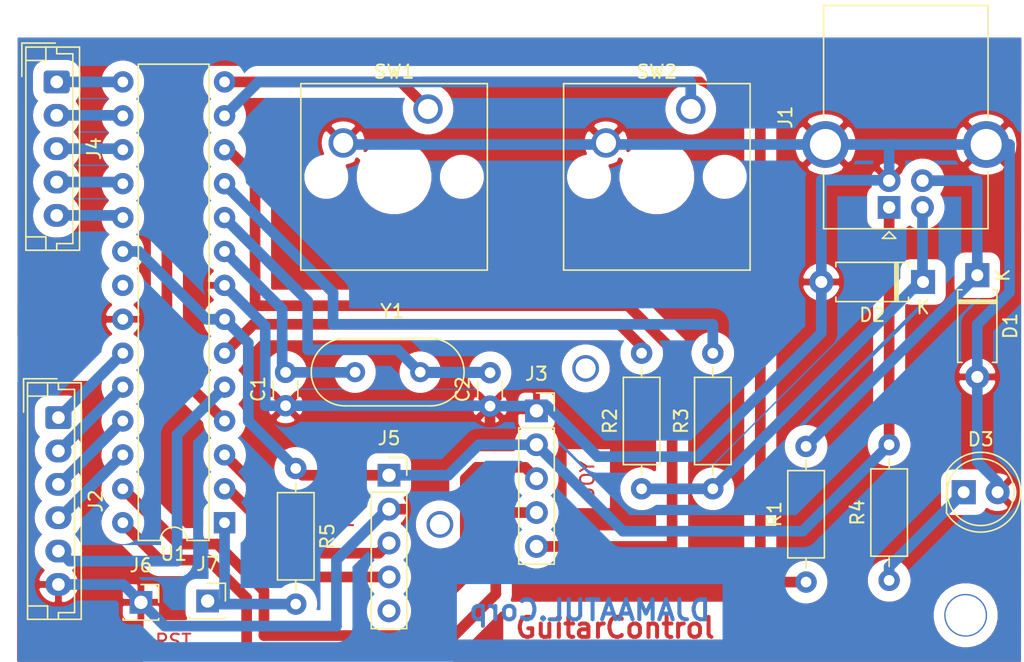
<source format=kicad_pcb>
(kicad_pcb (version 20171130) (host pcbnew "(5.1.6)-1")

  (general
    (thickness 1.6)
    (drawings 7)
    (tracks 165)
    (zones 0)
    (modules 21)
    (nets 31)
  )

  (page A4)
  (layers
    (0 F.Cu signal)
    (31 B.Cu signal)
    (32 B.Adhes user)
    (33 F.Adhes user)
    (34 B.Paste user)
    (35 F.Paste user)
    (36 B.SilkS user)
    (37 F.SilkS user)
    (38 B.Mask user)
    (39 F.Mask user)
    (40 Dwgs.User user)
    (41 Cmts.User user)
    (42 Eco1.User user)
    (43 Eco2.User user)
    (44 Edge.Cuts user)
    (45 Margin user)
    (46 B.CrtYd user)
    (47 F.CrtYd user)
    (48 B.Fab user)
    (49 F.Fab user)
  )

  (setup
    (last_trace_width 0.8)
    (trace_clearance 0.4)
    (zone_clearance 0.8)
    (zone_45_only no)
    (trace_min 0.2)
    (via_size 0.8)
    (via_drill 0.4)
    (via_min_size 0.4)
    (via_min_drill 0.3)
    (uvia_size 0.3)
    (uvia_drill 0.1)
    (uvias_allowed no)
    (uvia_min_size 0.2)
    (uvia_min_drill 0.1)
    (edge_width 0.05)
    (segment_width 0.2)
    (pcb_text_width 0.3)
    (pcb_text_size 1.5 1.5)
    (mod_edge_width 0.12)
    (mod_text_size 1 1)
    (mod_text_width 0.15)
    (pad_size 1.524 1.524)
    (pad_drill 0.762)
    (pad_to_mask_clearance 0.05)
    (aux_axis_origin 0 0)
    (visible_elements 7FFFFFFF)
    (pcbplotparams
      (layerselection 0x010fc_ffffffff)
      (usegerberextensions false)
      (usegerberattributes true)
      (usegerberadvancedattributes true)
      (creategerberjobfile true)
      (excludeedgelayer true)
      (linewidth 0.100000)
      (plotframeref false)
      (viasonmask false)
      (mode 1)
      (useauxorigin false)
      (hpglpennumber 1)
      (hpglpenspeed 20)
      (hpglpendiameter 15.000000)
      (psnegative false)
      (psa4output false)
      (plotreference true)
      (plotvalue true)
      (plotinvisibletext false)
      (padsonsilk false)
      (subtractmaskfromsilk false)
      (outputformat 1)
      (mirror false)
      (drillshape 1)
      (scaleselection 1)
      (outputdirectory ""))
  )

  (net 0 "")
  (net 1 "Net-(C1-Pad2)")
  (net 2 GND)
  (net 3 "Net-(C2-Pad2)")
  (net 4 "Net-(D1-Pad1)")
  (net 5 "Net-(D2-Pad1)")
  (net 6 "Net-(D3-Pad1)")
  (net 7 +5V)
  (net 8 S5)
  (net 9 S4)
  (net 10 S3)
  (net 11 S2)
  (net 12 S1)
  (net 13 S6)
  (net 14 Y)
  (net 15 X)
  (net 16 "Net-(J5-Pad5)")
  (net 17 TX)
  (net 18 RX)
  (net 19 D2)
  (net 20 D4)
  (net 21 D5)
  (net 22 RST)
  (net 23 L1)
  (net 24 L2)
  (net 25 L3)
  (net 26 L4)
  (net 27 L5)
  (net 28 SELECT)
  (net 29 START)
  (net 30 "Net-(U1-Pad21)")

  (net_class Default "This is the default net class."
    (clearance 0.4)
    (trace_width 0.8)
    (via_dia 0.8)
    (via_drill 0.4)
    (uvia_dia 0.3)
    (uvia_drill 0.1)
    (add_net +5V)
    (add_net D2)
    (add_net D4)
    (add_net D5)
    (add_net GND)
    (add_net L1)
    (add_net L2)
    (add_net L3)
    (add_net L4)
    (add_net L5)
    (add_net "Net-(C1-Pad2)")
    (add_net "Net-(C2-Pad2)")
    (add_net "Net-(D1-Pad1)")
    (add_net "Net-(D2-Pad1)")
    (add_net "Net-(D3-Pad1)")
    (add_net "Net-(J5-Pad5)")
    (add_net "Net-(U1-Pad21)")
    (add_net RST)
    (add_net RX)
    (add_net S1)
    (add_net S2)
    (add_net S3)
    (add_net S4)
    (add_net S5)
    (add_net S6)
    (add_net SELECT)
    (add_net START)
    (add_net TX)
    (add_net X)
    (add_net Y)
  )

  (module Connector_PinSocket_2.54mm:PinSocket_1x01_P2.54mm_Vertical (layer F.Cu) (tedit 5A19A434) (tstamp 5FA7AEAF)
    (at 112.78 113.56)
    (descr "Through hole straight socket strip, 1x01, 2.54mm pitch, single row (from Kicad 4.0.7), script generated")
    (tags "Through hole socket strip THT 1x01 2.54mm single row")
    (path /5FA848FA)
    (fp_text reference J7 (at 0 -2.77) (layer F.SilkS)
      (effects (font (size 1 1) (thickness 0.15)))
    )
    (fp_text value Conn_01x01_Male (at 0 2.77) (layer F.Fab)
      (effects (font (size 1 1) (thickness 0.15)))
    )
    (fp_line (start -1.27 -1.27) (end 0.635 -1.27) (layer F.Fab) (width 0.1))
    (fp_line (start 0.635 -1.27) (end 1.27 -0.635) (layer F.Fab) (width 0.1))
    (fp_line (start 1.27 -0.635) (end 1.27 1.27) (layer F.Fab) (width 0.1))
    (fp_line (start 1.27 1.27) (end -1.27 1.27) (layer F.Fab) (width 0.1))
    (fp_line (start -1.27 1.27) (end -1.27 -1.27) (layer F.Fab) (width 0.1))
    (fp_line (start -1.33 1.33) (end 1.33 1.33) (layer F.SilkS) (width 0.12))
    (fp_line (start -1.33 1.21) (end -1.33 1.33) (layer F.SilkS) (width 0.12))
    (fp_line (start 1.33 1.21) (end 1.33 1.33) (layer F.SilkS) (width 0.12))
    (fp_line (start 1.33 -1.33) (end 1.33 0) (layer F.SilkS) (width 0.12))
    (fp_line (start 0 -1.33) (end 1.33 -1.33) (layer F.SilkS) (width 0.12))
    (fp_line (start -1.8 -1.8) (end 1.75 -1.8) (layer F.CrtYd) (width 0.05))
    (fp_line (start 1.75 -1.8) (end 1.75 1.75) (layer F.CrtYd) (width 0.05))
    (fp_line (start 1.75 1.75) (end -1.8 1.75) (layer F.CrtYd) (width 0.05))
    (fp_line (start -1.8 1.75) (end -1.8 -1.8) (layer F.CrtYd) (width 0.05))
    (fp_text user %R (at 0 0) (layer F.Fab)
      (effects (font (size 1 1) (thickness 0.15)))
    )
    (pad 1 thru_hole rect (at 0 0) (size 1.7 1.7) (drill 1) (layers *.Cu *.Mask)
      (net 22 RST))
    (model ${KISYS3DMOD}/Connector_PinSocket_2.54mm.3dshapes/PinSocket_1x01_P2.54mm_Vertical.wrl
      (at (xyz 0 0 0))
      (scale (xyz 1 1 1))
      (rotate (xyz 0 0 0))
    )
  )

  (module Connector_PinSocket_2.54mm:PinSocket_1x01_P2.54mm_Vertical (layer F.Cu) (tedit 5A19A434) (tstamp 5FA7AE9B)
    (at 107.78236 113.65992)
    (descr "Through hole straight socket strip, 1x01, 2.54mm pitch, single row (from Kicad 4.0.7), script generated")
    (tags "Through hole socket strip THT 1x01 2.54mm single row")
    (path /5FA84130)
    (fp_text reference J6 (at 0 -2.77) (layer F.SilkS)
      (effects (font (size 1 1) (thickness 0.15)))
    )
    (fp_text value Conn_01x01_Male (at 0 2.77) (layer F.Fab)
      (effects (font (size 1 1) (thickness 0.15)))
    )
    (fp_line (start -1.27 -1.27) (end 0.635 -1.27) (layer F.Fab) (width 0.1))
    (fp_line (start 0.635 -1.27) (end 1.27 -0.635) (layer F.Fab) (width 0.1))
    (fp_line (start 1.27 -0.635) (end 1.27 1.27) (layer F.Fab) (width 0.1))
    (fp_line (start 1.27 1.27) (end -1.27 1.27) (layer F.Fab) (width 0.1))
    (fp_line (start -1.27 1.27) (end -1.27 -1.27) (layer F.Fab) (width 0.1))
    (fp_line (start -1.33 1.33) (end 1.33 1.33) (layer F.SilkS) (width 0.12))
    (fp_line (start -1.33 1.21) (end -1.33 1.33) (layer F.SilkS) (width 0.12))
    (fp_line (start 1.33 1.21) (end 1.33 1.33) (layer F.SilkS) (width 0.12))
    (fp_line (start 1.33 -1.33) (end 1.33 0) (layer F.SilkS) (width 0.12))
    (fp_line (start 0 -1.33) (end 1.33 -1.33) (layer F.SilkS) (width 0.12))
    (fp_line (start -1.8 -1.8) (end 1.75 -1.8) (layer F.CrtYd) (width 0.05))
    (fp_line (start 1.75 -1.8) (end 1.75 1.75) (layer F.CrtYd) (width 0.05))
    (fp_line (start 1.75 1.75) (end -1.8 1.75) (layer F.CrtYd) (width 0.05))
    (fp_line (start -1.8 1.75) (end -1.8 -1.8) (layer F.CrtYd) (width 0.05))
    (fp_text user %R (at 0 0) (layer F.Fab)
      (effects (font (size 1 1) (thickness 0.15)))
    )
    (pad 1 thru_hole rect (at 0 0) (size 1.7 1.7) (drill 1) (layers *.Cu *.Mask)
      (net 2 GND))
    (model ${KISYS3DMOD}/Connector_PinSocket_2.54mm.3dshapes/PinSocket_1x01_P2.54mm_Vertical.wrl
      (at (xyz 0 0 0))
      (scale (xyz 1 1 1))
      (rotate (xyz 0 0 0))
    )
  )

  (module Button_Switch_Keyboard:SW_Cherry_MX_1.00u_PCB (layer F.Cu) (tedit 5A02FE24) (tstamp 5FA3A00A)
    (at 129.286 76.708)
    (descr "Cherry MX keyswitch, 1.00u, PCB mount, http://cherryamericas.com/wp-content/uploads/2014/12/mx_cat.pdf")
    (tags "Cherry MX keyswitch 1.00u PCB")
    (path /5FA386DA)
    (fp_text reference SW1 (at -2.54 -2.794) (layer F.SilkS)
      (effects (font (size 1 1) (thickness 0.15)))
    )
    (fp_text value SW_Push (at -2.54 12.954) (layer F.Fab)
      (effects (font (size 1 1) (thickness 0.15)))
    )
    (fp_line (start -9.525 12.065) (end -9.525 -1.905) (layer F.SilkS) (width 0.12))
    (fp_line (start 4.445 12.065) (end -9.525 12.065) (layer F.SilkS) (width 0.12))
    (fp_line (start 4.445 -1.905) (end 4.445 12.065) (layer F.SilkS) (width 0.12))
    (fp_line (start -9.525 -1.905) (end 4.445 -1.905) (layer F.SilkS) (width 0.12))
    (fp_line (start -12.065 14.605) (end -12.065 -4.445) (layer Dwgs.User) (width 0.15))
    (fp_line (start 6.985 14.605) (end -12.065 14.605) (layer Dwgs.User) (width 0.15))
    (fp_line (start 6.985 -4.445) (end 6.985 14.605) (layer Dwgs.User) (width 0.15))
    (fp_line (start -12.065 -4.445) (end 6.985 -4.445) (layer Dwgs.User) (width 0.15))
    (fp_line (start -9.14 -1.52) (end 4.06 -1.52) (layer F.CrtYd) (width 0.05))
    (fp_line (start 4.06 -1.52) (end 4.06 11.68) (layer F.CrtYd) (width 0.05))
    (fp_line (start 4.06 11.68) (end -9.14 11.68) (layer F.CrtYd) (width 0.05))
    (fp_line (start -9.14 11.68) (end -9.14 -1.52) (layer F.CrtYd) (width 0.05))
    (fp_line (start -8.89 11.43) (end -8.89 -1.27) (layer F.Fab) (width 0.1))
    (fp_line (start 3.81 11.43) (end -8.89 11.43) (layer F.Fab) (width 0.1))
    (fp_line (start 3.81 -1.27) (end 3.81 11.43) (layer F.Fab) (width 0.1))
    (fp_line (start -8.89 -1.27) (end 3.81 -1.27) (layer F.Fab) (width 0.1))
    (fp_text user %R (at -2.54 -2.794) (layer F.Fab)
      (effects (font (size 1 1) (thickness 0.15)))
    )
    (pad 1 thru_hole circle (at 0 0) (size 2.2 2.2) (drill 1.5) (layers *.Cu *.Mask)
      (net 28 SELECT))
    (pad 2 thru_hole circle (at -6.35 2.54) (size 2.2 2.2) (drill 1.5) (layers *.Cu *.Mask)
      (net 2 GND))
    (pad "" np_thru_hole circle (at -2.54 5.08) (size 4 4) (drill 4) (layers *.Cu *.Mask))
    (pad "" np_thru_hole circle (at -7.62 5.08) (size 1.7 1.7) (drill 1.7) (layers *.Cu *.Mask))
    (pad "" np_thru_hole circle (at 2.54 5.08) (size 1.7 1.7) (drill 1.7) (layers *.Cu *.Mask))
    (model ${KISYS3DMOD}/Button_Switch_Keyboard.3dshapes/SW_Cherry_MX_1.00u_PCB.wrl
      (at (xyz 0 0 0))
      (scale (xyz 1 1 1))
      (rotate (xyz 0 0 0))
    )
  )

  (module Connector_PinSocket_2.54mm:PinSocket_1x05_P2.54mm_Vertical (layer F.Cu) (tedit 5A19A420) (tstamp 5FA39ECE)
    (at 137.414 99.314)
    (descr "Through hole straight socket strip, 1x05, 2.54mm pitch, single row (from Kicad 4.0.7), script generated")
    (tags "Through hole socket strip THT 1x05 2.54mm single row")
    (path /5FA2D6D7)
    (fp_text reference J3 (at 0 -2.77) (layer F.SilkS)
      (effects (font (size 1 1) (thickness 0.15)))
    )
    (fp_text value JOY (at 0 12.93) (layer F.Fab)
      (effects (font (size 1 1) (thickness 0.15)))
    )
    (fp_line (start -1.8 11.9) (end -1.8 -1.8) (layer F.CrtYd) (width 0.05))
    (fp_line (start 1.75 11.9) (end -1.8 11.9) (layer F.CrtYd) (width 0.05))
    (fp_line (start 1.75 -1.8) (end 1.75 11.9) (layer F.CrtYd) (width 0.05))
    (fp_line (start -1.8 -1.8) (end 1.75 -1.8) (layer F.CrtYd) (width 0.05))
    (fp_line (start 0 -1.33) (end 1.33 -1.33) (layer F.SilkS) (width 0.12))
    (fp_line (start 1.33 -1.33) (end 1.33 0) (layer F.SilkS) (width 0.12))
    (fp_line (start 1.33 1.27) (end 1.33 11.49) (layer F.SilkS) (width 0.12))
    (fp_line (start -1.33 11.49) (end 1.33 11.49) (layer F.SilkS) (width 0.12))
    (fp_line (start -1.33 1.27) (end -1.33 11.49) (layer F.SilkS) (width 0.12))
    (fp_line (start -1.33 1.27) (end 1.33 1.27) (layer F.SilkS) (width 0.12))
    (fp_line (start -1.27 11.43) (end -1.27 -1.27) (layer F.Fab) (width 0.1))
    (fp_line (start 1.27 11.43) (end -1.27 11.43) (layer F.Fab) (width 0.1))
    (fp_line (start 1.27 -0.635) (end 1.27 11.43) (layer F.Fab) (width 0.1))
    (fp_line (start 0.635 -1.27) (end 1.27 -0.635) (layer F.Fab) (width 0.1))
    (fp_line (start -1.27 -1.27) (end 0.635 -1.27) (layer F.Fab) (width 0.1))
    (fp_text user %R (at 0 5.08 -270) (layer F.Fab)
      (effects (font (size 1 1) (thickness 0.15)))
    )
    (pad 1 thru_hole rect (at 0 0) (size 1.7 1.7) (drill 1) (layers *.Cu *.Mask)
      (net 2 GND))
    (pad 2 thru_hole oval (at 0 2.54) (size 1.7 1.7) (drill 1) (layers *.Cu *.Mask)
      (net 7 +5V))
    (pad 3 thru_hole oval (at 0 5.08) (size 1.7 1.7) (drill 1) (layers *.Cu *.Mask)
      (net 15 X))
    (pad 4 thru_hole oval (at 0 7.62) (size 1.7 1.7) (drill 1) (layers *.Cu *.Mask)
      (net 14 Y))
    (pad 5 thru_hole oval (at 0 10.16) (size 1.7 1.7) (drill 1) (layers *.Cu *.Mask)
      (net 13 S6))
    (model ${KISYS3DMOD}/Connector_PinSocket_2.54mm.3dshapes/PinSocket_1x05_P2.54mm_Vertical.wrl
      (at (xyz 0 0 0))
      (scale (xyz 1 1 1))
      (rotate (xyz 0 0 0))
    )
  )

  (module Capacitor_THT:C_Disc_D3.0mm_W1.6mm_P2.50mm (layer F.Cu) (tedit 5AE50EF0) (tstamp 5FA39E09)
    (at 118.618 98.933 90)
    (descr "C, Disc series, Radial, pin pitch=2.50mm, , diameter*width=3.0*1.6mm^2, Capacitor, http://www.vishay.com/docs/45233/krseries.pdf")
    (tags "C Disc series Radial pin pitch 2.50mm  diameter 3.0mm width 1.6mm Capacitor")
    (path /5FA56446)
    (fp_text reference C1 (at 1.25 -2.05 90) (layer F.SilkS)
      (effects (font (size 1 1) (thickness 0.15)))
    )
    (fp_text value 22 (at 1.25 2.05 90) (layer F.Fab)
      (effects (font (size 1 1) (thickness 0.15)))
    )
    (fp_line (start -0.25 -0.8) (end -0.25 0.8) (layer F.Fab) (width 0.1))
    (fp_line (start -0.25 0.8) (end 2.75 0.8) (layer F.Fab) (width 0.1))
    (fp_line (start 2.75 0.8) (end 2.75 -0.8) (layer F.Fab) (width 0.1))
    (fp_line (start 2.75 -0.8) (end -0.25 -0.8) (layer F.Fab) (width 0.1))
    (fp_line (start 0.621 -0.92) (end 1.879 -0.92) (layer F.SilkS) (width 0.12))
    (fp_line (start 0.621 0.92) (end 1.879 0.92) (layer F.SilkS) (width 0.12))
    (fp_line (start -1.05 -1.05) (end -1.05 1.05) (layer F.CrtYd) (width 0.05))
    (fp_line (start -1.05 1.05) (end 3.55 1.05) (layer F.CrtYd) (width 0.05))
    (fp_line (start 3.55 1.05) (end 3.55 -1.05) (layer F.CrtYd) (width 0.05))
    (fp_line (start 3.55 -1.05) (end -1.05 -1.05) (layer F.CrtYd) (width 0.05))
    (fp_text user %R (at 1.2954 0.0762 90) (layer F.Fab)
      (effects (font (size 0.6 0.6) (thickness 0.09)))
    )
    (pad 1 thru_hole circle (at 0 0 90) (size 1.6 1.6) (drill 0.8) (layers *.Cu *.Mask)
      (net 2 GND))
    (pad 2 thru_hole circle (at 2.5 0 90) (size 1.6 1.6) (drill 0.8) (layers *.Cu *.Mask)
      (net 1 "Net-(C1-Pad2)"))
    (model ${KISYS3DMOD}/Capacitor_THT.3dshapes/C_Disc_D3.0mm_W1.6mm_P2.50mm.wrl
      (at (xyz 0 0 0))
      (scale (xyz 1 1 1))
      (rotate (xyz 0 0 0))
    )
  )

  (module Crystal:Crystal_HC49-4H_Vertical (layer F.Cu) (tedit 5A1AD3B7) (tstamp 5FA3A08A)
    (at 123.825 96.4184)
    (descr "Crystal THT HC-49-4H http://5hertz.com/pdfs/04404_D.pdf")
    (tags "THT crystalHC-49-4H")
    (path /5FA551F8)
    (fp_text reference Y1 (at 2.794 -4.572) (layer F.SilkS)
      (effects (font (size 1 1) (thickness 0.15)))
    )
    (fp_text value Crystal (at 2.44 3.525) (layer F.Fab)
      (effects (font (size 1 1) (thickness 0.15)))
    )
    (fp_line (start 8.5 -2.8) (end -3.6 -2.8) (layer F.CrtYd) (width 0.05))
    (fp_line (start 8.5 2.8) (end 8.5 -2.8) (layer F.CrtYd) (width 0.05))
    (fp_line (start -3.6 2.8) (end 8.5 2.8) (layer F.CrtYd) (width 0.05))
    (fp_line (start -3.6 -2.8) (end -3.6 2.8) (layer F.CrtYd) (width 0.05))
    (fp_line (start -0.76 2.525) (end 5.64 2.525) (layer F.SilkS) (width 0.12))
    (fp_line (start -0.76 -2.525) (end 5.64 -2.525) (layer F.SilkS) (width 0.12))
    (fp_line (start -0.56 2) (end 5.44 2) (layer F.Fab) (width 0.1))
    (fp_line (start -0.56 -2) (end 5.44 -2) (layer F.Fab) (width 0.1))
    (fp_line (start -0.76 2.325) (end 5.64 2.325) (layer F.Fab) (width 0.1))
    (fp_line (start -0.76 -2.325) (end 5.64 -2.325) (layer F.Fab) (width 0.1))
    (fp_text user %R (at 2.44 0) (layer F.Fab)
      (effects (font (size 1 1) (thickness 0.15)))
    )
    (fp_arc (start -0.76 0) (end -0.76 -2.325) (angle -180) (layer F.Fab) (width 0.1))
    (fp_arc (start 5.64 0) (end 5.64 -2.325) (angle 180) (layer F.Fab) (width 0.1))
    (fp_arc (start -0.56 0) (end -0.56 -2) (angle -180) (layer F.Fab) (width 0.1))
    (fp_arc (start 5.44 0) (end 5.44 -2) (angle 180) (layer F.Fab) (width 0.1))
    (fp_arc (start -0.76 0) (end -0.76 -2.525) (angle -180) (layer F.SilkS) (width 0.12))
    (fp_arc (start 5.64 0) (end 5.64 -2.525) (angle 180) (layer F.SilkS) (width 0.12))
    (pad 1 thru_hole circle (at 0 0) (size 1.5 1.5) (drill 0.8) (layers *.Cu *.Mask)
      (net 1 "Net-(C1-Pad2)"))
    (pad 2 thru_hole circle (at 4.88 0) (size 1.5 1.5) (drill 0.8) (layers *.Cu *.Mask)
      (net 3 "Net-(C2-Pad2)"))
    (model ${KISYS3DMOD}/Crystal.3dshapes/Crystal_HC49-4H_Vertical.wrl
      (at (xyz 0 0 0))
      (scale (xyz 1 1 1))
      (rotate (xyz 0 0 0))
    )
  )

  (module Package_DIP:DIP-28_W7.62mm (layer F.Cu) (tedit 5A02E8C5) (tstamp 5FA3A073)
    (at 114.046 107.696 180)
    (descr "28-lead though-hole mounted DIP package, row spacing 7.62 mm (300 mils)")
    (tags "THT DIP DIL PDIP 2.54mm 7.62mm 300mil")
    (path /5FA2B2DD)
    (fp_text reference U1 (at 3.81 -2.33) (layer F.SilkS)
      (effects (font (size 1 1) (thickness 0.15)))
    )
    (fp_text value ATmega328P-PU (at 3.556 34.544) (layer F.Fab)
      (effects (font (size 1 1) (thickness 0.15)))
    )
    (fp_line (start 1.635 -1.27) (end 6.985 -1.27) (layer F.Fab) (width 0.1))
    (fp_line (start 6.985 -1.27) (end 6.985 34.29) (layer F.Fab) (width 0.1))
    (fp_line (start 6.985 34.29) (end 0.635 34.29) (layer F.Fab) (width 0.1))
    (fp_line (start 0.635 34.29) (end 0.635 -0.27) (layer F.Fab) (width 0.1))
    (fp_line (start 0.635 -0.27) (end 1.635 -1.27) (layer F.Fab) (width 0.1))
    (fp_line (start 2.81 -1.33) (end 1.16 -1.33) (layer F.SilkS) (width 0.12))
    (fp_line (start 1.16 -1.33) (end 1.16 34.35) (layer F.SilkS) (width 0.12))
    (fp_line (start 1.16 34.35) (end 6.46 34.35) (layer F.SilkS) (width 0.12))
    (fp_line (start 6.46 34.35) (end 6.46 -1.33) (layer F.SilkS) (width 0.12))
    (fp_line (start 6.46 -1.33) (end 4.81 -1.33) (layer F.SilkS) (width 0.12))
    (fp_line (start -1.1 -1.55) (end -1.1 34.55) (layer F.CrtYd) (width 0.05))
    (fp_line (start -1.1 34.55) (end 8.7 34.55) (layer F.CrtYd) (width 0.05))
    (fp_line (start 8.7 34.55) (end 8.7 -1.55) (layer F.CrtYd) (width 0.05))
    (fp_line (start 8.7 -1.55) (end -1.1 -1.55) (layer F.CrtYd) (width 0.05))
    (fp_text user %R (at 3.81 16.51) (layer F.Fab)
      (effects (font (size 1 1) (thickness 0.15)))
    )
    (fp_arc (start 3.81 -1.33) (end 2.81 -1.33) (angle -180) (layer F.SilkS) (width 0.12))
    (pad 28 thru_hole oval (at 7.62 0 180) (size 1.6 1.6) (drill 0.8) (layers *.Cu *.Mask)
      (net 14 Y))
    (pad 14 thru_hole oval (at 0 33.02 180) (size 1.6 1.6) (drill 0.8) (layers *.Cu *.Mask)
      (net 28 SELECT))
    (pad 27 thru_hole oval (at 7.62 2.54 180) (size 1.6 1.6) (drill 0.8) (layers *.Cu *.Mask)
      (net 15 X))
    (pad 13 thru_hole oval (at 0 30.48 180) (size 1.6 1.6) (drill 0.8) (layers *.Cu *.Mask)
      (net 29 START))
    (pad 26 thru_hole oval (at 7.62 5.08 180) (size 1.6 1.6) (drill 0.8) (layers *.Cu *.Mask)
      (net 9 S4))
    (pad 12 thru_hole oval (at 0 27.94 180) (size 1.6 1.6) (drill 0.8) (layers *.Cu *.Mask)
      (net 13 S6))
    (pad 25 thru_hole oval (at 7.62 7.62 180) (size 1.6 1.6) (drill 0.8) (layers *.Cu *.Mask)
      (net 10 S3))
    (pad 11 thru_hole oval (at 0 25.4 180) (size 1.6 1.6) (drill 0.8) (layers *.Cu *.Mask)
      (net 21 D5))
    (pad 24 thru_hole oval (at 7.62 10.16 180) (size 1.6 1.6) (drill 0.8) (layers *.Cu *.Mask)
      (net 11 S2))
    (pad 10 thru_hole oval (at 0 22.86 180) (size 1.6 1.6) (drill 0.8) (layers *.Cu *.Mask)
      (net 3 "Net-(C2-Pad2)"))
    (pad 23 thru_hole oval (at 7.62 12.7 180) (size 1.6 1.6) (drill 0.8) (layers *.Cu *.Mask)
      (net 12 S1))
    (pad 9 thru_hole oval (at 0 20.32 180) (size 1.6 1.6) (drill 0.8) (layers *.Cu *.Mask)
      (net 1 "Net-(C1-Pad2)"))
    (pad 22 thru_hole oval (at 7.62 15.24 180) (size 1.6 1.6) (drill 0.8) (layers *.Cu *.Mask)
      (net 2 GND))
    (pad 8 thru_hole oval (at 0 17.78 180) (size 1.6 1.6) (drill 0.8) (layers *.Cu *.Mask)
      (net 2 GND))
    (pad 21 thru_hole oval (at 7.62 17.78 180) (size 1.6 1.6) (drill 0.8) (layers *.Cu *.Mask)
      (net 30 "Net-(U1-Pad21)"))
    (pad 7 thru_hole oval (at 0 15.24 180) (size 1.6 1.6) (drill 0.8) (layers *.Cu *.Mask)
      (net 7 +5V))
    (pad 20 thru_hole oval (at 7.62 20.32 180) (size 1.6 1.6) (drill 0.8) (layers *.Cu *.Mask)
      (net 7 +5V))
    (pad 6 thru_hole oval (at 0 12.7 180) (size 1.6 1.6) (drill 0.8) (layers *.Cu *.Mask)
      (net 20 D4))
    (pad 19 thru_hole oval (at 7.62 22.86 180) (size 1.6 1.6) (drill 0.8) (layers *.Cu *.Mask)
      (net 27 L5))
    (pad 5 thru_hole oval (at 0 10.16 180) (size 1.6 1.6) (drill 0.8) (layers *.Cu *.Mask)
      (net 8 S5))
    (pad 18 thru_hole oval (at 7.62 25.4 180) (size 1.6 1.6) (drill 0.8) (layers *.Cu *.Mask)
      (net 26 L4))
    (pad 4 thru_hole oval (at 0 7.62 180) (size 1.6 1.6) (drill 0.8) (layers *.Cu *.Mask)
      (net 19 D2))
    (pad 17 thru_hole oval (at 7.62 27.94 180) (size 1.6 1.6) (drill 0.8) (layers *.Cu *.Mask)
      (net 25 L3))
    (pad 3 thru_hole oval (at 0 5.08 180) (size 1.6 1.6) (drill 0.8) (layers *.Cu *.Mask)
      (net 18 RX))
    (pad 16 thru_hole oval (at 7.62 30.48 180) (size 1.6 1.6) (drill 0.8) (layers *.Cu *.Mask)
      (net 24 L2))
    (pad 2 thru_hole oval (at 0 2.54 180) (size 1.6 1.6) (drill 0.8) (layers *.Cu *.Mask)
      (net 17 TX))
    (pad 15 thru_hole oval (at 7.62 33.02 180) (size 1.6 1.6) (drill 0.8) (layers *.Cu *.Mask)
      (net 23 L1))
    (pad 1 thru_hole rect (at 0 0 180) (size 1.6 1.6) (drill 0.8) (layers *.Cu *.Mask)
      (net 22 RST))
    (model ${KISYS3DMOD}/Package_DIP.3dshapes/DIP-28_W7.62mm.wrl
      (at (xyz 0 0 0))
      (scale (xyz 1 1 1))
      (rotate (xyz 0 0 0))
    )
  )

  (module Button_Switch_Keyboard:SW_Cherry_MX_1.00u_PCB (layer F.Cu) (tedit 5A02FE24) (tstamp 5FA3A024)
    (at 148.971 76.708)
    (descr "Cherry MX keyswitch, 1.00u, PCB mount, http://cherryamericas.com/wp-content/uploads/2014/12/mx_cat.pdf")
    (tags "Cherry MX keyswitch 1.00u PCB")
    (path /5FA37BEC)
    (fp_text reference SW2 (at -2.54 -2.794) (layer F.SilkS)
      (effects (font (size 1 1) (thickness 0.15)))
    )
    (fp_text value SW_Push (at -2.54 12.954) (layer F.Fab)
      (effects (font (size 1 1) (thickness 0.15)))
    )
    (fp_line (start -9.525 12.065) (end -9.525 -1.905) (layer F.SilkS) (width 0.12))
    (fp_line (start 4.445 12.065) (end -9.525 12.065) (layer F.SilkS) (width 0.12))
    (fp_line (start 4.445 -1.905) (end 4.445 12.065) (layer F.SilkS) (width 0.12))
    (fp_line (start -9.525 -1.905) (end 4.445 -1.905) (layer F.SilkS) (width 0.12))
    (fp_line (start -12.065 14.605) (end -12.065 -4.445) (layer Dwgs.User) (width 0.15))
    (fp_line (start 6.985 14.605) (end -12.065 14.605) (layer Dwgs.User) (width 0.15))
    (fp_line (start 6.985 -4.445) (end 6.985 14.605) (layer Dwgs.User) (width 0.15))
    (fp_line (start -12.065 -4.445) (end 6.985 -4.445) (layer Dwgs.User) (width 0.15))
    (fp_line (start -9.14 -1.52) (end 4.06 -1.52) (layer F.CrtYd) (width 0.05))
    (fp_line (start 4.06 -1.52) (end 4.06 11.68) (layer F.CrtYd) (width 0.05))
    (fp_line (start 4.06 11.68) (end -9.14 11.68) (layer F.CrtYd) (width 0.05))
    (fp_line (start -9.14 11.68) (end -9.14 -1.52) (layer F.CrtYd) (width 0.05))
    (fp_line (start -8.89 11.43) (end -8.89 -1.27) (layer F.Fab) (width 0.1))
    (fp_line (start 3.81 11.43) (end -8.89 11.43) (layer F.Fab) (width 0.1))
    (fp_line (start 3.81 -1.27) (end 3.81 11.43) (layer F.Fab) (width 0.1))
    (fp_line (start -8.89 -1.27) (end 3.81 -1.27) (layer F.Fab) (width 0.1))
    (fp_text user %R (at -2.54 -2.794) (layer F.Fab)
      (effects (font (size 1 1) (thickness 0.15)))
    )
    (pad 1 thru_hole circle (at 0 0) (size 2.2 2.2) (drill 1.5) (layers *.Cu *.Mask)
      (net 29 START))
    (pad 2 thru_hole circle (at -6.35 2.54) (size 2.2 2.2) (drill 1.5) (layers *.Cu *.Mask)
      (net 2 GND))
    (pad "" np_thru_hole circle (at -2.54 5.08) (size 4 4) (drill 4) (layers *.Cu *.Mask))
    (pad "" np_thru_hole circle (at -7.62 5.08) (size 1.7 1.7) (drill 1.7) (layers *.Cu *.Mask))
    (pad "" np_thru_hole circle (at 2.54 5.08) (size 1.7 1.7) (drill 1.7) (layers *.Cu *.Mask))
    (model ${KISYS3DMOD}/Button_Switch_Keyboard.3dshapes/SW_Cherry_MX_1.00u_PCB.wrl
      (at (xyz 0 0 0))
      (scale (xyz 1 1 1))
      (rotate (xyz 0 0 0))
    )
  )

  (module Resistor_THT:R_Axial_DIN0207_L6.3mm_D2.5mm_P10.16mm_Horizontal (layer F.Cu) (tedit 5AE5139B) (tstamp 5FA39F7D)
    (at 119.38 103.632 270)
    (descr "Resistor, Axial_DIN0207 series, Axial, Horizontal, pin pitch=10.16mm, 0.25W = 1/4W, length*diameter=6.3*2.5mm^2, http://cdn-reichelt.de/documents/datenblatt/B400/1_4W%23YAG.pdf")
    (tags "Resistor Axial_DIN0207 series Axial Horizontal pin pitch 10.16mm 0.25W = 1/4W length 6.3mm diameter 2.5mm")
    (path /5FA47BC2)
    (fp_text reference R5 (at 5.08 -2.37 90) (layer F.SilkS)
      (effects (font (size 1 1) (thickness 0.15)))
    )
    (fp_text value R (at 5.08 2.37 90) (layer F.Fab)
      (effects (font (size 1 1) (thickness 0.15)))
    )
    (fp_line (start 11.21 -1.5) (end -1.05 -1.5) (layer F.CrtYd) (width 0.05))
    (fp_line (start 11.21 1.5) (end 11.21 -1.5) (layer F.CrtYd) (width 0.05))
    (fp_line (start -1.05 1.5) (end 11.21 1.5) (layer F.CrtYd) (width 0.05))
    (fp_line (start -1.05 -1.5) (end -1.05 1.5) (layer F.CrtYd) (width 0.05))
    (fp_line (start 9.12 0) (end 8.35 0) (layer F.SilkS) (width 0.12))
    (fp_line (start 1.04 0) (end 1.81 0) (layer F.SilkS) (width 0.12))
    (fp_line (start 8.35 -1.37) (end 1.81 -1.37) (layer F.SilkS) (width 0.12))
    (fp_line (start 8.35 1.37) (end 8.35 -1.37) (layer F.SilkS) (width 0.12))
    (fp_line (start 1.81 1.37) (end 8.35 1.37) (layer F.SilkS) (width 0.12))
    (fp_line (start 1.81 -1.37) (end 1.81 1.37) (layer F.SilkS) (width 0.12))
    (fp_line (start 10.16 0) (end 8.23 0) (layer F.Fab) (width 0.1))
    (fp_line (start 0 0) (end 1.93 0) (layer F.Fab) (width 0.1))
    (fp_line (start 8.23 -1.25) (end 1.93 -1.25) (layer F.Fab) (width 0.1))
    (fp_line (start 8.23 1.25) (end 8.23 -1.25) (layer F.Fab) (width 0.1))
    (fp_line (start 1.93 1.25) (end 8.23 1.25) (layer F.Fab) (width 0.1))
    (fp_line (start 1.93 -1.25) (end 1.93 1.25) (layer F.Fab) (width 0.1))
    (fp_text user %R (at 5.588 0 90) (layer F.Fab)
      (effects (font (size 1 1) (thickness 0.15)))
    )
    (pad 1 thru_hole circle (at 0 0 270) (size 1.6 1.6) (drill 0.8) (layers *.Cu *.Mask)
      (net 7 +5V))
    (pad 2 thru_hole oval (at 10.16 0 270) (size 1.6 1.6) (drill 0.8) (layers *.Cu *.Mask)
      (net 22 RST))
    (model ${KISYS3DMOD}/Resistor_THT.3dshapes/R_Axial_DIN0207_L6.3mm_D2.5mm_P10.16mm_Horizontal.wrl
      (at (xyz 0 0 0))
      (scale (xyz 1 1 1))
      (rotate (xyz 0 0 0))
    )
  )

  (module Resistor_THT:R_Axial_DIN0207_L6.3mm_D2.5mm_P10.16mm_Horizontal (layer F.Cu) (tedit 5AE5139B) (tstamp 5FA39F66)
    (at 163.83 112.014 90)
    (descr "Resistor, Axial_DIN0207 series, Axial, Horizontal, pin pitch=10.16mm, 0.25W = 1/4W, length*diameter=6.3*2.5mm^2, http://cdn-reichelt.de/documents/datenblatt/B400/1_4W%23YAG.pdf")
    (tags "Resistor Axial_DIN0207 series Axial Horizontal pin pitch 10.16mm 0.25W = 1/4W length 6.3mm diameter 2.5mm")
    (path /5FA46831)
    (fp_text reference R4 (at 5.08 -2.37 90) (layer F.SilkS)
      (effects (font (size 1 1) (thickness 0.15)))
    )
    (fp_text value R (at 5.08 2.37 90) (layer F.Fab)
      (effects (font (size 1 1) (thickness 0.15)))
    )
    (fp_line (start 11.21 -1.5) (end -1.05 -1.5) (layer F.CrtYd) (width 0.05))
    (fp_line (start 11.21 1.5) (end 11.21 -1.5) (layer F.CrtYd) (width 0.05))
    (fp_line (start -1.05 1.5) (end 11.21 1.5) (layer F.CrtYd) (width 0.05))
    (fp_line (start -1.05 -1.5) (end -1.05 1.5) (layer F.CrtYd) (width 0.05))
    (fp_line (start 9.12 0) (end 8.35 0) (layer F.SilkS) (width 0.12))
    (fp_line (start 1.04 0) (end 1.81 0) (layer F.SilkS) (width 0.12))
    (fp_line (start 8.35 -1.37) (end 1.81 -1.37) (layer F.SilkS) (width 0.12))
    (fp_line (start 8.35 1.37) (end 8.35 -1.37) (layer F.SilkS) (width 0.12))
    (fp_line (start 1.81 1.37) (end 8.35 1.37) (layer F.SilkS) (width 0.12))
    (fp_line (start 1.81 -1.37) (end 1.81 1.37) (layer F.SilkS) (width 0.12))
    (fp_line (start 10.16 0) (end 8.23 0) (layer F.Fab) (width 0.1))
    (fp_line (start 0 0) (end 1.93 0) (layer F.Fab) (width 0.1))
    (fp_line (start 8.23 -1.25) (end 1.93 -1.25) (layer F.Fab) (width 0.1))
    (fp_line (start 8.23 1.25) (end 8.23 -1.25) (layer F.Fab) (width 0.1))
    (fp_line (start 1.93 1.25) (end 8.23 1.25) (layer F.Fab) (width 0.1))
    (fp_line (start 1.93 -1.25) (end 1.93 1.25) (layer F.Fab) (width 0.1))
    (fp_text user %R (at 4.445 0.127 90) (layer F.Fab)
      (effects (font (size 1 1) (thickness 0.15)))
    )
    (pad 1 thru_hole circle (at 0 0 90) (size 1.6 1.6) (drill 0.8) (layers *.Cu *.Mask)
      (net 6 "Net-(D3-Pad1)"))
    (pad 2 thru_hole oval (at 10.16 0 90) (size 1.6 1.6) (drill 0.8) (layers *.Cu *.Mask)
      (net 7 +5V))
    (model ${KISYS3DMOD}/Resistor_THT.3dshapes/R_Axial_DIN0207_L6.3mm_D2.5mm_P10.16mm_Horizontal.wrl
      (at (xyz 0 0 0))
      (scale (xyz 1 1 1))
      (rotate (xyz 0 0 0))
    )
  )

  (module Resistor_THT:R_Axial_DIN0207_L6.3mm_D2.5mm_P10.16mm_Horizontal (layer F.Cu) (tedit 5AE5139B) (tstamp 5FA39F4F)
    (at 150.622 105.156 90)
    (descr "Resistor, Axial_DIN0207 series, Axial, Horizontal, pin pitch=10.16mm, 0.25W = 1/4W, length*diameter=6.3*2.5mm^2, http://cdn-reichelt.de/documents/datenblatt/B400/1_4W%23YAG.pdf")
    (tags "Resistor Axial_DIN0207 series Axial Horizontal pin pitch 10.16mm 0.25W = 1/4W length 6.3mm diameter 2.5mm")
    (path /5FA33157)
    (fp_text reference R3 (at 5.08 -2.37 90) (layer F.SilkS)
      (effects (font (size 1 1) (thickness 0.15)))
    )
    (fp_text value 2k2 (at 5.08 2.37 90) (layer F.Fab)
      (effects (font (size 1 1) (thickness 0.15)))
    )
    (fp_line (start 11.21 -1.5) (end -1.05 -1.5) (layer F.CrtYd) (width 0.05))
    (fp_line (start 11.21 1.5) (end 11.21 -1.5) (layer F.CrtYd) (width 0.05))
    (fp_line (start -1.05 1.5) (end 11.21 1.5) (layer F.CrtYd) (width 0.05))
    (fp_line (start -1.05 -1.5) (end -1.05 1.5) (layer F.CrtYd) (width 0.05))
    (fp_line (start 9.12 0) (end 8.35 0) (layer F.SilkS) (width 0.12))
    (fp_line (start 1.04 0) (end 1.81 0) (layer F.SilkS) (width 0.12))
    (fp_line (start 8.35 -1.37) (end 1.81 -1.37) (layer F.SilkS) (width 0.12))
    (fp_line (start 8.35 1.37) (end 8.35 -1.37) (layer F.SilkS) (width 0.12))
    (fp_line (start 1.81 1.37) (end 8.35 1.37) (layer F.SilkS) (width 0.12))
    (fp_line (start 1.81 -1.37) (end 1.81 1.37) (layer F.SilkS) (width 0.12))
    (fp_line (start 10.16 0) (end 8.23 0) (layer F.Fab) (width 0.1))
    (fp_line (start 0 0) (end 1.93 0) (layer F.Fab) (width 0.1))
    (fp_line (start 8.23 -1.25) (end 1.93 -1.25) (layer F.Fab) (width 0.1))
    (fp_line (start 8.23 1.25) (end 8.23 -1.25) (layer F.Fab) (width 0.1))
    (fp_line (start 1.93 1.25) (end 8.23 1.25) (layer F.Fab) (width 0.1))
    (fp_line (start 1.93 -1.25) (end 1.93 1.25) (layer F.Fab) (width 0.1))
    (fp_text user %R (at 5.08 0 90) (layer F.Fab)
      (effects (font (size 1 1) (thickness 0.15)))
    )
    (pad 1 thru_hole circle (at 0 0 90) (size 1.6 1.6) (drill 0.8) (layers *.Cu *.Mask)
      (net 5 "Net-(D2-Pad1)"))
    (pad 2 thru_hole oval (at 10.16 0 90) (size 1.6 1.6) (drill 0.8) (layers *.Cu *.Mask)
      (net 21 D5))
    (model ${KISYS3DMOD}/Resistor_THT.3dshapes/R_Axial_DIN0207_L6.3mm_D2.5mm_P10.16mm_Horizontal.wrl
      (at (xyz 0 0 0))
      (scale (xyz 1 1 1))
      (rotate (xyz 0 0 0))
    )
  )

  (module Resistor_THT:R_Axial_DIN0207_L6.3mm_D2.5mm_P10.16mm_Horizontal (layer F.Cu) (tedit 5AE5139B) (tstamp 5FA39F38)
    (at 145.288 105.156 90)
    (descr "Resistor, Axial_DIN0207 series, Axial, Horizontal, pin pitch=10.16mm, 0.25W = 1/4W, length*diameter=6.3*2.5mm^2, http://cdn-reichelt.de/documents/datenblatt/B400/1_4W%23YAG.pdf")
    (tags "Resistor Axial_DIN0207 series Axial Horizontal pin pitch 10.16mm 0.25W = 1/4W length 6.3mm diameter 2.5mm")
    (path /5FA32221)
    (fp_text reference R2 (at 5.08 -2.37 90) (layer F.SilkS)
      (effects (font (size 1 1) (thickness 0.15)))
    )
    (fp_text value 68 (at 5.08 2.37 90) (layer F.Fab)
      (effects (font (size 1 1) (thickness 0.15)))
    )
    (fp_line (start 11.21 -1.5) (end -1.05 -1.5) (layer F.CrtYd) (width 0.05))
    (fp_line (start 11.21 1.5) (end 11.21 -1.5) (layer F.CrtYd) (width 0.05))
    (fp_line (start -1.05 1.5) (end 11.21 1.5) (layer F.CrtYd) (width 0.05))
    (fp_line (start -1.05 -1.5) (end -1.05 1.5) (layer F.CrtYd) (width 0.05))
    (fp_line (start 9.12 0) (end 8.35 0) (layer F.SilkS) (width 0.12))
    (fp_line (start 1.04 0) (end 1.81 0) (layer F.SilkS) (width 0.12))
    (fp_line (start 8.35 -1.37) (end 1.81 -1.37) (layer F.SilkS) (width 0.12))
    (fp_line (start 8.35 1.37) (end 8.35 -1.37) (layer F.SilkS) (width 0.12))
    (fp_line (start 1.81 1.37) (end 8.35 1.37) (layer F.SilkS) (width 0.12))
    (fp_line (start 1.81 -1.37) (end 1.81 1.37) (layer F.SilkS) (width 0.12))
    (fp_line (start 10.16 0) (end 8.23 0) (layer F.Fab) (width 0.1))
    (fp_line (start 0 0) (end 1.93 0) (layer F.Fab) (width 0.1))
    (fp_line (start 8.23 -1.25) (end 1.93 -1.25) (layer F.Fab) (width 0.1))
    (fp_line (start 8.23 1.25) (end 8.23 -1.25) (layer F.Fab) (width 0.1))
    (fp_line (start 1.93 1.25) (end 8.23 1.25) (layer F.Fab) (width 0.1))
    (fp_line (start 1.93 -1.25) (end 1.93 1.25) (layer F.Fab) (width 0.1))
    (fp_text user %R (at 5.08 -0.012 90) (layer F.Fab)
      (effects (font (size 1 1) (thickness 0.15)))
    )
    (pad 1 thru_hole circle (at 0 0 90) (size 1.6 1.6) (drill 0.8) (layers *.Cu *.Mask)
      (net 5 "Net-(D2-Pad1)"))
    (pad 2 thru_hole oval (at 10.16 0 90) (size 1.6 1.6) (drill 0.8) (layers *.Cu *.Mask)
      (net 20 D4))
    (model ${KISYS3DMOD}/Resistor_THT.3dshapes/R_Axial_DIN0207_L6.3mm_D2.5mm_P10.16mm_Horizontal.wrl
      (at (xyz 0 0 0))
      (scale (xyz 1 1 1))
      (rotate (xyz 0 0 0))
    )
  )

  (module Resistor_THT:R_Axial_DIN0207_L6.3mm_D2.5mm_P10.16mm_Horizontal (layer F.Cu) (tedit 5AE5139B) (tstamp 5FA39F21)
    (at 157.607 112.141 90)
    (descr "Resistor, Axial_DIN0207 series, Axial, Horizontal, pin pitch=10.16mm, 0.25W = 1/4W, length*diameter=6.3*2.5mm^2, http://cdn-reichelt.de/documents/datenblatt/B400/1_4W%23YAG.pdf")
    (tags "Resistor Axial_DIN0207 series Axial Horizontal pin pitch 10.16mm 0.25W = 1/4W length 6.3mm diameter 2.5mm")
    (path /5FA310BD)
    (fp_text reference R1 (at 5.08 -2.37 90) (layer F.SilkS)
      (effects (font (size 1 1) (thickness 0.15)))
    )
    (fp_text value 68 (at 5.08 2.37 90) (layer F.Fab)
      (effects (font (size 1 1) (thickness 0.15)))
    )
    (fp_line (start 11.21 -1.5) (end -1.05 -1.5) (layer F.CrtYd) (width 0.05))
    (fp_line (start 11.21 1.5) (end 11.21 -1.5) (layer F.CrtYd) (width 0.05))
    (fp_line (start -1.05 1.5) (end 11.21 1.5) (layer F.CrtYd) (width 0.05))
    (fp_line (start -1.05 -1.5) (end -1.05 1.5) (layer F.CrtYd) (width 0.05))
    (fp_line (start 9.12 0) (end 8.35 0) (layer F.SilkS) (width 0.12))
    (fp_line (start 1.04 0) (end 1.81 0) (layer F.SilkS) (width 0.12))
    (fp_line (start 8.35 -1.37) (end 1.81 -1.37) (layer F.SilkS) (width 0.12))
    (fp_line (start 8.35 1.37) (end 8.35 -1.37) (layer F.SilkS) (width 0.12))
    (fp_line (start 1.81 1.37) (end 8.35 1.37) (layer F.SilkS) (width 0.12))
    (fp_line (start 1.81 -1.37) (end 1.81 1.37) (layer F.SilkS) (width 0.12))
    (fp_line (start 10.16 0) (end 8.23 0) (layer F.Fab) (width 0.1))
    (fp_line (start 0 0) (end 1.93 0) (layer F.Fab) (width 0.1))
    (fp_line (start 8.23 -1.25) (end 1.93 -1.25) (layer F.Fab) (width 0.1))
    (fp_line (start 8.23 1.25) (end 8.23 -1.25) (layer F.Fab) (width 0.1))
    (fp_line (start 1.93 1.25) (end 8.23 1.25) (layer F.Fab) (width 0.1))
    (fp_line (start 1.93 -1.25) (end 1.93 1.25) (layer F.Fab) (width 0.1))
    (fp_text user %R (at 6.096 -0.127 90) (layer F.Fab)
      (effects (font (size 1 1) (thickness 0.15)))
    )
    (pad 1 thru_hole circle (at 0 0 90) (size 1.6 1.6) (drill 0.8) (layers *.Cu *.Mask)
      (net 19 D2))
    (pad 2 thru_hole oval (at 10.16 0 90) (size 1.6 1.6) (drill 0.8) (layers *.Cu *.Mask)
      (net 4 "Net-(D1-Pad1)"))
    (model ${KISYS3DMOD}/Resistor_THT.3dshapes/R_Axial_DIN0207_L6.3mm_D2.5mm_P10.16mm_Horizontal.wrl
      (at (xyz 0 0 0))
      (scale (xyz 1 1 1))
      (rotate (xyz 0 0 0))
    )
  )

  (module Connector_PinSocket_2.54mm:PinSocket_1x05_P2.54mm_Vertical (layer F.Cu) (tedit 5A19A420) (tstamp 5FA39F0A)
    (at 126.365 104.14)
    (descr "Through hole straight socket strip, 1x05, 2.54mm pitch, single row (from Kicad 4.0.7), script generated")
    (tags "Through hole socket strip THT 1x05 2.54mm single row")
    (path /5FA9A3C6)
    (fp_text reference J5 (at 0 -2.77) (layer F.SilkS)
      (effects (font (size 1 1) (thickness 0.15)))
    )
    (fp_text value "TO USBTTL" (at 0 12.93) (layer F.Fab)
      (effects (font (size 1 1) (thickness 0.15)))
    )
    (fp_line (start -1.8 11.9) (end -1.8 -1.8) (layer F.CrtYd) (width 0.05))
    (fp_line (start 1.75 11.9) (end -1.8 11.9) (layer F.CrtYd) (width 0.05))
    (fp_line (start 1.75 -1.8) (end 1.75 11.9) (layer F.CrtYd) (width 0.05))
    (fp_line (start -1.8 -1.8) (end 1.75 -1.8) (layer F.CrtYd) (width 0.05))
    (fp_line (start 0 -1.33) (end 1.33 -1.33) (layer F.SilkS) (width 0.12))
    (fp_line (start 1.33 -1.33) (end 1.33 0) (layer F.SilkS) (width 0.12))
    (fp_line (start 1.33 1.27) (end 1.33 11.49) (layer F.SilkS) (width 0.12))
    (fp_line (start -1.33 11.49) (end 1.33 11.49) (layer F.SilkS) (width 0.12))
    (fp_line (start -1.33 1.27) (end -1.33 11.49) (layer F.SilkS) (width 0.12))
    (fp_line (start -1.33 1.27) (end 1.33 1.27) (layer F.SilkS) (width 0.12))
    (fp_line (start -1.27 11.43) (end -1.27 -1.27) (layer F.Fab) (width 0.1))
    (fp_line (start 1.27 11.43) (end -1.27 11.43) (layer F.Fab) (width 0.1))
    (fp_line (start 1.27 -0.635) (end 1.27 11.43) (layer F.Fab) (width 0.1))
    (fp_line (start 0.635 -1.27) (end 1.27 -0.635) (layer F.Fab) (width 0.1))
    (fp_line (start -1.27 -1.27) (end 0.635 -1.27) (layer F.Fab) (width 0.1))
    (fp_text user %R (at 0 5.08 -270) (layer F.Fab)
      (effects (font (size 1 1) (thickness 0.15)))
    )
    (pad 1 thru_hole rect (at 0 0) (size 1.7 1.7) (drill 1) (layers *.Cu *.Mask)
      (net 7 +5V))
    (pad 2 thru_hole oval (at 0 2.54) (size 1.7 1.7) (drill 1) (layers *.Cu *.Mask)
      (net 2 GND))
    (pad 3 thru_hole oval (at 0 5.08) (size 1.7 1.7) (drill 1) (layers *.Cu *.Mask)
      (net 18 RX))
    (pad 4 thru_hole oval (at 0 7.62) (size 1.7 1.7) (drill 1) (layers *.Cu *.Mask)
      (net 17 TX))
    (pad 5 thru_hole oval (at 0 10.16) (size 1.7 1.7) (drill 1) (layers *.Cu *.Mask)
      (net 16 "Net-(J5-Pad5)"))
    (model ${KISYS3DMOD}/Connector_PinSocket_2.54mm.3dshapes/PinSocket_1x05_P2.54mm_Vertical.wrl
      (at (xyz 0 0 0))
      (scale (xyz 1 1 1))
      (rotate (xyz 0 0 0))
    )
  )

  (module Connector_JST:JST_EH_B5B-EH-A_1x05_P2.50mm_Vertical (layer F.Cu) (tedit 5C28142C) (tstamp 5FA39EF1)
    (at 101.473 74.676 270)
    (descr "JST EH series connector, B5B-EH-A (http://www.jst-mfg.com/product/pdf/eng/eEH.pdf), generated with kicad-footprint-generator")
    (tags "connector JST EH vertical")
    (path /5FA82860)
    (fp_text reference J4 (at 5 -2.8 90) (layer F.SilkS)
      (effects (font (size 1 1) (thickness 0.15)))
    )
    (fp_text value LED (at 5 3.4 90) (layer F.Fab)
      (effects (font (size 1 1) (thickness 0.15)))
    )
    (fp_line (start -2.91 2.61) (end -0.41 2.61) (layer F.Fab) (width 0.1))
    (fp_line (start -2.91 0.11) (end -2.91 2.61) (layer F.Fab) (width 0.1))
    (fp_line (start -2.91 2.61) (end -0.41 2.61) (layer F.SilkS) (width 0.12))
    (fp_line (start -2.91 0.11) (end -2.91 2.61) (layer F.SilkS) (width 0.12))
    (fp_line (start 11.61 0.81) (end 11.61 2.31) (layer F.SilkS) (width 0.12))
    (fp_line (start 12.61 0.81) (end 11.61 0.81) (layer F.SilkS) (width 0.12))
    (fp_line (start -1.61 0.81) (end -1.61 2.31) (layer F.SilkS) (width 0.12))
    (fp_line (start -2.61 0.81) (end -1.61 0.81) (layer F.SilkS) (width 0.12))
    (fp_line (start 12.11 0) (end 12.61 0) (layer F.SilkS) (width 0.12))
    (fp_line (start 12.11 -1.21) (end 12.11 0) (layer F.SilkS) (width 0.12))
    (fp_line (start -2.11 -1.21) (end 12.11 -1.21) (layer F.SilkS) (width 0.12))
    (fp_line (start -2.11 0) (end -2.11 -1.21) (layer F.SilkS) (width 0.12))
    (fp_line (start -2.61 0) (end -2.11 0) (layer F.SilkS) (width 0.12))
    (fp_line (start 12.61 -1.71) (end -2.61 -1.71) (layer F.SilkS) (width 0.12))
    (fp_line (start 12.61 2.31) (end 12.61 -1.71) (layer F.SilkS) (width 0.12))
    (fp_line (start -2.61 2.31) (end 12.61 2.31) (layer F.SilkS) (width 0.12))
    (fp_line (start -2.61 -1.71) (end -2.61 2.31) (layer F.SilkS) (width 0.12))
    (fp_line (start 13 -2.1) (end -3 -2.1) (layer F.CrtYd) (width 0.05))
    (fp_line (start 13 2.7) (end 13 -2.1) (layer F.CrtYd) (width 0.05))
    (fp_line (start -3 2.7) (end 13 2.7) (layer F.CrtYd) (width 0.05))
    (fp_line (start -3 -2.1) (end -3 2.7) (layer F.CrtYd) (width 0.05))
    (fp_line (start 12.5 -1.6) (end -2.5 -1.6) (layer F.Fab) (width 0.1))
    (fp_line (start 12.5 2.2) (end 12.5 -1.6) (layer F.Fab) (width 0.1))
    (fp_line (start -2.5 2.2) (end 12.5 2.2) (layer F.Fab) (width 0.1))
    (fp_line (start -2.5 -1.6) (end -2.5 2.2) (layer F.Fab) (width 0.1))
    (fp_text user %R (at 5 1.5 90) (layer F.Fab)
      (effects (font (size 1 1) (thickness 0.15)))
    )
    (pad 1 thru_hole roundrect (at 0 0 270) (size 1.7 1.95) (drill 0.95) (layers *.Cu *.Mask) (roundrect_rratio 0.147059)
      (net 23 L1))
    (pad 2 thru_hole oval (at 2.5 0 270) (size 1.7 1.95) (drill 0.95) (layers *.Cu *.Mask)
      (net 24 L2))
    (pad 3 thru_hole oval (at 5 0 270) (size 1.7 1.95) (drill 0.95) (layers *.Cu *.Mask)
      (net 25 L3))
    (pad 4 thru_hole oval (at 7.5 0 270) (size 1.7 1.95) (drill 0.95) (layers *.Cu *.Mask)
      (net 26 L4))
    (pad 5 thru_hole oval (at 10 0 270) (size 1.7 1.95) (drill 0.95) (layers *.Cu *.Mask)
      (net 27 L5))
    (model ${KISYS3DMOD}/Connector_JST.3dshapes/JST_EH_B5B-EH-A_1x05_P2.50mm_Vertical.wrl
      (at (xyz 0 0 0))
      (scale (xyz 1 1 1))
      (rotate (xyz 0 0 0))
    )
  )

  (module Connector_JST:JST_EH_B6B-EH-A_1x06_P2.50mm_Vertical (layer F.Cu) (tedit 5C28142C) (tstamp 5FA39EAB)
    (at 101.6 99.822 270)
    (descr "JST EH series connector, B6B-EH-A (http://www.jst-mfg.com/product/pdf/eng/eEH.pdf), generated with kicad-footprint-generator")
    (tags "connector JST EH vertical")
    (path /5FA2BE65)
    (fp_text reference J2 (at 6.25 -2.8 90) (layer F.SilkS)
      (effects (font (size 1 1) (thickness 0.15)))
    )
    (fp_text value Frets (at 6.25 3.4 90) (layer F.Fab)
      (effects (font (size 1 1) (thickness 0.15)))
    )
    (fp_line (start -2.91 2.61) (end -0.41 2.61) (layer F.Fab) (width 0.1))
    (fp_line (start -2.91 0.11) (end -2.91 2.61) (layer F.Fab) (width 0.1))
    (fp_line (start -2.91 2.61) (end -0.41 2.61) (layer F.SilkS) (width 0.12))
    (fp_line (start -2.91 0.11) (end -2.91 2.61) (layer F.SilkS) (width 0.12))
    (fp_line (start 14.11 0.81) (end 14.11 2.31) (layer F.SilkS) (width 0.12))
    (fp_line (start 15.11 0.81) (end 14.11 0.81) (layer F.SilkS) (width 0.12))
    (fp_line (start -1.61 0.81) (end -1.61 2.31) (layer F.SilkS) (width 0.12))
    (fp_line (start -2.61 0.81) (end -1.61 0.81) (layer F.SilkS) (width 0.12))
    (fp_line (start 14.61 0) (end 15.11 0) (layer F.SilkS) (width 0.12))
    (fp_line (start 14.61 -1.21) (end 14.61 0) (layer F.SilkS) (width 0.12))
    (fp_line (start -2.11 -1.21) (end 14.61 -1.21) (layer F.SilkS) (width 0.12))
    (fp_line (start -2.11 0) (end -2.11 -1.21) (layer F.SilkS) (width 0.12))
    (fp_line (start -2.61 0) (end -2.11 0) (layer F.SilkS) (width 0.12))
    (fp_line (start 15.11 -1.71) (end -2.61 -1.71) (layer F.SilkS) (width 0.12))
    (fp_line (start 15.11 2.31) (end 15.11 -1.71) (layer F.SilkS) (width 0.12))
    (fp_line (start -2.61 2.31) (end 15.11 2.31) (layer F.SilkS) (width 0.12))
    (fp_line (start -2.61 -1.71) (end -2.61 2.31) (layer F.SilkS) (width 0.12))
    (fp_line (start 15.5 -2.1) (end -3 -2.1) (layer F.CrtYd) (width 0.05))
    (fp_line (start 15.5 2.7) (end 15.5 -2.1) (layer F.CrtYd) (width 0.05))
    (fp_line (start -3 2.7) (end 15.5 2.7) (layer F.CrtYd) (width 0.05))
    (fp_line (start -3 -2.1) (end -3 2.7) (layer F.CrtYd) (width 0.05))
    (fp_line (start 15 -1.6) (end -2.5 -1.6) (layer F.Fab) (width 0.1))
    (fp_line (start 15 2.2) (end 15 -1.6) (layer F.Fab) (width 0.1))
    (fp_line (start -2.5 2.2) (end 15 2.2) (layer F.Fab) (width 0.1))
    (fp_line (start -2.5 -1.6) (end -2.5 2.2) (layer F.Fab) (width 0.1))
    (fp_text user %R (at 6.25 1.5 90) (layer F.Fab)
      (effects (font (size 1 1) (thickness 0.15)))
    )
    (pad 1 thru_hole roundrect (at 0 0 270) (size 1.7 1.95) (drill 0.95) (layers *.Cu *.Mask) (roundrect_rratio 0.147059)
      (net 12 S1))
    (pad 2 thru_hole oval (at 2.5 0 270) (size 1.7 1.95) (drill 0.95) (layers *.Cu *.Mask)
      (net 11 S2))
    (pad 3 thru_hole oval (at 5 0 270) (size 1.7 1.95) (drill 0.95) (layers *.Cu *.Mask)
      (net 10 S3))
    (pad 4 thru_hole oval (at 7.5 0 270) (size 1.7 1.95) (drill 0.95) (layers *.Cu *.Mask)
      (net 9 S4))
    (pad 5 thru_hole oval (at 10 0 270) (size 1.7 1.95) (drill 0.95) (layers *.Cu *.Mask)
      (net 8 S5))
    (pad 6 thru_hole oval (at 12.5 0 270) (size 1.7 1.95) (drill 0.95) (layers *.Cu *.Mask)
      (net 2 GND))
    (model ${KISYS3DMOD}/Connector_JST.3dshapes/JST_EH_B6B-EH-A_1x06_P2.50mm_Vertical.wrl
      (at (xyz 0 0 0))
      (scale (xyz 1 1 1))
      (rotate (xyz 0 0 0))
    )
  )

  (module Connector_USB:USB_B_OST_USB-B1HSxx_Horizontal (layer F.Cu) (tedit 5AFE01FF) (tstamp 5FA39E87)
    (at 163.83 84.074 90)
    (descr "USB B receptacle, Horizontal, through-hole, http://www.on-shore.com/wp-content/uploads/2015/09/usb-b1hsxx.pdf")
    (tags "USB-B receptacle horizontal through-hole")
    (path /5FA2E486)
    (fp_text reference J1 (at 6.76 -7.77 90) (layer F.SilkS)
      (effects (font (size 1 1) (thickness 0.15)))
    )
    (fp_text value USB_B (at 9.3726 1.2446 90) (layer F.Fab)
      (effects (font (size 1 1) (thickness 0.15)))
    )
    (fp_line (start 15.51 -7.02) (end -1.99 -7.02) (layer F.CrtYd) (width 0.05))
    (fp_line (start 15.51 9.52) (end 15.51 -7.02) (layer F.CrtYd) (width 0.05))
    (fp_line (start -1.99 9.52) (end 15.51 9.52) (layer F.CrtYd) (width 0.05))
    (fp_line (start -1.99 -7.02) (end -1.99 9.52) (layer F.CrtYd) (width 0.05))
    (fp_line (start -2.32 0.5) (end -1.82 0) (layer F.SilkS) (width 0.12))
    (fp_line (start -2.32 -0.5) (end -2.32 0.5) (layer F.SilkS) (width 0.12))
    (fp_line (start -1.82 0) (end -2.32 -0.5) (layer F.SilkS) (width 0.12))
    (fp_line (start 15.12 7.41) (end 6.76 7.41) (layer F.SilkS) (width 0.12))
    (fp_line (start 15.12 -4.91) (end 15.12 7.41) (layer F.SilkS) (width 0.12))
    (fp_line (start 6.76 -4.91) (end 15.12 -4.91) (layer F.SilkS) (width 0.12))
    (fp_line (start -1.6 7.41) (end 2.66 7.41) (layer F.SilkS) (width 0.12))
    (fp_line (start -1.6 -4.91) (end -1.6 7.41) (layer F.SilkS) (width 0.12))
    (fp_line (start 2.66 -4.91) (end -1.6 -4.91) (layer F.SilkS) (width 0.12))
    (fp_line (start -1.49 -3.8) (end -0.49 -4.8) (layer F.Fab) (width 0.1))
    (fp_line (start -1.49 7.3) (end -1.49 -3.8) (layer F.Fab) (width 0.1))
    (fp_line (start 15.01 7.3) (end -1.49 7.3) (layer F.Fab) (width 0.1))
    (fp_line (start 15.01 -4.8) (end 15.01 7.3) (layer F.Fab) (width 0.1))
    (fp_line (start -0.49 -4.8) (end 15.01 -4.8) (layer F.Fab) (width 0.1))
    (fp_text user %R (at 6.76 1.25 90) (layer F.Fab)
      (effects (font (size 1 1) (thickness 0.15)))
    )
    (pad 1 thru_hole rect (at 0 0 90) (size 1.7 1.7) (drill 0.92) (layers *.Cu *.Mask)
      (net 7 +5V))
    (pad 2 thru_hole circle (at 0 2.5 90) (size 1.7 1.7) (drill 0.92) (layers *.Cu *.Mask)
      (net 5 "Net-(D2-Pad1)"))
    (pad 3 thru_hole circle (at 2 2.5 90) (size 1.7 1.7) (drill 0.92) (layers *.Cu *.Mask)
      (net 4 "Net-(D1-Pad1)"))
    (pad 4 thru_hole circle (at 2 0 90) (size 1.7 1.7) (drill 0.92) (layers *.Cu *.Mask)
      (net 2 GND))
    (pad 5 thru_hole circle (at 4.71 -4.77 90) (size 3.5 3.5) (drill 2.33) (layers *.Cu *.Mask)
      (net 2 GND))
    (pad 5 thru_hole circle (at 4.71 7.27 90) (size 3.5 3.5) (drill 2.33) (layers *.Cu *.Mask)
      (net 2 GND))
    (model ${KISYS3DMOD}/Connector_USB.3dshapes/USB_B_OST_USB-B1HSxx_Horizontal.wrl
      (at (xyz 0 0 0))
      (scale (xyz 1 1 1))
      (rotate (xyz 0 0 0))
    )
  )

  (module LED_THT:LED_D5.0mm (layer F.Cu) (tedit 5995936A) (tstamp 5FA39E6A)
    (at 169.418 105.41)
    (descr "LED, diameter 5.0mm, 2 pins, http://cdn-reichelt.de/documents/datenblatt/A500/LL-504BC2E-009.pdf")
    (tags "LED diameter 5.0mm 2 pins")
    (path /5FA446B7)
    (fp_text reference D3 (at 1.27 -3.96) (layer F.SilkS)
      (effects (font (size 1 1) (thickness 0.15)))
    )
    (fp_text value LED (at 1.27 3.96) (layer F.Fab)
      (effects (font (size 1 1) (thickness 0.15)))
    )
    (fp_circle (center 1.27 0) (end 3.77 0) (layer F.Fab) (width 0.1))
    (fp_circle (center 1.27 0) (end 3.77 0) (layer F.SilkS) (width 0.12))
    (fp_line (start -1.23 -1.469694) (end -1.23 1.469694) (layer F.Fab) (width 0.1))
    (fp_line (start -1.29 -1.545) (end -1.29 1.545) (layer F.SilkS) (width 0.12))
    (fp_line (start -1.95 -3.25) (end -1.95 3.25) (layer F.CrtYd) (width 0.05))
    (fp_line (start -1.95 3.25) (end 4.5 3.25) (layer F.CrtYd) (width 0.05))
    (fp_line (start 4.5 3.25) (end 4.5 -3.25) (layer F.CrtYd) (width 0.05))
    (fp_line (start 4.5 -3.25) (end -1.95 -3.25) (layer F.CrtYd) (width 0.05))
    (fp_text user %R (at 1.25 0) (layer F.Fab)
      (effects (font (size 0.8 0.8) (thickness 0.2)))
    )
    (fp_arc (start 1.27 0) (end -1.29 1.54483) (angle -148.9) (layer F.SilkS) (width 0.12))
    (fp_arc (start 1.27 0) (end -1.29 -1.54483) (angle 148.9) (layer F.SilkS) (width 0.12))
    (fp_arc (start 1.27 0) (end -1.23 -1.469694) (angle 299.1) (layer F.Fab) (width 0.1))
    (pad 2 thru_hole circle (at 2.54 0) (size 1.8 1.8) (drill 0.9) (layers *.Cu *.Mask)
      (net 2 GND))
    (pad 1 thru_hole rect (at 0 0) (size 1.8 1.8) (drill 0.9) (layers *.Cu *.Mask)
      (net 6 "Net-(D3-Pad1)"))
    (model ${KISYS3DMOD}/LED_THT.3dshapes/LED_D5.0mm.wrl
      (at (xyz 0 0 0))
      (scale (xyz 1 1 1))
      (rotate (xyz 0 0 0))
    )
  )

  (module Diode_THT:D_A-405_P7.62mm_Horizontal (layer F.Cu) (tedit 5AE50CD5) (tstamp 5FA39E58)
    (at 166.37 89.662 180)
    (descr "Diode, A-405 series, Axial, Horizontal, pin pitch=7.62mm, , length*diameter=5.2*2.7mm^2, , http://www.diodes.com/_files/packages/A-405.pdf")
    (tags "Diode A-405 series Axial Horizontal pin pitch 7.62mm  length 5.2mm diameter 2.7mm")
    (path /5FA36224)
    (fp_text reference D2 (at 3.81 -2.47) (layer F.SilkS)
      (effects (font (size 1 1) (thickness 0.15)))
    )
    (fp_text value D_Zener (at 3.81 2.47) (layer F.Fab)
      (effects (font (size 1 1) (thickness 0.15)))
    )
    (fp_line (start 8.77 -1.6) (end -1.15 -1.6) (layer F.CrtYd) (width 0.05))
    (fp_line (start 8.77 1.6) (end 8.77 -1.6) (layer F.CrtYd) (width 0.05))
    (fp_line (start -1.15 1.6) (end 8.77 1.6) (layer F.CrtYd) (width 0.05))
    (fp_line (start -1.15 -1.6) (end -1.15 1.6) (layer F.CrtYd) (width 0.05))
    (fp_line (start 1.87 -1.47) (end 1.87 1.47) (layer F.SilkS) (width 0.12))
    (fp_line (start 2.11 -1.47) (end 2.11 1.47) (layer F.SilkS) (width 0.12))
    (fp_line (start 1.99 -1.47) (end 1.99 1.47) (layer F.SilkS) (width 0.12))
    (fp_line (start 6.53 1.47) (end 6.53 1.14) (layer F.SilkS) (width 0.12))
    (fp_line (start 1.09 1.47) (end 6.53 1.47) (layer F.SilkS) (width 0.12))
    (fp_line (start 1.09 1.14) (end 1.09 1.47) (layer F.SilkS) (width 0.12))
    (fp_line (start 6.53 -1.47) (end 6.53 -1.14) (layer F.SilkS) (width 0.12))
    (fp_line (start 1.09 -1.47) (end 6.53 -1.47) (layer F.SilkS) (width 0.12))
    (fp_line (start 1.09 -1.14) (end 1.09 -1.47) (layer F.SilkS) (width 0.12))
    (fp_line (start 1.89 -1.35) (end 1.89 1.35) (layer F.Fab) (width 0.1))
    (fp_line (start 2.09 -1.35) (end 2.09 1.35) (layer F.Fab) (width 0.1))
    (fp_line (start 1.99 -1.35) (end 1.99 1.35) (layer F.Fab) (width 0.1))
    (fp_line (start 7.62 0) (end 6.41 0) (layer F.Fab) (width 0.1))
    (fp_line (start 0 0) (end 1.21 0) (layer F.Fab) (width 0.1))
    (fp_line (start 6.41 -1.35) (end 1.21 -1.35) (layer F.Fab) (width 0.1))
    (fp_line (start 6.41 1.35) (end 6.41 -1.35) (layer F.Fab) (width 0.1))
    (fp_line (start 1.21 1.35) (end 6.41 1.35) (layer F.Fab) (width 0.1))
    (fp_line (start 1.21 -1.35) (end 1.21 1.35) (layer F.Fab) (width 0.1))
    (fp_text user %R (at 3.81 0 270) (layer F.Fab)
      (effects (font (size 1 1) (thickness 0.15)))
    )
    (fp_text user K (at 0 -1.9) (layer F.Fab)
      (effects (font (size 1 1) (thickness 0.15)))
    )
    (fp_text user K (at 0 -1.9) (layer F.SilkS)
      (effects (font (size 1 1) (thickness 0.15)))
    )
    (pad 1 thru_hole rect (at 0 0 180) (size 1.8 1.8) (drill 0.9) (layers *.Cu *.Mask)
      (net 5 "Net-(D2-Pad1)"))
    (pad 2 thru_hole oval (at 7.62 0 180) (size 1.8 1.8) (drill 0.9) (layers *.Cu *.Mask)
      (net 2 GND))
    (model ${KISYS3DMOD}/Diode_THT.3dshapes/D_A-405_P7.62mm_Horizontal.wrl
      (at (xyz 0 0 0))
      (scale (xyz 1 1 1))
      (rotate (xyz 0 0 0))
    )
  )

  (module Diode_THT:D_A-405_P7.62mm_Horizontal (layer F.Cu) (tedit 5AE50CD5) (tstamp 5FA39E39)
    (at 170.434 89.154 270)
    (descr "Diode, A-405 series, Axial, Horizontal, pin pitch=7.62mm, , length*diameter=5.2*2.7mm^2, , http://www.diodes.com/_files/packages/A-405.pdf")
    (tags "Diode A-405 series Axial Horizontal pin pitch 7.62mm  length 5.2mm diameter 2.7mm")
    (path /5FA3764A)
    (fp_text reference D1 (at 3.81 -2.47 90) (layer F.SilkS)
      (effects (font (size 1 1) (thickness 0.15)))
    )
    (fp_text value D_Zener (at 4.064 2.54 90) (layer F.Fab)
      (effects (font (size 1 1) (thickness 0.15)))
    )
    (fp_line (start 8.77 -1.6) (end -1.15 -1.6) (layer F.CrtYd) (width 0.05))
    (fp_line (start 8.77 1.6) (end 8.77 -1.6) (layer F.CrtYd) (width 0.05))
    (fp_line (start -1.15 1.6) (end 8.77 1.6) (layer F.CrtYd) (width 0.05))
    (fp_line (start -1.15 -1.6) (end -1.15 1.6) (layer F.CrtYd) (width 0.05))
    (fp_line (start 1.87 -1.47) (end 1.87 1.47) (layer F.SilkS) (width 0.12))
    (fp_line (start 2.11 -1.47) (end 2.11 1.47) (layer F.SilkS) (width 0.12))
    (fp_line (start 1.99 -1.47) (end 1.99 1.47) (layer F.SilkS) (width 0.12))
    (fp_line (start 6.53 1.47) (end 6.53 1.14) (layer F.SilkS) (width 0.12))
    (fp_line (start 1.09 1.47) (end 6.53 1.47) (layer F.SilkS) (width 0.12))
    (fp_line (start 1.09 1.14) (end 1.09 1.47) (layer F.SilkS) (width 0.12))
    (fp_line (start 6.53 -1.47) (end 6.53 -1.14) (layer F.SilkS) (width 0.12))
    (fp_line (start 1.09 -1.47) (end 6.53 -1.47) (layer F.SilkS) (width 0.12))
    (fp_line (start 1.09 -1.14) (end 1.09 -1.47) (layer F.SilkS) (width 0.12))
    (fp_line (start 1.89 -1.35) (end 1.89 1.35) (layer F.Fab) (width 0.1))
    (fp_line (start 2.09 -1.35) (end 2.09 1.35) (layer F.Fab) (width 0.1))
    (fp_line (start 1.99 -1.35) (end 1.99 1.35) (layer F.Fab) (width 0.1))
    (fp_line (start 7.62 0) (end 6.41 0) (layer F.Fab) (width 0.1))
    (fp_line (start 0 0) (end 1.21 0) (layer F.Fab) (width 0.1))
    (fp_line (start 6.41 -1.35) (end 1.21 -1.35) (layer F.Fab) (width 0.1))
    (fp_line (start 6.41 1.35) (end 6.41 -1.35) (layer F.Fab) (width 0.1))
    (fp_line (start 1.21 1.35) (end 6.41 1.35) (layer F.Fab) (width 0.1))
    (fp_line (start 1.21 -1.35) (end 1.21 1.35) (layer F.Fab) (width 0.1))
    (fp_text user %R (at 3.81 -0.254 90) (layer F.Fab)
      (effects (font (size 1 1) (thickness 0.15)))
    )
    (fp_text user K (at 0 -1.9 90) (layer F.Fab)
      (effects (font (size 1 1) (thickness 0.15)))
    )
    (fp_text user K (at 0 -1.9 90) (layer F.SilkS)
      (effects (font (size 1 1) (thickness 0.15)))
    )
    (pad 1 thru_hole rect (at 0 0 270) (size 1.8 1.8) (drill 0.9) (layers *.Cu *.Mask)
      (net 4 "Net-(D1-Pad1)"))
    (pad 2 thru_hole oval (at 7.62 0 270) (size 1.8 1.8) (drill 0.9) (layers *.Cu *.Mask)
      (net 2 GND))
    (model ${KISYS3DMOD}/Diode_THT.3dshapes/D_A-405_P7.62mm_Horizontal.wrl
      (at (xyz 0 0 0))
      (scale (xyz 1 1 1))
      (rotate (xyz 0 0 0))
    )
  )

  (module Capacitor_THT:C_Disc_D3.0mm_W1.6mm_P2.50mm (layer F.Cu) (tedit 5AE50EF0) (tstamp 5FA39E1A)
    (at 133.9342 98.9584 90)
    (descr "C, Disc series, Radial, pin pitch=2.50mm, , diameter*width=3.0*1.6mm^2, Capacitor, http://www.vishay.com/docs/45233/krseries.pdf")
    (tags "C Disc series Radial pin pitch 2.50mm  diameter 3.0mm width 1.6mm Capacitor")
    (path /5FA56FF8)
    (fp_text reference C2 (at 1.25 -2.05 90) (layer F.SilkS)
      (effects (font (size 1 1) (thickness 0.15)))
    )
    (fp_text value 22 (at 1.25 2.05 90) (layer F.Fab)
      (effects (font (size 1 1) (thickness 0.15)))
    )
    (fp_line (start 3.55 -1.05) (end -1.05 -1.05) (layer F.CrtYd) (width 0.05))
    (fp_line (start 3.55 1.05) (end 3.55 -1.05) (layer F.CrtYd) (width 0.05))
    (fp_line (start -1.05 1.05) (end 3.55 1.05) (layer F.CrtYd) (width 0.05))
    (fp_line (start -1.05 -1.05) (end -1.05 1.05) (layer F.CrtYd) (width 0.05))
    (fp_line (start 0.621 0.92) (end 1.879 0.92) (layer F.SilkS) (width 0.12))
    (fp_line (start 0.621 -0.92) (end 1.879 -0.92) (layer F.SilkS) (width 0.12))
    (fp_line (start 2.75 -0.8) (end -0.25 -0.8) (layer F.Fab) (width 0.1))
    (fp_line (start 2.75 0.8) (end 2.75 -0.8) (layer F.Fab) (width 0.1))
    (fp_line (start -0.25 0.8) (end 2.75 0.8) (layer F.Fab) (width 0.1))
    (fp_line (start -0.25 -0.8) (end -0.25 0.8) (layer F.Fab) (width 0.1))
    (fp_text user %R (at 1.25 -0.2 90) (layer F.Fab)
      (effects (font (size 0.6 0.6) (thickness 0.09)))
    )
    (pad 1 thru_hole circle (at 0 0 90) (size 1.6 1.6) (drill 0.8) (layers *.Cu *.Mask)
      (net 2 GND))
    (pad 2 thru_hole circle (at 2.5 0 90) (size 1.6 1.6) (drill 0.8) (layers *.Cu *.Mask)
      (net 3 "Net-(C2-Pad2)"))
    (model ${KISYS3DMOD}/Capacitor_THT.3dshapes/C_Disc_D3.0mm_W1.6mm_P2.50mm.wrl
      (at (xyz 0 0 0))
      (scale (xyz 1 1 1))
      (rotate (xyz 0 0 0))
    )
  )

  (gr_text RST (at 110.21 116.55) (layer F.Cu)
    (effects (font (size 1 1) (thickness 0.15)))
  )
  (gr_text JOY (at 141.224 104.394 90) (layer F.Cu)
    (effects (font (size 1 1) (thickness 0.15)))
  )
  (gr_text TTL (at 123.22 107.09 90) (layer F.Cu)
    (effects (font (size 1 1) (thickness 0.15)))
  )
  (gr_text SWITCH (at 101.346 95.377) (layer F.Cu)
    (effects (font (size 1 1) (thickness 0.15)))
  )
  (gr_text LED (at 101.346 89.027) (layer F.Cu)
    (effects (font (size 1 1) (thickness 0.15)))
  )
  (gr_text "GuitarControl V1.0" (at 146.304 115.57) (layer F.Cu) (tstamp 5FA4402A)
    (effects (font (size 1.5 1.5) (thickness 0.3)))
  )
  (gr_text DJAMAATUL.Corp (at 141.4018 114.2492) (layer B.Cu)
    (effects (font (size 1.5 1.5) (thickness 0.3)) (justify mirror))
  )

  (via (at 130.175 107.823) (size 2) (drill 1.5) (layers F.Cu B.Cu) (net 0) (tstamp 5FA4BC1C))
  (via (at 141.097 96.139) (size 2) (drill 1.5) (layers F.Cu B.Cu) (net 0) (tstamp 5FA54996))
  (via (at 169.564 114.63) (size 3.2) (drill 3) (layers F.Cu B.Cu) (net 0) (tstamp 5FA54D9E))
  (segment (start 123.8104 96.433) (end 123.825 96.4184) (width 0.8) (layer B.Cu) (net 1))
  (segment (start 118.618 96.433) (end 123.8104 96.433) (width 0.8) (layer B.Cu) (net 1))
  (segment (start 118.364 91.694) (end 114.046 87.376) (width 0.8) (layer B.Cu) (net 1))
  (segment (start 118.618 96.433) (end 118.364 96.179) (width 0.8) (layer B.Cu) (net 1))
  (segment (start 118.364 96.179) (end 118.364 91.694) (width 0.8) (layer B.Cu) (net 1))
  (segment (start 117.094 92.964) (end 114.046 89.916) (width 0.8) (layer B.Cu) (net 2))
  (segment (start 118.618 98.933) (end 117.094 98.933) (width 0.8) (layer B.Cu) (net 2))
  (segment (start 117.094 98.933) (end 117.094 92.964) (width 0.8) (layer B.Cu) (net 2))
  (segment (start 133.9342 98.9584) (end 137.3124 98.9584) (width 0.8) (layer B.Cu) (net 2))
  (segment (start 137.3124 98.9584) (end 137.414 99.06) (width 0.8) (layer B.Cu) (net 2))
  (segment (start 101.6 112.322) (end 101.654 112.322) (width 0.8) (layer B.Cu) (net 2))
  (segment (start 123.052 79.364) (end 122.936 79.248) (width 0.8) (layer B.Cu) (net 2))
  (segment (start 158.75 89.662) (end 158.75 82.042) (width 0.8) (layer B.Cu) (net 2))
  (segment (start 163.798 82.042) (end 163.83 82.074) (width 0.8) (layer B.Cu) (net 2))
  (segment (start 158.75 82.042) (end 163.798 82.042) (width 0.8) (layer B.Cu) (net 2))
  (segment (start 163.83 79.375) (end 163.819 79.364) (width 0.8) (layer B.Cu) (net 2))
  (segment (start 163.83 82.074) (end 163.83 79.375) (width 0.8) (layer B.Cu) (net 2))
  (segment (start 171.1 79.364) (end 163.819 79.364) (width 0.8) (layer B.Cu) (net 2))
  (segment (start 163.819 79.364) (end 123.052 79.364) (width 0.8) (layer B.Cu) (net 2))
  (segment (start 101.6 112.322) (end 101.6 112.395) (width 0.8) (layer F.Cu) (net 2))
  (segment (start 137.795 98.933) (end 138.176 98.933) (width 0.8) (layer B.Cu) (net 2))
  (segment (start 149.479 102.743) (end 158.75 93.472) (width 0.8) (layer B.Cu) (net 2))
  (segment (start 137.414 99.314) (end 137.795 98.933) (width 0.8) (layer B.Cu) (net 2))
  (segment (start 138.176 98.933) (end 141.986 102.743) (width 0.8) (layer B.Cu) (net 2))
  (segment (start 158.75 93.472) (end 158.75 89.662) (width 0.8) (layer B.Cu) (net 2))
  (segment (start 141.986 102.743) (end 149.479 102.743) (width 0.8) (layer B.Cu) (net 2))
  (segment (start 126.365 106.5276) (end 126.365 106.68) (width 0.8) (layer B.Cu) (net 2))
  (segment (start 133.9088 98.933) (end 133.9342 98.9584) (width 0.8) (layer B.Cu) (net 2))
  (segment (start 118.618 98.933) (end 133.9088 98.933) (width 0.8) (layer B.Cu) (net 2))
  (segment (start 101.6 112.322) (end 101.6 112.34) (width 0.8) (layer F.Cu) (net 2))
  (segment (start 172.849999 79.364) (end 171.1 79.364) (width 0.8) (layer B.Cu) (net 2))
  (segment (start 172.849999 90.421001) (end 172.849999 79.364) (width 0.8) (layer B.Cu) (net 2))
  (segment (start 170.434 92.837) (end 172.849999 90.421001) (width 0.8) (layer B.Cu) (net 2))
  (segment (start 170.434 96.774) (end 170.434 92.837) (width 0.8) (layer B.Cu) (net 2))
  (segment (start 171.958 104.648) (end 171.958 105.41) (width 0.8) (layer B.Cu) (net 2))
  (segment (start 170.434 103.124) (end 171.958 104.648) (width 0.8) (layer B.Cu) (net 2))
  (segment (start 170.434 96.774) (end 170.434 103.124) (width 0.8) (layer B.Cu) (net 2))
  (segment (start 106.44444 112.322) (end 107.78236 113.65992) (width 0.8) (layer B.Cu) (net 2))
  (segment (start 101.6 112.322) (end 106.44444 112.322) (width 0.8) (layer B.Cu) (net 2))
  (segment (start 126.238 106.68) (end 126.365 106.68) (width 0.8) (layer B.Cu) (net 2))
  (segment (start 107.78992 113.65992) (end 109.572001 115.442001) (width 0.8) (layer B.Cu) (net 2))
  (segment (start 107.78236 113.65992) (end 107.78992 113.65992) (width 0.8) (layer B.Cu) (net 2))
  (segment (start 109.572001 115.442001) (end 122.428 115.442001) (width 0.8) (layer B.Cu) (net 2))
  (segment (start 122.428 115.442001) (end 122.428 110.49) (width 0.8) (layer B.Cu) (net 2))
  (segment (start 122.428 110.49) (end 126.238 106.68) (width 0.8) (layer B.Cu) (net 2))
  (segment (start 133.9342 100.84273) (end 133.9342 98.9584) (width 0.8) (layer F.Cu) (net 2))
  (segment (start 128.09693 106.68) (end 133.9342 100.84273) (width 0.8) (layer F.Cu) (net 2))
  (segment (start 126.365 106.68) (end 128.09693 106.68) (width 0.8) (layer F.Cu) (net 2))
  (segment (start 133.8942 96.4184) (end 133.9342 96.4584) (width 0.8) (layer B.Cu) (net 3))
  (segment (start 128.705 96.4184) (end 133.8942 96.4184) (width 0.8) (layer B.Cu) (net 3))
  (segment (start 133.9342 96.4584) (end 128.7164 96.4584) (width 0.8) (layer B.Cu) (net 3))
  (segment (start 120.269 94.742) (end 120.269 91.0844) (width 0.8) (layer B.Cu) (net 3))
  (segment (start 114.046 84.8614) (end 114.046 84.836) (width 0.8) (layer B.Cu) (net 3))
  (segment (start 127 94.742) (end 120.269 94.742) (width 0.8) (layer B.Cu) (net 3))
  (segment (start 128.7164 96.4584) (end 127 94.742) (width 0.8) (layer B.Cu) (net 3))
  (segment (start 120.269 91.0844) (end 114.046 84.8614) (width 0.8) (layer B.Cu) (net 3))
  (segment (start 170.434 82.074) (end 170.434 89.154) (width 0.8) (layer B.Cu) (net 4))
  (segment (start 166.33 82.074) (end 170.434 82.074) (width 0.8) (layer B.Cu) (net 4))
  (segment (start 157.607 101.981) (end 170.434 89.154) (width 0.8) (layer B.Cu) (net 4))
  (segment (start 145.288 105.156) (end 150.622 105.156) (width 0.8) (layer B.Cu) (net 5))
  (segment (start 166.116 89.662) (end 166.37 89.662) (width 0.8) (layer B.Cu) (net 5))
  (segment (start 150.622 105.156) (end 166.116 89.662) (width 0.8) (layer B.Cu) (net 5))
  (segment (start 166.33 89.622) (end 166.37 89.662) (width 0.8) (layer B.Cu) (net 5))
  (segment (start 166.33 84.074) (end 166.33 89.622) (width 0.8) (layer B.Cu) (net 5))
  (segment (start 163.83 112.014) (end 163.83 110.998) (width 0.8) (layer B.Cu) (net 6))
  (segment (start 163.83 110.998) (end 169.418 105.41) (width 0.8) (layer B.Cu) (net 6))
  (segment (start 115.824 94.234) (end 114.046 92.456) (width 0.8) (layer B.Cu) (net 7))
  (segment (start 119.38 103.632) (end 115.824 100.076) (width 0.8) (layer B.Cu) (net 7))
  (segment (start 115.824 100.076) (end 115.824 94.234) (width 0.8) (layer B.Cu) (net 7))
  (segment (start 163.83 101.854) (end 163.83 84.074) (width 0.8) (layer F.Cu) (net 7))
  (segment (start 137.414 101.854) (end 143.891 108.331) (width 0.8) (layer B.Cu) (net 7))
  (segment (start 143.891 108.331) (end 157.353 108.331) (width 0.8) (layer B.Cu) (net 7))
  (segment (start 157.353 108.331) (end 163.83 101.854) (width 0.8) (layer B.Cu) (net 7))
  (segment (start 119.888 104.14) (end 119.38 103.632) (width 0.8) (layer F.Cu) (net 7))
  (segment (start 126.365 104.14) (end 119.888 104.14) (width 0.8) (layer F.Cu) (net 7))
  (segment (start 133.096 101.854) (end 137.414 101.854) (width 0.8) (layer B.Cu) (net 7))
  (segment (start 126.365 104.14) (end 130.81 104.14) (width 0.8) (layer B.Cu) (net 7))
  (segment (start 130.81 104.14) (end 133.096 101.854) (width 0.8) (layer B.Cu) (net 7))
  (segment (start 106.426 87.376) (end 107.6198 87.376) (width 0.8) (layer B.Cu) (net 7))
  (segment (start 112.6998 92.456) (end 114.046 92.456) (width 0.8) (layer B.Cu) (net 7))
  (segment (start 107.6198 87.376) (end 112.6998 92.456) (width 0.8) (layer B.Cu) (net 7))
  (segment (start 101.6 109.822) (end 101.76 109.822) (width 0.8) (layer B.Cu) (net 8))
  (segment (start 114.042 97.54) (end 114.046 97.536) (width 0.8) (layer F.Cu) (net 8))
  (segment (start 101.694 109.822) (end 101.6 109.822) (width 0.8) (layer B.Cu) (net 8))
  (segment (start 110.49 110.572002) (end 102.444002 110.572002) (width 0.8) (layer B.Cu) (net 8))
  (segment (start 102.444002 110.572002) (end 101.694 109.822) (width 0.8) (layer B.Cu) (net 8))
  (segment (start 114.046 97.536) (end 110.49 101.092) (width 0.8) (layer B.Cu) (net 8))
  (segment (start 110.49 101.092) (end 110.49 110.572002) (width 0.8) (layer B.Cu) (net 8))
  (segment (start 101.72 107.322) (end 106.426 102.616) (width 0.8) (layer B.Cu) (net 9))
  (segment (start 101.6 107.322) (end 101.72 107.322) (width 0.8) (layer B.Cu) (net 9))
  (segment (start 101.68 104.822) (end 106.426 100.076) (width 0.8) (layer B.Cu) (net 10))
  (segment (start 101.6 104.822) (end 101.68 104.822) (width 0.8) (layer B.Cu) (net 10))
  (segment (start 101.64 102.322) (end 106.426 97.536) (width 0.8) (layer B.Cu) (net 11))
  (segment (start 101.6 102.322) (end 101.64 102.322) (width 0.8) (layer B.Cu) (net 11))
  (segment (start 101.6 99.822) (end 106.426 94.996) (width 0.8) (layer B.Cu) (net 12))
  (segment (start 116.332 81.788) (end 114.3 79.756) (width 0.8) (layer F.Cu) (net 13))
  (segment (start 147.574 94.742) (end 144.272 91.44) (width 0.8) (layer F.Cu) (net 13))
  (segment (start 147.574 109.474) (end 147.574 94.742) (width 0.8) (layer F.Cu) (net 13))
  (segment (start 137.414 109.474) (end 147.574 109.474) (width 0.8) (layer F.Cu) (net 13))
  (segment (start 116.332 91.44) (end 116.332 81.788) (width 0.8) (layer F.Cu) (net 13))
  (segment (start 114.3 79.756) (end 114.046 79.756) (width 0.8) (layer F.Cu) (net 13))
  (segment (start 144.272 91.44) (end 116.332 91.44) (width 0.8) (layer F.Cu) (net 13))
  (segment (start 106.426 107.726) (end 106.426 107.696) (width 0.8) (layer F.Cu) (net 14))
  (segment (start 134.366 106.934) (end 134.366 113.03) (width 0.8) (layer F.Cu) (net 14))
  (segment (start 112.856014 110.496012) (end 109.196012 110.496012) (width 0.8) (layer F.Cu) (net 14))
  (segment (start 137.414 106.934) (end 134.366 106.934) (width 0.8) (layer F.Cu) (net 14))
  (segment (start 115.7 113.339998) (end 112.856014 110.496012) (width 0.8) (layer F.Cu) (net 14))
  (segment (start 134.366 113.03) (end 130.048 117.348) (width 0.8) (layer F.Cu) (net 14))
  (segment (start 109.196012 110.496012) (end 106.426 107.726) (width 0.8) (layer F.Cu) (net 14))
  (segment (start 130.048 117.348) (end 115.7 117.348) (width 0.8) (layer F.Cu) (net 14))
  (segment (start 115.7 117.348) (end 115.7 113.339998) (width 0.8) (layer F.Cu) (net 14))
  (segment (start 113.496001 109.296001) (end 110.596001 109.296001) (width 0.8) (layer F.Cu) (net 15))
  (segment (start 117 112.8) (end 113.496001 109.296001) (width 0.8) (layer F.Cu) (net 15))
  (segment (start 106.456 105.156) (end 106.426 105.156) (width 0.8) (layer F.Cu) (net 15))
  (segment (start 117 116.147989) (end 117 112.8) (width 0.8) (layer F.Cu) (net 15))
  (segment (start 127.692011 116.147989) (end 117 116.147989) (width 0.8) (layer F.Cu) (net 15))
  (segment (start 110.596001 109.296001) (end 106.456 105.156) (width 0.8) (layer F.Cu) (net 15))
  (segment (start 136.564001 103.544001) (end 132.929999 103.544001) (width 0.8) (layer F.Cu) (net 15))
  (segment (start 137.414 104.394) (end 136.564001 103.544001) (width 0.8) (layer F.Cu) (net 15))
  (segment (start 132.929999 103.544001) (end 132.08 104.394) (width 0.8) (layer F.Cu) (net 15))
  (segment (start 132.08 104.394) (end 132.08 111.76) (width 0.8) (layer F.Cu) (net 15))
  (segment (start 132.08 111.76) (end 127.692011 116.147989) (width 0.8) (layer F.Cu) (net 15))
  (segment (start 120.904 111.76) (end 126.365 111.76) (width 0.8) (layer F.Cu) (net 17))
  (segment (start 114.046 105.156) (end 114.3 105.156) (width 0.8) (layer F.Cu) (net 17))
  (segment (start 114.3 105.156) (end 120.904 111.76) (width 0.8) (layer F.Cu) (net 17))
  (segment (start 125.603 109.982) (end 126.365 109.22) (width 0.8) (layer F.Cu) (net 18))
  (segment (start 114.046 102.616) (end 121.412 109.982) (width 0.8) (layer F.Cu) (net 18))
  (segment (start 121.412 109.982) (end 125.603 109.982) (width 0.8) (layer F.Cu) (net 18))
  (segment (start 109.728 95.758) (end 114.046 100.076) (width 0.8) (layer F.Cu) (net 19))
  (segment (start 150.291999 73.075999) (end 109.728 73.075999) (width 0.8) (layer F.Cu) (net 19))
  (segment (start 157.607 112.141) (end 154.178 112.141) (width 0.8) (layer F.Cu) (net 19))
  (segment (start 154.178 112.141) (end 154.178 76.962) (width 0.8) (layer F.Cu) (net 19))
  (segment (start 154.178 76.962) (end 150.291999 73.075999) (width 0.8) (layer F.Cu) (net 19))
  (segment (start 109.728 73.075999) (end 109.728 95.758) (width 0.8) (layer F.Cu) (net 19))
  (segment (start 143.63 92.83) (end 145.288 94.488) (width 0.8) (layer F.Cu) (net 20))
  (segment (start 145.288 94.488) (end 145.288 94.996) (width 0.8) (layer F.Cu) (net 20))
  (segment (start 114.046 94.996) (end 116.212 92.83) (width 0.8) (layer F.Cu) (net 20))
  (segment (start 116.212 92.83) (end 143.63 92.83) (width 0.8) (layer F.Cu) (net 20))
  (segment (start 114.046 82.338999) (end 114.046 82.296) (width 0.8) (layer B.Cu) (net 21))
  (segment (start 122.174 90.466999) (end 114.046 82.338999) (width 0.8) (layer B.Cu) (net 21))
  (segment (start 122.174 92.837) (end 122.174 90.466999) (width 0.8) (layer B.Cu) (net 21))
  (segment (start 150.622 94.996) (end 150.622 92.837) (width 0.8) (layer B.Cu) (net 21))
  (segment (start 150.622 92.837) (end 122.174 92.837) (width 0.8) (layer B.Cu) (net 21))
  (segment (start 114.046 111.252) (end 114.046 107.696) (width 0.8) (layer B.Cu) (net 22))
  (segment (start 114.046 113.792) (end 114.046 111.252) (width 0.8) (layer B.Cu) (net 22))
  (segment (start 119.38 113.792) (end 114.046 113.792) (width 0.8) (layer B.Cu) (net 22))
  (segment (start 113.012 113.792) (end 112.78 113.56) (width 0.8) (layer B.Cu) (net 22))
  (segment (start 114.046 113.792) (end 113.012 113.792) (width 0.8) (layer B.Cu) (net 22))
  (segment (start 101.473 74.676) (end 106.426 74.676) (width 0.8) (layer B.Cu) (net 23))
  (segment (start 106.386 77.176) (end 106.426 77.216) (width 0.8) (layer B.Cu) (net 24))
  (segment (start 101.473 77.176) (end 106.386 77.176) (width 0.8) (layer B.Cu) (net 24))
  (segment (start 106.346 79.676) (end 106.426 79.756) (width 0.8) (layer B.Cu) (net 25))
  (segment (start 101.473 79.676) (end 106.346 79.676) (width 0.8) (layer B.Cu) (net 25))
  (segment (start 106.306 82.176) (end 106.426 82.296) (width 0.8) (layer B.Cu) (net 26))
  (segment (start 101.473 82.176) (end 106.306 82.176) (width 0.8) (layer B.Cu) (net 26))
  (segment (start 106.266 84.676) (end 106.426 84.836) (width 0.8) (layer B.Cu) (net 27))
  (segment (start 101.473 84.676) (end 106.266 84.676) (width 0.8) (layer B.Cu) (net 27))
  (segment (start 127.254 74.676) (end 129.286 76.708) (width 0.8) (layer F.Cu) (net 28))
  (segment (start 114.046 74.676) (end 127.254 74.676) (width 0.8) (layer F.Cu) (net 28))
  (segment (start 148.971 74.676) (end 148.971 76.708) (width 0.8) (layer B.Cu) (net 29))
  (segment (start 114.046 77.216) (end 116.586 74.676) (width 0.8) (layer B.Cu) (net 29))
  (segment (start 116.586 74.676) (end 148.971 74.676) (width 0.8) (layer B.Cu) (net 29))

  (zone (net 2) (net_name GND) (layer F.Cu) (tstamp 0) (hatch edge 0.508)
    (connect_pads (clearance 0.8))
    (min_thickness 0.254)
    (fill yes (arc_segments 32) (thermal_gap 0.508) (thermal_bridge_width 0.508))
    (polygon
      (pts
        (xy 173.6852 118.1354) (xy 98.5012 118.1354) (xy 98.552 71.374) (xy 173.736 71.374)
      )
    )
    (filled_polygon
      (pts
        (xy 104.699 97.365905) (xy 104.699 97.706095) (xy 104.765368 98.039747) (xy 104.895553 98.354041) (xy 105.084552 98.636898)
        (xy 105.253654 98.806) (xy 105.084552 98.975102) (xy 104.895553 99.257959) (xy 104.765368 99.572253) (xy 104.699 99.905905)
        (xy 104.699 100.246095) (xy 104.765368 100.579747) (xy 104.895553 100.894041) (xy 105.084552 101.176898) (xy 105.253654 101.346)
        (xy 105.084552 101.515102) (xy 104.895553 101.797959) (xy 104.765368 102.112253) (xy 104.699 102.445905) (xy 104.699 102.786095)
        (xy 104.765368 103.119747) (xy 104.895553 103.434041) (xy 105.084552 103.716898) (xy 105.253654 103.886) (xy 105.084552 104.055102)
        (xy 104.895553 104.337959) (xy 104.765368 104.652253) (xy 104.699 104.985905) (xy 104.699 105.326095) (xy 104.765368 105.659747)
        (xy 104.895553 105.974041) (xy 105.084552 106.256898) (xy 105.253654 106.426) (xy 105.084552 106.595102) (xy 104.895553 106.877959)
        (xy 104.765368 107.192253) (xy 104.699 107.525905) (xy 104.699 107.866095) (xy 104.765368 108.199747) (xy 104.895553 108.514041)
        (xy 105.084552 108.796898) (xy 105.325102 109.037448) (xy 105.607959 109.226447) (xy 105.922253 109.356632) (xy 106.243964 109.420625)
        (xy 108.211595 111.388257) (xy 108.253142 111.438882) (xy 108.303766 111.480428) (xy 108.303773 111.480435) (xy 108.455203 111.60471)
        (xy 108.570469 111.666321) (xy 108.685734 111.727931) (xy 108.935875 111.803811) (xy 109.130828 111.823012) (xy 109.130838 111.823012)
        (xy 109.196012 111.829431) (xy 109.261186 111.823012) (xy 111.660591 111.823012) (xy 111.573536 111.84942) (xy 111.412495 111.935499)
        (xy 111.271341 112.051341) (xy 111.155499 112.192495) (xy 111.06942 112.353536) (xy 111.016413 112.528276) (xy 110.998515 112.71)
        (xy 110.998515 114.41) (xy 111.016413 114.591724) (xy 111.06942 114.766464) (xy 111.122356 114.8655) (xy 109.162006 114.8655)
        (xy 109.162897 114.864414) (xy 109.221862 114.7541) (xy 109.258172 114.634402) (xy 109.270432 114.50992) (xy 109.26736 113.94567)
        (xy 109.10861 113.78692) (xy 107.90936 113.78692) (xy 107.90936 114.8655) (xy 107.850857 114.8655) (xy 107.850857 118.0084)
        (xy 98.628338 118.0084) (xy 98.632138 114.50992) (xy 106.294288 114.50992) (xy 106.306548 114.634402) (xy 106.342858 114.7541)
        (xy 106.401823 114.864414) (xy 106.481175 114.961105) (xy 106.577866 115.040457) (xy 106.68818 115.099422) (xy 106.807878 115.135732)
        (xy 106.93236 115.147992) (xy 107.49661 115.14492) (xy 107.65536 114.98617) (xy 107.65536 113.78692) (xy 106.45611 113.78692)
        (xy 106.29736 113.94567) (xy 106.294288 114.50992) (xy 98.632138 114.50992) (xy 98.634127 112.67889) (xy 100.033524 112.67889)
        (xy 100.125648 112.941858) (xy 100.272504 113.193193) (xy 100.465571 113.411049) (xy 100.69743 113.587053) (xy 100.95917 113.714442)
        (xy 101.240733 113.78832) (xy 101.473 113.648165) (xy 101.473 112.449) (xy 101.727 112.449) (xy 101.727 113.648165)
        (xy 101.959267 113.78832) (xy 102.24083 113.714442) (xy 102.50257 113.587053) (xy 102.734429 113.411049) (xy 102.927496 113.193193)
        (xy 103.074352 112.941858) (xy 103.120573 112.80992) (xy 106.294288 112.80992) (xy 106.29736 113.37417) (xy 106.45611 113.53292)
        (xy 107.65536 113.53292) (xy 107.65536 112.33367) (xy 107.90936 112.33367) (xy 107.90936 113.53292) (xy 109.10861 113.53292)
        (xy 109.26736 113.37417) (xy 109.270432 112.80992) (xy 109.258172 112.685438) (xy 109.221862 112.56574) (xy 109.162897 112.455426)
        (xy 109.083545 112.358735) (xy 108.986854 112.279383) (xy 108.87654 112.220418) (xy 108.756842 112.184108) (xy 108.63236 112.171848)
        (xy 108.06811 112.17492) (xy 107.90936 112.33367) (xy 107.65536 112.33367) (xy 107.49661 112.17492) (xy 106.93236 112.171848)
        (xy 106.807878 112.184108) (xy 106.68818 112.220418) (xy 106.577866 112.279383) (xy 106.481175 112.358735) (xy 106.401823 112.455426)
        (xy 106.342858 112.56574) (xy 106.306548 112.685438) (xy 106.294288 112.80992) (xy 103.120573 112.80992) (xy 103.166476 112.67889)
        (xy 103.045155 112.449) (xy 101.727 112.449) (xy 101.473 112.449) (xy 100.154845 112.449) (xy 100.033524 112.67889)
        (xy 98.634127 112.67889) (xy 98.645378 102.322) (xy 99.689402 102.322) (xy 99.723712 102.670353) (xy 99.825323 103.005319)
        (xy 99.99033 103.314025) (xy 100.202045 103.572) (xy 99.99033 103.829975) (xy 99.825323 104.138681) (xy 99.723712 104.473647)
        (xy 99.689402 104.822) (xy 99.723712 105.170353) (xy 99.825323 105.505319) (xy 99.99033 105.814025) (xy 100.202045 106.072)
        (xy 99.99033 106.329975) (xy 99.825323 106.638681) (xy 99.723712 106.973647) (xy 99.689402 107.322) (xy 99.723712 107.670353)
        (xy 99.825323 108.005319) (xy 99.99033 108.314025) (xy 100.202045 108.572) (xy 99.99033 108.829975) (xy 99.825323 109.138681)
        (xy 99.723712 109.473647) (xy 99.689402 109.822) (xy 99.723712 110.170353) (xy 99.825323 110.505319) (xy 99.99033 110.814025)
        (xy 100.212392 111.084608) (xy 100.435077 111.267361) (xy 100.272504 111.450807) (xy 100.125648 111.702142) (xy 100.033524 111.96511)
        (xy 100.154845 112.195) (xy 101.473 112.195) (xy 101.473 112.175) (xy 101.727 112.175) (xy 101.727 112.195)
        (xy 103.045155 112.195) (xy 103.166476 111.96511) (xy 103.074352 111.702142) (xy 102.927496 111.450807) (xy 102.764923 111.267361)
        (xy 102.987608 111.084608) (xy 103.20967 110.814025) (xy 103.374677 110.505319) (xy 103.476288 110.170353) (xy 103.510598 109.822)
        (xy 103.476288 109.473647) (xy 103.374677 109.138681) (xy 103.20967 108.829975) (xy 102.997955 108.572) (xy 103.20967 108.314025)
        (xy 103.374677 108.005319) (xy 103.476288 107.670353) (xy 103.510598 107.322) (xy 103.476288 106.973647) (xy 103.374677 106.638681)
        (xy 103.20967 106.329975) (xy 102.997955 106.072) (xy 103.20967 105.814025) (xy 103.374677 105.505319) (xy 103.476288 105.170353)
        (xy 103.510598 104.822) (xy 103.476288 104.473647) (xy 103.374677 104.138681) (xy 103.20967 103.829975) (xy 102.997955 103.572)
        (xy 103.20967 103.314025) (xy 103.374677 103.005319) (xy 103.476288 102.670353) (xy 103.510598 102.322) (xy 103.476288 101.973647)
        (xy 103.374677 101.638681) (xy 103.20967 101.329975) (xy 103.154283 101.262486) (xy 103.160436 101.257436) (xy 103.307369 101.078398)
        (xy 103.41655 100.874135) (xy 103.483783 100.652496) (xy 103.506485 100.422) (xy 103.506485 99.222) (xy 103.483783 98.991504)
        (xy 103.41655 98.769865) (xy 103.307369 98.565602) (xy 103.160436 98.386564) (xy 102.981398 98.239631) (xy 102.777135 98.13045)
        (xy 102.555496 98.063217) (xy 102.325 98.040515) (xy 100.875 98.040515) (xy 100.644504 98.063217) (xy 100.422865 98.13045)
        (xy 100.218602 98.239631) (xy 100.039564 98.386564) (xy 99.892631 98.565602) (xy 99.78345 98.769865) (xy 99.716217 98.991504)
        (xy 99.693515 99.222) (xy 99.693515 100.422) (xy 99.716217 100.652496) (xy 99.78345 100.874135) (xy 99.892631 101.078398)
        (xy 100.039564 101.257436) (xy 100.045717 101.262486) (xy 99.99033 101.329975) (xy 99.825323 101.638681) (xy 99.723712 101.973647)
        (xy 99.689402 102.322) (xy 98.645378 102.322) (xy 98.650947 97.1965) (xy 104.732697 97.1965)
      )
    )
    (filled_polygon
      (pts
        (xy 173.558338 118.0084) (xy 131.26426 118.0084) (xy 134.798429 114.474232) (xy 134.798429 117.892) (xy 157.809572 117.892)
        (xy 157.809572 114.381112) (xy 167.037 114.381112) (xy 167.037 114.878888) (xy 167.134111 115.367099) (xy 167.324602 115.826983)
        (xy 167.601151 116.240869) (xy 167.953131 116.592849) (xy 168.367017 116.869398) (xy 168.826901 117.059889) (xy 169.315112 117.157)
        (xy 169.812888 117.157) (xy 170.301099 117.059889) (xy 170.760983 116.869398) (xy 171.174869 116.592849) (xy 171.526849 116.240869)
        (xy 171.803398 115.826983) (xy 171.993889 115.367099) (xy 172.091 114.878888) (xy 172.091 114.381112) (xy 171.993889 113.892901)
        (xy 171.803398 113.433017) (xy 171.526849 113.019131) (xy 171.174869 112.667151) (xy 170.760983 112.390602) (xy 170.301099 112.200111)
        (xy 169.812888 112.103) (xy 169.315112 112.103) (xy 168.826901 112.200111) (xy 168.367017 112.390602) (xy 167.953131 112.667151)
        (xy 167.601151 113.019131) (xy 167.324602 113.433017) (xy 167.134111 113.892901) (xy 167.037 114.381112) (xy 157.809572 114.381112)
        (xy 157.809572 113.86154) (xy 158.110747 113.801632) (xy 158.425041 113.671447) (xy 158.707898 113.482448) (xy 158.948448 113.241898)
        (xy 159.137447 112.959041) (xy 159.267632 112.644747) (xy 159.334 112.311095) (xy 159.334 111.970905) (xy 159.308738 111.843905)
        (xy 162.103 111.843905) (xy 162.103 112.184095) (xy 162.169368 112.517747) (xy 162.299553 112.832041) (xy 162.488552 113.114898)
        (xy 162.729102 113.355448) (xy 163.011959 113.544447) (xy 163.326253 113.674632) (xy 163.659905 113.741) (xy 164.000095 113.741)
        (xy 164.333747 113.674632) (xy 164.648041 113.544447) (xy 164.930898 113.355448) (xy 165.171448 113.114898) (xy 165.360447 112.832041)
        (xy 165.490632 112.517747) (xy 165.557 112.184095) (xy 165.557 111.843905) (xy 165.490632 111.510253) (xy 165.360447 111.195959)
        (xy 165.171448 110.913102) (xy 164.930898 110.672552) (xy 164.648041 110.483553) (xy 164.333747 110.353368) (xy 164.000095 110.287)
        (xy 163.659905 110.287) (xy 163.326253 110.353368) (xy 163.011959 110.483553) (xy 162.729102 110.672552) (xy 162.488552 110.913102)
        (xy 162.299553 111.195959) (xy 162.169368 111.510253) (xy 162.103 111.843905) (xy 159.308738 111.843905) (xy 159.267632 111.637253)
        (xy 159.137447 111.322959) (xy 158.948448 111.040102) (xy 158.707898 110.799552) (xy 158.425041 110.610553) (xy 158.110747 110.480368)
        (xy 157.777095 110.414) (xy 157.436905 110.414) (xy 157.103253 110.480368) (xy 156.788959 110.610553) (xy 156.506102 110.799552)
        (xy 156.491654 110.814) (xy 155.505 110.814) (xy 155.505 104.51) (xy 167.586515 104.51) (xy 167.586515 106.31)
        (xy 167.604413 106.491724) (xy 167.65742 106.666464) (xy 167.743499 106.827505) (xy 167.859341 106.968659) (xy 168.000495 107.084501)
        (xy 168.161536 107.17058) (xy 168.336276 107.223587) (xy 168.518 107.241485) (xy 170.318 107.241485) (xy 170.499724 107.223587)
        (xy 170.674464 107.17058) (xy 170.835505 107.084501) (xy 170.976659 106.968659) (xy 171.092501 106.827505) (xy 171.152764 106.714762)
        (xy 171.157208 106.728261) (xy 171.429775 106.859158) (xy 171.722642 106.934365) (xy 172.024553 106.950991) (xy 172.323907 106.908397)
        (xy 172.609199 106.808222) (xy 172.758792 106.728261) (xy 172.842475 106.47408) (xy 171.958 105.589605) (xy 171.943858 105.603748)
        (xy 171.764253 105.424143) (xy 171.778395 105.41) (xy 172.137605 105.41) (xy 173.02208 106.294475) (xy 173.276261 106.210792)
        (xy 173.407158 105.938225) (xy 173.482365 105.645358) (xy 173.498991 105.343447) (xy 173.456397 105.044093) (xy 173.356222 104.758801)
        (xy 173.276261 104.609208) (xy 173.02208 104.525525) (xy 172.137605 105.41) (xy 171.778395 105.41) (xy 171.764253 105.395858)
        (xy 171.943858 105.216253) (xy 171.958 105.230395) (xy 172.842475 104.34592) (xy 172.758792 104.091739) (xy 172.486225 103.960842)
        (xy 172.193358 103.885635) (xy 171.891447 103.869009) (xy 171.592093 103.911603) (xy 171.306801 104.011778) (xy 171.157208 104.091739)
        (xy 171.152764 104.105238) (xy 171.092501 103.992495) (xy 170.976659 103.851341) (xy 170.835505 103.735499) (xy 170.674464 103.64942)
        (xy 170.499724 103.596413) (xy 170.318 103.578515) (xy 168.518 103.578515) (xy 168.336276 103.596413) (xy 168.161536 103.64942)
        (xy 168.000495 103.735499) (xy 167.859341 103.851341) (xy 167.743499 103.992495) (xy 167.65742 104.153536) (xy 167.604413 104.328276)
        (xy 167.586515 104.51) (xy 155.505 104.51) (xy 155.505 101.810905) (xy 155.88 101.810905) (xy 155.88 102.151095)
        (xy 155.946368 102.484747) (xy 156.076553 102.799041) (xy 156.265552 103.081898) (xy 156.506102 103.322448) (xy 156.788959 103.511447)
        (xy 157.103253 103.641632) (xy 157.436905 103.708) (xy 157.777095 103.708) (xy 158.110747 103.641632) (xy 158.425041 103.511447)
        (xy 158.707898 103.322448) (xy 158.948448 103.081898) (xy 159.137447 102.799041) (xy 159.267632 102.484747) (xy 159.334 102.151095)
        (xy 159.334 101.810905) (xy 159.267632 101.477253) (xy 159.137447 101.162959) (xy 158.948448 100.880102) (xy 158.707898 100.639552)
        (xy 158.425041 100.450553) (xy 158.110747 100.320368) (xy 157.777095 100.254) (xy 157.436905 100.254) (xy 157.103253 100.320368)
        (xy 156.788959 100.450553) (xy 156.506102 100.639552) (xy 156.265552 100.880102) (xy 156.076553 101.162959) (xy 155.946368 101.477253)
        (xy 155.88 101.810905) (xy 155.505 101.810905) (xy 155.505 90.02674) (xy 157.258964 90.02674) (xy 157.307606 90.187107)
        (xy 157.437764 90.458414) (xy 157.618351 90.699116) (xy 157.842427 90.899962) (xy 158.10138 91.053234) (xy 158.385259 91.153041)
        (xy 158.623 91.032992) (xy 158.623 89.789) (xy 158.877 89.789) (xy 158.877 91.032992) (xy 159.114741 91.153041)
        (xy 159.39862 91.053234) (xy 159.657573 90.899962) (xy 159.881649 90.699116) (xy 160.062236 90.458414) (xy 160.192394 90.187107)
        (xy 160.241036 90.02674) (xy 160.120378 89.789) (xy 158.877 89.789) (xy 158.623 89.789) (xy 157.379622 89.789)
        (xy 157.258964 90.02674) (xy 155.505 90.02674) (xy 155.505 89.29726) (xy 157.258964 89.29726) (xy 157.379622 89.535)
        (xy 158.623 89.535) (xy 158.623 88.291008) (xy 158.877 88.291008) (xy 158.877 89.535) (xy 160.120378 89.535)
        (xy 160.241036 89.29726) (xy 160.192394 89.136893) (xy 160.062236 88.865586) (xy 159.881649 88.624884) (xy 159.657573 88.424038)
        (xy 159.39862 88.270766) (xy 159.114741 88.170959) (xy 158.877 88.291008) (xy 158.623 88.291008) (xy 158.385259 88.170959)
        (xy 158.10138 88.270766) (xy 157.842427 88.424038) (xy 157.618351 88.624884) (xy 157.437764 88.865586) (xy 157.307606 89.136893)
        (xy 157.258964 89.29726) (xy 155.505 89.29726) (xy 155.505 83.224) (xy 162.048515 83.224) (xy 162.048515 84.924)
        (xy 162.066413 85.105724) (xy 162.11942 85.280464) (xy 162.205499 85.441505) (xy 162.321341 85.582659) (xy 162.462495 85.698501)
        (xy 162.503001 85.720152) (xy 162.503 100.738654) (xy 162.488552 100.753102) (xy 162.299553 101.035959) (xy 162.169368 101.350253)
        (xy 162.103 101.683905) (xy 162.103 102.024095) (xy 162.169368 102.357747) (xy 162.299553 102.672041) (xy 162.488552 102.954898)
        (xy 162.729102 103.195448) (xy 163.011959 103.384447) (xy 163.326253 103.514632) (xy 163.659905 103.581) (xy 164.000095 103.581)
        (xy 164.333747 103.514632) (xy 164.648041 103.384447) (xy 164.930898 103.195448) (xy 165.171448 102.954898) (xy 165.360447 102.672041)
        (xy 165.490632 102.357747) (xy 165.557 102.024095) (xy 165.557 101.683905) (xy 165.490632 101.350253) (xy 165.360447 101.035959)
        (xy 165.171448 100.753102) (xy 165.157 100.738654) (xy 165.157 97.138741) (xy 168.942959 97.138741) (xy 169.042766 97.42262)
        (xy 169.196038 97.681573) (xy 169.396884 97.905649) (xy 169.637586 98.086236) (xy 169.908893 98.216394) (xy 170.06926 98.265036)
        (xy 170.307 98.144378) (xy 170.307 96.901) (xy 170.561 96.901) (xy 170.561 98.144378) (xy 170.79874 98.265036)
        (xy 170.959107 98.216394) (xy 171.230414 98.086236) (xy 171.471116 97.905649) (xy 171.671962 97.681573) (xy 171.825234 97.42262)
        (xy 171.925041 97.138741) (xy 171.804992 96.901) (xy 170.561 96.901) (xy 170.307 96.901) (xy 169.063008 96.901)
        (xy 168.942959 97.138741) (xy 165.157 97.138741) (xy 165.157 96.409259) (xy 168.942959 96.409259) (xy 169.063008 96.647)
        (xy 170.307 96.647) (xy 170.307 95.403622) (xy 170.561 95.403622) (xy 170.561 96.647) (xy 171.804992 96.647)
        (xy 171.925041 96.409259) (xy 171.825234 96.12538) (xy 171.671962 95.866427) (xy 171.471116 95.642351) (xy 171.230414 95.461764)
        (xy 170.959107 95.331606) (xy 170.79874 95.282964) (xy 170.561 95.403622) (xy 170.307 95.403622) (xy 170.06926 95.282964)
        (xy 169.908893 95.331606) (xy 169.637586 95.461764) (xy 169.396884 95.642351) (xy 169.196038 95.866427) (xy 169.042766 96.12538)
        (xy 168.942959 96.409259) (xy 165.157 96.409259) (xy 165.157 91.435765) (xy 165.288276 91.475587) (xy 165.47 91.493485)
        (xy 167.27 91.493485) (xy 167.451724 91.475587) (xy 167.626464 91.42258) (xy 167.787505 91.336501) (xy 167.928659 91.220659)
        (xy 168.044501 91.079505) (xy 168.13058 90.918464) (xy 168.183587 90.743724) (xy 168.201485 90.562) (xy 168.201485 88.762)
        (xy 168.183587 88.580276) (xy 168.13058 88.405536) (xy 168.049582 88.254) (xy 168.602515 88.254) (xy 168.602515 90.054)
        (xy 168.620413 90.235724) (xy 168.67342 90.410464) (xy 168.759499 90.571505) (xy 168.875341 90.712659) (xy 169.016495 90.828501)
        (xy 169.177536 90.91458) (xy 169.352276 90.967587) (xy 169.534 90.985485) (xy 171.334 90.985485) (xy 171.515724 90.967587)
        (xy 171.690464 90.91458) (xy 171.851505 90.828501) (xy 171.992659 90.712659) (xy 172.108501 90.571505) (xy 172.19458 90.410464)
        (xy 172.247587 90.235724) (xy 172.265485 90.054) (xy 172.265485 88.254) (xy 172.247587 88.072276) (xy 172.19458 87.897536)
        (xy 172.108501 87.736495) (xy 171.992659 87.595341) (xy 171.851505 87.479499) (xy 171.690464 87.39342) (xy 171.515724 87.340413)
        (xy 171.334 87.322515) (xy 169.534 87.322515) (xy 169.352276 87.340413) (xy 169.177536 87.39342) (xy 169.016495 87.479499)
        (xy 168.875341 87.595341) (xy 168.759499 87.736495) (xy 168.67342 87.897536) (xy 168.620413 88.072276) (xy 168.602515 88.254)
        (xy 168.049582 88.254) (xy 168.044501 88.244495) (xy 167.928659 88.103341) (xy 167.787505 87.987499) (xy 167.626464 87.90142)
        (xy 167.451724 87.848413) (xy 167.27 87.830515) (xy 165.47 87.830515) (xy 165.288276 87.848413) (xy 165.157 87.888235)
        (xy 165.157 85.720152) (xy 165.197505 85.698501) (xy 165.338659 85.582659) (xy 165.356612 85.560783) (xy 165.488275 85.648757)
        (xy 165.811668 85.782711) (xy 166.154981 85.851) (xy 166.505019 85.851) (xy 166.848332 85.782711) (xy 167.171725 85.648757)
        (xy 167.462771 85.454286) (xy 167.710286 85.206771) (xy 167.904757 84.915725) (xy 168.038711 84.592332) (xy 168.107 84.249019)
        (xy 168.107 83.898981) (xy 168.038711 83.555668) (xy 167.904757 83.232275) (xy 167.799001 83.074) (xy 167.904757 82.915725)
        (xy 168.038711 82.592332) (xy 168.107 82.249019) (xy 168.107 81.898981) (xy 168.038711 81.555668) (xy 167.904757 81.232275)
        (xy 167.772013 81.033609) (xy 169.609997 81.033609) (xy 169.796073 81.374766) (xy 170.213409 81.590513) (xy 170.664815 81.720696)
        (xy 171.132946 81.760313) (xy 171.599811 81.707842) (xy 172.047468 81.565297) (xy 172.403927 81.374766) (xy 172.590003 81.033609)
        (xy 171.1 79.543605) (xy 169.609997 81.033609) (xy 167.772013 81.033609) (xy 167.710286 80.941229) (xy 167.462771 80.693714)
        (xy 167.171725 80.499243) (xy 166.848332 80.365289) (xy 166.505019 80.297) (xy 166.154981 80.297) (xy 165.811668 80.365289)
        (xy 165.488275 80.499243) (xy 165.197229 80.693714) (xy 164.949714 80.941229) (xy 164.755243 81.232275) (xy 164.687299 81.396306)
        (xy 164.009605 82.074) (xy 164.023748 82.088143) (xy 163.844143 82.267748) (xy 163.83 82.253605) (xy 163.815858 82.267748)
        (xy 163.636253 82.088143) (xy 163.650395 82.074) (xy 162.801603 81.225208) (xy 162.552528 81.302843) (xy 162.426629 81.566883)
        (xy 162.354661 81.850411) (xy 162.339389 82.142531) (xy 162.381401 82.432019) (xy 162.404465 82.497123) (xy 162.321341 82.565341)
        (xy 162.205499 82.706495) (xy 162.11942 82.867536) (xy 162.066413 83.042276) (xy 162.048515 83.224) (xy 155.505 83.224)
        (xy 155.505 81.033609) (xy 157.569997 81.033609) (xy 157.756073 81.374766) (xy 158.173409 81.590513) (xy 158.624815 81.720696)
        (xy 159.092946 81.760313) (xy 159.559811 81.707842) (xy 160.007468 81.565297) (xy 160.363927 81.374766) (xy 160.543461 81.045603)
        (xy 162.981208 81.045603) (xy 163.83 81.894395) (xy 164.678792 81.045603) (xy 164.601157 80.796528) (xy 164.337117 80.670629)
        (xy 164.053589 80.598661) (xy 163.761469 80.583389) (xy 163.471981 80.625401) (xy 163.196253 80.723081) (xy 163.058843 80.796528)
        (xy 162.981208 81.045603) (xy 160.543461 81.045603) (xy 160.550003 81.033609) (xy 159.06 79.543605) (xy 157.569997 81.033609)
        (xy 155.505 81.033609) (xy 155.505 79.396946) (xy 156.663687 79.396946) (xy 156.716158 79.863811) (xy 156.858703 80.311468)
        (xy 157.049234 80.667927) (xy 157.390391 80.854003) (xy 158.880395 79.364) (xy 159.239605 79.364) (xy 160.729609 80.854003)
        (xy 161.070766 80.667927) (xy 161.286513 80.250591) (xy 161.416696 79.799185) (xy 161.450736 79.396946) (xy 168.703687 79.396946)
        (xy 168.756158 79.863811) (xy 168.898703 80.311468) (xy 169.089234 80.667927) (xy 169.430391 80.854003) (xy 170.920395 79.364)
        (xy 171.279605 79.364) (xy 172.769609 80.854003) (xy 173.110766 80.667927) (xy 173.326513 80.250591) (xy 173.456696 79.799185)
        (xy 173.496313 79.331054) (xy 173.443842 78.864189) (xy 173.301297 78.416532) (xy 173.110766 78.060073) (xy 172.769609 77.873997)
        (xy 171.279605 79.364) (xy 170.920395 79.364) (xy 169.430391 77.873997) (xy 169.089234 78.060073) (xy 168.873487 78.477409)
        (xy 168.743304 78.928815) (xy 168.703687 79.396946) (xy 161.450736 79.396946) (xy 161.456313 79.331054) (xy 161.403842 78.864189)
        (xy 161.261297 78.416532) (xy 161.070766 78.060073) (xy 160.729609 77.873997) (xy 159.239605 79.364) (xy 158.880395 79.364)
        (xy 157.390391 77.873997) (xy 157.049234 78.060073) (xy 156.833487 78.477409) (xy 156.703304 78.928815) (xy 156.663687 79.396946)
        (xy 155.505 79.396946) (xy 155.505 77.694391) (xy 157.569997 77.694391) (xy 159.06 79.184395) (xy 160.550003 77.694391)
        (xy 169.609997 77.694391) (xy 171.1 79.184395) (xy 172.590003 77.694391) (xy 172.403927 77.353234) (xy 171.986591 77.137487)
        (xy 171.535185 77.007304) (xy 171.067054 76.967687) (xy 170.600189 77.020158) (xy 170.152532 77.162703) (xy 169.796073 77.353234)
        (xy 169.609997 77.694391) (xy 160.550003 77.694391) (xy 160.363927 77.353234) (xy 159.946591 77.137487) (xy 159.495185 77.007304)
        (xy 159.027054 76.967687) (xy 158.560189 77.020158) (xy 158.112532 77.162703) (xy 157.756073 77.353234) (xy 157.569997 77.694391)
        (xy 155.505 77.694391) (xy 155.505 77.027173) (xy 155.511419 76.961999) (xy 155.505 76.896825) (xy 155.505 76.896816)
        (xy 155.485799 76.701863) (xy 155.409919 76.451722) (xy 155.286698 76.221192) (xy 155.286697 76.22119) (xy 155.162422 76.069761)
        (xy 155.162421 76.06976) (xy 155.12087 76.01913) (xy 155.07024 75.977579) (xy 151.276424 72.183764) (xy 151.234869 72.133129)
        (xy 151.032807 71.967301) (xy 150.802277 71.84408) (xy 150.552136 71.7682) (xy 150.357183 71.748999) (xy 150.357173 71.748999)
        (xy 150.291999 71.74258) (xy 150.226825 71.748999) (xy 109.793184 71.748999) (xy 109.728 71.742579) (xy 109.662816 71.748999)
        (xy 109.467863 71.7682) (xy 109.217722 71.84408) (xy 108.987192 71.967301) (xy 108.78513 72.133129) (xy 108.619302 72.335191)
        (xy 108.496081 72.565721) (xy 108.420201 72.815862) (xy 108.39458 73.075999) (xy 108.401 73.141183) (xy 108.401001 95.692816)
        (xy 108.394581 95.758) (xy 108.420202 96.018137) (xy 108.496081 96.268277) (xy 108.619302 96.498808) (xy 108.704889 96.603095)
        (xy 108.785131 96.70087) (xy 108.835761 96.742421) (xy 112.319 100.225661) (xy 112.319 100.246095) (xy 112.385368 100.579747)
        (xy 112.515553 100.894041) (xy 112.704552 101.176898) (xy 112.873654 101.346) (xy 112.704552 101.515102) (xy 112.515553 101.797959)
        (xy 112.385368 102.112253) (xy 112.319 102.445905) (xy 112.319 102.786095) (xy 112.385368 103.119747) (xy 112.515553 103.434041)
        (xy 112.704552 103.716898) (xy 112.873654 103.886) (xy 112.704552 104.055102) (xy 112.515553 104.337959) (xy 112.385368 104.652253)
        (xy 112.319 104.985905) (xy 112.319 105.326095) (xy 112.385368 105.659747) (xy 112.515553 105.974041) (xy 112.654601 106.182142)
        (xy 112.587341 106.237341) (xy 112.471499 106.378495) (xy 112.38542 106.539536) (xy 112.332413 106.714276) (xy 112.314515 106.896)
        (xy 112.314515 107.969001) (xy 111.145663 107.969001) (xy 108.150625 104.973964) (xy 108.086632 104.652253) (xy 107.956447 104.337959)
        (xy 107.767448 104.055102) (xy 107.598346 103.886) (xy 107.767448 103.716898) (xy 107.956447 103.434041) (xy 108.086632 103.119747)
        (xy 108.153 102.786095) (xy 108.153 102.445905) (xy 108.086632 102.112253) (xy 107.956447 101.797959) (xy 107.767448 101.515102)
        (xy 107.598346 101.346) (xy 107.767448 101.176898) (xy 107.956447 100.894041) (xy 108.086632 100.579747) (xy 108.153 100.246095)
        (xy 108.153 99.905905) (xy 108.086632 99.572253) (xy 107.956447 99.257959) (xy 107.767448 98.975102) (xy 107.598346 98.806)
        (xy 107.767448 98.636898) (xy 107.956447 98.354041) (xy 108.086632 98.039747) (xy 108.153 97.706095) (xy 108.153 97.365905)
        (xy 108.086632 97.032253) (xy 107.956447 96.717959) (xy 107.767448 96.435102) (xy 107.598346 96.266) (xy 107.767448 96.096898)
        (xy 107.956447 95.814041) (xy 108.086632 95.499747) (xy 108.153 95.166095) (xy 108.153 94.825905) (xy 108.086632 94.492253)
        (xy 107.956447 94.177959) (xy 107.767448 93.895102) (xy 107.526898 93.654552) (xy 107.356083 93.540417) (xy 107.489519 93.419414)
        (xy 107.657037 93.19342) (xy 107.777246 92.939087) (xy 107.817904 92.805039) (xy 107.695915 92.583) (xy 106.553 92.583)
        (xy 106.553 92.603) (xy 106.299 92.603) (xy 106.299 92.583) (xy 105.156085 92.583) (xy 105.034096 92.805039)
        (xy 105.074754 92.939087) (xy 105.194963 93.19342) (xy 105.362481 93.419414) (xy 105.495917 93.540417) (xy 105.325102 93.654552)
        (xy 105.084552 93.895102) (xy 105.038476 93.96406) (xy 105.038476 93.6925) (xy 98.654754 93.6925) (xy 98.661652 87.3425)
        (xy 98.986857 87.3425) (xy 98.986857 90.8465) (xy 103.705143 90.8465) (xy 103.705143 87.3425) (xy 98.986857 87.3425)
        (xy 98.661652 87.3425) (xy 98.672696 77.176) (xy 99.562402 77.176) (xy 99.596712 77.524353) (xy 99.698323 77.859319)
        (xy 99.86333 78.168025) (xy 100.075045 78.426) (xy 99.86333 78.683975) (xy 99.698323 78.992681) (xy 99.596712 79.327647)
        (xy 99.562402 79.676) (xy 99.596712 80.024353) (xy 99.698323 80.359319) (xy 99.86333 80.668025) (xy 100.075045 80.926)
        (xy 99.86333 81.183975) (xy 99.698323 81.492681) (xy 99.596712 81.827647) (xy 99.562402 82.176) (xy 99.596712 82.524353)
        (xy 99.698323 82.859319) (xy 99.86333 83.168025) (xy 100.075045 83.426) (xy 99.86333 83.683975) (xy 99.698323 83.992681)
        (xy 99.596712 84.327647) (xy 99.562402 84.676) (xy 99.596712 85.024353) (xy 99.698323 85.359319) (xy 99.86333 85.668025)
        (xy 100.085392 85.938608) (xy 100.355975 86.16067) (xy 100.664681 86.325677) (xy 100.999647 86.427288) (xy 101.260704 86.453)
        (xy 101.685296 86.453) (xy 101.946353 86.427288) (xy 102.281319 86.325677) (xy 102.590025 86.16067) (xy 102.860608 85.938608)
        (xy 103.08267 85.668025) (xy 103.247677 85.359319) (xy 103.349288 85.024353) (xy 103.383598 84.676) (xy 103.349288 84.327647)
        (xy 103.247677 83.992681) (xy 103.08267 83.683975) (xy 102.870955 83.426) (xy 103.08267 83.168025) (xy 103.247677 82.859319)
        (xy 103.349288 82.524353) (xy 103.383598 82.176) (xy 103.349288 81.827647) (xy 103.247677 81.492681) (xy 103.08267 81.183975)
        (xy 102.870955 80.926) (xy 103.08267 80.668025) (xy 103.247677 80.359319) (xy 103.349288 80.024353) (xy 103.383598 79.676)
        (xy 103.349288 79.327647) (xy 103.247677 78.992681) (xy 103.08267 78.683975) (xy 102.870955 78.426) (xy 103.08267 78.168025)
        (xy 103.247677 77.859319) (xy 103.349288 77.524353) (xy 103.383598 77.176) (xy 103.349288 76.827647) (xy 103.247677 76.492681)
        (xy 103.08267 76.183975) (xy 103.027283 76.116486) (xy 103.033436 76.111436) (xy 103.180369 75.932398) (xy 103.28955 75.728135)
        (xy 103.356783 75.506496) (xy 103.379485 75.276) (xy 103.379485 74.505905) (xy 104.699 74.505905) (xy 104.699 74.846095)
        (xy 104.765368 75.179747) (xy 104.895553 75.494041) (xy 105.084552 75.776898) (xy 105.253654 75.946) (xy 105.084552 76.115102)
        (xy 104.895553 76.397959) (xy 104.765368 76.712253) (xy 104.699 77.045905) (xy 104.699 77.386095) (xy 104.765368 77.719747)
        (xy 104.895553 78.034041) (xy 105.084552 78.316898) (xy 105.253654 78.486) (xy 105.084552 78.655102) (xy 104.895553 78.937959)
        (xy 104.765368 79.252253) (xy 104.699 79.585905) (xy 104.699 79.926095) (xy 104.765368 80.259747) (xy 104.895553 80.574041)
        (xy 105.084552 80.856898) (xy 105.253654 81.026) (xy 105.084552 81.195102) (xy 104.895553 81.477959) (xy 104.765368 81.792253)
        (xy 104.699 82.125905) (xy 104.699 82.466095) (xy 104.765368 82.799747) (xy 104.895553 83.114041) (xy 105.084552 83.396898)
        (xy 105.253654 83.566) (xy 105.084552 83.735102) (xy 104.895553 84.017959) (xy 104.765368 84.332253) (xy 104.699 84.665905)
        (xy 104.699 85.006095) (xy 104.765368 85.339747) (xy 104.895553 85.654041) (xy 105.084552 85.936898) (xy 105.253654 86.106)
        (xy 105.084552 86.275102) (xy 104.895553 86.557959) (xy 104.765368 86.872253) (xy 104.699 87.205905) (xy 104.699 87.546095)
        (xy 104.765368 87.879747) (xy 104.895553 88.194041) (xy 105.084552 88.476898) (xy 105.253654 88.646) (xy 105.084552 88.815102)
        (xy 104.895553 89.097959) (xy 104.765368 89.412253) (xy 104.699 89.745905) (xy 104.699 90.086095) (xy 104.765368 90.419747)
        (xy 104.895553 90.734041) (xy 105.084552 91.016898) (xy 105.325102 91.257448) (xy 105.495917 91.371583) (xy 105.362481 91.492586)
        (xy 105.194963 91.71858) (xy 105.074754 91.972913) (xy 105.034096 92.106961) (xy 105.156085 92.329) (xy 106.299 92.329)
        (xy 106.299 92.309) (xy 106.553 92.309) (xy 106.553 92.329) (xy 107.695915 92.329) (xy 107.817904 92.106961)
        (xy 107.777246 91.972913) (xy 107.657037 91.71858) (xy 107.489519 91.492586) (xy 107.356083 91.371583) (xy 107.526898 91.257448)
        (xy 107.767448 91.016898) (xy 107.956447 90.734041) (xy 108.086632 90.419747) (xy 108.153 90.086095) (xy 108.153 89.745905)
        (xy 108.086632 89.412253) (xy 107.956447 89.097959) (xy 107.767448 88.815102) (xy 107.598346 88.646) (xy 107.767448 88.476898)
        (xy 107.956447 88.194041) (xy 108.086632 87.879747) (xy 108.153 87.546095) (xy 108.153 87.205905) (xy 108.086632 86.872253)
        (xy 107.956447 86.557959) (xy 107.767448 86.275102) (xy 107.598346 86.106) (xy 107.767448 85.936898) (xy 107.956447 85.654041)
        (xy 108.086632 85.339747) (xy 108.153 85.006095) (xy 108.153 84.665905) (xy 108.086632 84.332253) (xy 107.956447 84.017959)
        (xy 107.767448 83.735102) (xy 107.598346 83.566) (xy 107.767448 83.396898) (xy 107.956447 83.114041) (xy 108.086632 82.799747)
        (xy 108.153 82.466095) (xy 108.153 82.125905) (xy 108.086632 81.792253) (xy 107.956447 81.477959) (xy 107.767448 81.195102)
        (xy 107.598346 81.026) (xy 107.767448 80.856898) (xy 107.956447 80.574041) (xy 108.086632 80.259747) (xy 108.153 79.926095)
        (xy 108.153 79.585905) (xy 108.086632 79.252253) (xy 107.956447 78.937959) (xy 107.767448 78.655102) (xy 107.598346 78.486)
        (xy 107.767448 78.316898) (xy 107.956447 78.034041) (xy 108.086632 77.719747) (xy 108.153 77.386095) (xy 108.153 77.045905)
        (xy 108.086632 76.712253) (xy 107.956447 76.397959) (xy 107.767448 76.115102) (xy 107.598346 75.946) (xy 107.767448 75.776898)
        (xy 107.956447 75.494041) (xy 108.086632 75.179747) (xy 108.153 74.846095) (xy 108.153 74.505905) (xy 108.086632 74.172253)
        (xy 107.956447 73.857959) (xy 107.767448 73.575102) (xy 107.526898 73.334552) (xy 107.244041 73.145553) (xy 106.929747 73.015368)
        (xy 106.596095 72.949) (xy 106.255905 72.949) (xy 105.922253 73.015368) (xy 105.607959 73.145553) (xy 105.325102 73.334552)
        (xy 105.084552 73.575102) (xy 104.895553 73.857959) (xy 104.765368 74.172253) (xy 104.699 74.505905) (xy 103.379485 74.505905)
        (xy 103.379485 74.076) (xy 103.356783 73.845504) (xy 103.28955 73.623865) (xy 103.180369 73.419602) (xy 103.033436 73.240564)
        (xy 102.854398 73.093631) (xy 102.650135 72.98445) (xy 102.428496 72.917217) (xy 102.198 72.894515) (xy 100.748 72.894515)
        (xy 100.517504 72.917217) (xy 100.295865 72.98445) (xy 100.091602 73.093631) (xy 99.912564 73.240564) (xy 99.765631 73.419602)
        (xy 99.65645 73.623865) (xy 99.589217 73.845504) (xy 99.566515 74.076) (xy 99.566515 75.276) (xy 99.589217 75.506496)
        (xy 99.65645 75.728135) (xy 99.765631 75.932398) (xy 99.912564 76.111436) (xy 99.918717 76.116486) (xy 99.86333 76.183975)
        (xy 99.698323 76.492681) (xy 99.596712 76.827647) (xy 99.562402 77.176) (xy 98.672696 77.176) (xy 98.678862 71.501)
        (xy 173.608862 71.501)
      )
    )
    (filled_polygon
      (pts
        (xy 143.592232 94.668892) (xy 143.561 94.825905) (xy 143.561 95.166095) (xy 143.627368 95.499747) (xy 143.757553 95.814041)
        (xy 143.946552 96.096898) (xy 144.187102 96.337448) (xy 144.469959 96.526447) (xy 144.784253 96.656632) (xy 145.117905 96.723)
        (xy 145.458095 96.723) (xy 145.791747 96.656632) (xy 146.106041 96.526447) (xy 146.247001 96.432261) (xy 146.247 103.719739)
        (xy 146.106041 103.625553) (xy 145.791747 103.495368) (xy 145.458095 103.429) (xy 145.117905 103.429) (xy 144.784253 103.495368)
        (xy 144.469959 103.625553) (xy 144.187102 103.814552) (xy 143.946552 104.055102) (xy 143.757553 104.337959) (xy 143.627368 104.652253)
        (xy 143.561 104.985905) (xy 143.561 105.326095) (xy 143.627368 105.659747) (xy 143.757553 105.974041) (xy 143.946552 106.256898)
        (xy 144.187102 106.497448) (xy 144.469959 106.686447) (xy 144.784253 106.816632) (xy 145.117905 106.883) (xy 145.458095 106.883)
        (xy 145.791747 106.816632) (xy 146.106041 106.686447) (xy 146.247 106.592261) (xy 146.247 108.147) (xy 138.714057 108.147)
        (xy 138.794286 108.066771) (xy 138.988757 107.775725) (xy 139.122711 107.452332) (xy 139.191 107.109019) (xy 139.191 106.758981)
        (xy 139.122711 106.415668) (xy 138.988757 106.092275) (xy 138.794286 105.801229) (xy 138.657057 105.664) (xy 138.794286 105.526771)
        (xy 138.988757 105.235725) (xy 139.122711 104.912332) (xy 139.191 104.569019) (xy 139.191 104.218981) (xy 139.122711 103.875668)
        (xy 138.988757 103.552275) (xy 138.794286 103.261229) (xy 138.657057 103.124) (xy 138.794286 102.986771) (xy 138.988757 102.695725)
        (xy 139.122711 102.372332) (xy 139.185102 102.058666) (xy 139.5395 102.058666) (xy 139.5395 106.729333) (xy 143.0435 106.729333)
        (xy 143.0435 102.058666) (xy 139.5395 102.058666) (xy 139.185102 102.058666) (xy 139.191 102.029019) (xy 139.191 101.678981)
        (xy 139.122711 101.335668) (xy 138.988757 101.012275) (xy 138.794286 100.721229) (xy 138.700387 100.62733) (xy 138.715185 100.615185)
        (xy 138.794537 100.518494) (xy 138.853502 100.40818) (xy 138.889812 100.288482) (xy 138.902072 100.164) (xy 138.899 99.59975)
        (xy 138.74025 99.441) (xy 137.541 99.441) (xy 137.541 99.461) (xy 137.287 99.461) (xy 137.287 99.441)
        (xy 136.08775 99.441) (xy 135.929 99.59975) (xy 135.925928 100.164) (xy 135.938188 100.288482) (xy 135.974498 100.40818)
        (xy 136.033463 100.518494) (xy 136.112815 100.615185) (xy 136.127613 100.62733) (xy 136.033714 100.721229) (xy 135.839243 101.012275)
        (xy 135.705289 101.335668) (xy 135.637 101.678981) (xy 135.637 102.029019) (xy 135.674392 102.217001) (xy 132.995172 102.217001)
        (xy 132.929998 102.210582) (xy 132.864824 102.217001) (xy 132.864815 102.217001) (xy 132.669862 102.236202) (xy 132.464228 102.298581)
        (xy 132.419721 102.312082) (xy 132.18919 102.435303) (xy 132.176272 102.445905) (xy 131.987129 102.601131) (xy 131.945574 102.651766)
        (xy 131.187765 103.409575) (xy 131.13713 103.45113) (xy 131.085016 103.514632) (xy 130.971302 103.653192) (xy 130.855946 103.869009)
        (xy 130.848081 103.883723) (xy 130.772201 104.133864) (xy 130.753 104.328817) (xy 130.753 104.328826) (xy 130.746581 104.394)
        (xy 130.753 104.459174) (xy 130.753 105.976645) (xy 130.737085 105.970053) (xy 130.364793 105.896) (xy 129.985207 105.896)
        (xy 129.612915 105.970053) (xy 129.262223 106.115315) (xy 128.946609 106.326201) (xy 128.678201 106.594609) (xy 128.467315 106.910223)
        (xy 128.322053 107.260915) (xy 128.248 107.633207) (xy 128.248 108.012793) (xy 128.322053 108.385085) (xy 128.467315 108.735777)
        (xy 128.678201 109.051391) (xy 128.946609 109.319799) (xy 129.262223 109.530685) (xy 129.612915 109.675947) (xy 129.985207 109.75)
        (xy 130.364793 109.75) (xy 130.737085 109.675947) (xy 130.753001 109.669354) (xy 130.753001 111.210337) (xy 128.091623 113.871717)
        (xy 128.073711 113.781668) (xy 127.939757 113.458275) (xy 127.745286 113.167229) (xy 127.608057 113.03) (xy 127.745286 112.892771)
        (xy 127.939757 112.601725) (xy 128.073711 112.278332) (xy 128.142 111.935019) (xy 128.142 111.584981) (xy 128.073711 111.241668)
        (xy 127.939757 110.918275) (xy 127.745286 110.627229) (xy 127.608057 110.49) (xy 127.745286 110.352771) (xy 127.939757 110.061725)
        (xy 128.073711 109.738332) (xy 128.142 109.395019) (xy 128.142 109.044981) (xy 128.073711 108.701668) (xy 127.939757 108.378275)
        (xy 127.745286 108.087229) (xy 127.497771 107.839714) (xy 127.37598 107.758336) (xy 127.462588 107.680269) (xy 127.636641 107.44692)
        (xy 127.761825 107.184099) (xy 127.806476 107.03689) (xy 127.685155 106.807) (xy 126.492 106.807) (xy 126.492 106.827)
        (xy 126.238 106.827) (xy 126.238 106.807) (xy 126.218 106.807) (xy 126.218 106.553) (xy 126.238 106.553)
        (xy 126.238 106.533) (xy 126.492 106.533) (xy 126.492 106.553) (xy 127.685155 106.553) (xy 127.806476 106.32311)
        (xy 127.761825 106.175901) (xy 127.636641 105.91308) (xy 127.584733 105.843488) (xy 127.732505 105.764501) (xy 127.873659 105.648659)
        (xy 127.989501 105.507505) (xy 128.07558 105.346464) (xy 128.128587 105.171724) (xy 128.146485 104.99) (xy 128.146485 103.29)
        (xy 128.128587 103.108276) (xy 128.07558 102.933536) (xy 127.989501 102.772495) (xy 127.873659 102.631341) (xy 127.732505 102.515499)
        (xy 127.571464 102.42942) (xy 127.396724 102.376413) (xy 127.215 102.358515) (xy 125.515 102.358515) (xy 125.333276 102.376413)
        (xy 125.158536 102.42942) (xy 124.997495 102.515499) (xy 124.856341 102.631341) (xy 124.740499 102.772495) (xy 124.718848 102.813)
        (xy 120.909806 102.813) (xy 120.721448 102.531102) (xy 120.480898 102.290552) (xy 120.198041 102.101553) (xy 119.883747 101.971368)
        (xy 119.550095 101.905) (xy 119.209905 101.905) (xy 118.876253 101.971368) (xy 118.561959 102.101553) (xy 118.279102 102.290552)
        (xy 118.038552 102.531102) (xy 117.849553 102.813959) (xy 117.719368 103.128253) (xy 117.653 103.461905) (xy 117.653 103.802095)
        (xy 117.719368 104.135747) (xy 117.849553 104.450041) (xy 118.036525 104.729865) (xy 115.773 102.46634) (xy 115.773 102.445905)
        (xy 115.706632 102.112253) (xy 115.576447 101.797959) (xy 115.387448 101.515102) (xy 115.218346 101.346) (xy 115.387448 101.176898)
        (xy 115.576447 100.894041) (xy 115.706632 100.579747) (xy 115.773 100.246095) (xy 115.773 99.925702) (xy 117.804903 99.925702)
        (xy 117.876486 100.169671) (xy 118.131996 100.290571) (xy 118.406184 100.3593) (xy 118.688512 100.373217) (xy 118.96813 100.331787)
        (xy 119.234292 100.236603) (xy 119.359514 100.169671) (xy 119.423644 99.951102) (xy 133.121103 99.951102) (xy 133.192686 100.195071)
        (xy 133.448196 100.315971) (xy 133.722384 100.3847) (xy 134.004712 100.398617) (xy 134.28433 100.357187) (xy 134.550492 100.262003)
        (xy 134.675714 100.195071) (xy 134.747297 99.951102) (xy 133.9342 99.138005) (xy 133.121103 99.951102) (xy 119.423644 99.951102)
        (xy 119.431097 99.925702) (xy 118.618 99.112605) (xy 117.804903 99.925702) (xy 115.773 99.925702) (xy 115.773 99.905905)
        (xy 115.706632 99.572253) (xy 115.576447 99.257959) (xy 115.406431 99.003512) (xy 117.177783 99.003512) (xy 117.219213 99.28313)
        (xy 117.314397 99.549292) (xy 117.381329 99.674514) (xy 117.625298 99.746097) (xy 118.438395 98.933) (xy 118.797605 98.933)
        (xy 119.610702 99.746097) (xy 119.854671 99.674514) (xy 119.975571 99.419004) (xy 120.0443 99.144816) (xy 120.050013 99.028912)
        (xy 132.493983 99.028912) (xy 132.535413 99.30853) (xy 132.630597 99.574692) (xy 132.697529 99.699914) (xy 132.941498 99.771497)
        (xy 133.754595 98.9584) (xy 134.113805 98.9584) (xy 134.926902 99.771497) (xy 135.170871 99.699914) (xy 135.291771 99.444404)
        (xy 135.3605 99.170216) (xy 135.374417 98.887888) (xy 135.332987 98.60827) (xy 135.281394 98.464) (xy 135.925928 98.464)
        (xy 135.929 99.02825) (xy 136.08775 99.187) (xy 137.287 99.187) (xy 137.287 97.98775) (xy 137.541 97.98775)
        (xy 137.541 99.187) (xy 138.74025 99.187) (xy 138.899 99.02825) (xy 138.902072 98.464) (xy 138.889812 98.339518)
        (xy 138.853502 98.21982) (xy 138.794537 98.109506) (xy 138.715185 98.012815) (xy 138.618494 97.933463) (xy 138.50818 97.874498)
        (xy 138.388482 97.838188) (xy 138.264 97.825928) (xy 137.69975 97.829) (xy 137.541 97.98775) (xy 137.287 97.98775)
        (xy 137.12825 97.829) (xy 136.564 97.825928) (xy 136.439518 97.838188) (xy 136.31982 97.874498) (xy 136.209506 97.933463)
        (xy 136.112815 98.012815) (xy 136.033463 98.109506) (xy 135.974498 98.21982) (xy 135.938188 98.339518) (xy 135.925928 98.464)
        (xy 135.281394 98.464) (xy 135.237803 98.342108) (xy 135.170871 98.216886) (xy 134.926902 98.145303) (xy 134.113805 98.9584)
        (xy 133.754595 98.9584) (xy 132.941498 98.145303) (xy 132.697529 98.216886) (xy 132.576629 98.472396) (xy 132.5079 98.746584)
        (xy 132.493983 99.028912) (xy 120.050013 99.028912) (xy 120.058217 98.862488) (xy 120.016787 98.58287) (xy 119.921603 98.316708)
        (xy 119.854671 98.191486) (xy 119.610702 98.119903) (xy 118.797605 98.933) (xy 118.438395 98.933) (xy 117.625298 98.119903)
        (xy 117.381329 98.191486) (xy 117.260429 98.446996) (xy 117.1917 98.721184) (xy 117.177783 99.003512) (xy 115.406431 99.003512)
        (xy 115.387448 98.975102) (xy 115.218346 98.806) (xy 115.387448 98.636898) (xy 115.576447 98.354041) (xy 115.706632 98.039747)
        (xy 115.773 97.706095) (xy 115.773 97.365905) (xy 115.706632 97.032253) (xy 115.576447 96.717959) (xy 115.387448 96.435102)
        (xy 115.218346 96.266) (xy 115.221441 96.262905) (xy 116.891 96.262905) (xy 116.891 96.603095) (xy 116.957368 96.936747)
        (xy 117.087553 97.251041) (xy 117.276552 97.533898) (xy 117.517102 97.774448) (xy 117.799959 97.963447) (xy 117.847917 97.983312)
        (xy 118.618 98.753395) (xy 119.388083 97.983312) (xy 119.436041 97.963447) (xy 119.718898 97.774448) (xy 119.959448 97.533898)
        (xy 120.148447 97.251041) (xy 120.278632 96.936747) (xy 120.345 96.603095) (xy 120.345 96.262905) (xy 120.343076 96.25323)
        (xy 122.148 96.25323) (xy 122.148 96.58357) (xy 122.212446 96.907563) (xy 122.338862 97.212757) (xy 122.522389 97.487425)
        (xy 122.755975 97.721011) (xy 123.030643 97.904538) (xy 123.335837 98.030954) (xy 123.65983 98.0954) (xy 123.99017 98.0954)
        (xy 124.314163 98.030954) (xy 124.619357 97.904538) (xy 124.894025 97.721011) (xy 125.127611 97.487425) (xy 125.311138 97.212757)
        (xy 125.437554 96.907563) (xy 125.502 96.58357) (xy 125.502 96.25323) (xy 127.028 96.25323) (xy 127.028 96.58357)
        (xy 127.092446 96.907563) (xy 127.218862 97.212757) (xy 127.402389 97.487425) (xy 127.635975 97.721011) (xy 127.910643 97.904538)
        (xy 128.215837 98.030954) (xy 128.53983 98.0954) (xy 128.87017 98.0954) (xy 129.194163 98.030954) (xy 129.499357 97.904538)
        (xy 129.774025 97.721011) (xy 130.007611 97.487425) (xy 130.191138 97.212757) (xy 130.317554 96.907563) (xy 130.382 96.58357)
        (xy 130.382 96.288305) (xy 132.2072 96.288305) (xy 132.2072 96.628495) (xy 132.273568 96.962147) (xy 132.403753 97.276441)
        (xy 132.592752 97.559298) (xy 132.833302 97.799848) (xy 133.116159 97.988847) (xy 133.164117 98.008712) (xy 133.9342 98.778795)
        (xy 134.704283 98.008712) (xy 134.752241 97.988847) (xy 135.035098 97.799848) (xy 135.275648 97.559298) (xy 135.464647 97.276441)
        (xy 135.594832 96.962147) (xy 135.6612 96.628495) (xy 135.6612 96.288305) (xy 135.594832 95.954653) (xy 135.592577 95.949207)
        (xy 139.17 95.949207) (xy 139.17 96.328793) (xy 139.244053 96.701085) (xy 139.389315 97.051777) (xy 139.600201 97.367391)
        (xy 139.868609 97.635799) (xy 140.184223 97.846685) (xy 140.534915 97.991947) (xy 140.907207 98.066) (xy 141.286793 98.066)
        (xy 141.659085 97.991947) (xy 142.009777 97.846685) (xy 142.325391 97.635799) (xy 142.593799 97.367391) (xy 142.804685 97.051777)
        (xy 142.949947 96.701085) (xy 143.024 96.328793) (xy 143.024 95.949207) (xy 142.949947 95.576915) (xy 142.804685 95.226223)
        (xy 142.593799 94.910609) (xy 142.325391 94.642201) (xy 142.009777 94.431315) (xy 141.659085 94.286053) (xy 141.286793 94.212)
        (xy 140.907207 94.212) (xy 140.534915 94.286053) (xy 140.184223 94.431315) (xy 139.868609 94.642201) (xy 139.600201 94.910609)
        (xy 139.389315 95.226223) (xy 139.244053 95.576915) (xy 139.17 95.949207) (xy 135.592577 95.949207) (xy 135.464647 95.640359)
        (xy 135.275648 95.357502) (xy 135.035098 95.116952) (xy 134.752241 94.927953) (xy 134.437947 94.797768) (xy 134.104295 94.7314)
        (xy 133.764105 94.7314) (xy 133.430453 94.797768) (xy 133.116159 94.927953) (xy 132.833302 95.116952) (xy 132.592752 95.357502)
        (xy 132.403753 95.640359) (xy 132.273568 95.954653) (xy 132.2072 96.288305) (xy 130.382 96.288305) (xy 130.382 96.25323)
        (xy 130.317554 95.929237) (xy 130.191138 95.624043) (xy 130.007611 95.349375) (xy 129.774025 95.115789) (xy 129.499357 94.932262)
        (xy 129.194163 94.805846) (xy 128.87017 94.7414) (xy 128.53983 94.7414) (xy 128.215837 94.805846) (xy 127.910643 94.932262)
        (xy 127.635975 95.115789) (xy 127.402389 95.349375) (xy 127.218862 95.624043) (xy 127.092446 95.929237) (xy 127.028 96.25323)
        (xy 125.502 96.25323) (xy 125.437554 95.929237) (xy 125.311138 95.624043) (xy 125.127611 95.349375) (xy 124.894025 95.115789)
        (xy 124.619357 94.932262) (xy 124.314163 94.805846) (xy 123.99017 94.7414) (xy 123.65983 94.7414) (xy 123.335837 94.805846)
        (xy 123.030643 94.932262) (xy 122.755975 95.115789) (xy 122.522389 95.349375) (xy 122.338862 95.624043) (xy 122.212446 95.929237)
        (xy 122.148 96.25323) (xy 120.343076 96.25323) (xy 120.278632 95.929253) (xy 120.148447 95.614959) (xy 119.959448 95.332102)
        (xy 119.718898 95.091552) (xy 119.436041 94.902553) (xy 119.121747 94.772368) (xy 118.788095 94.706) (xy 118.447905 94.706)
        (xy 118.114253 94.772368) (xy 117.799959 94.902553) (xy 117.517102 95.091552) (xy 117.276552 95.332102) (xy 117.087553 95.614959)
        (xy 116.957368 95.929253) (xy 116.891 96.262905) (xy 115.221441 96.262905) (xy 115.387448 96.096898) (xy 115.576447 95.814041)
        (xy 115.706632 95.499747) (xy 115.773 95.166095) (xy 115.773 95.145661) (xy 116.761662 94.157) (xy 143.08034 94.157)
      )
    )
    (filled_polygon
      (pts
        (xy 152.851001 77.511662) (xy 152.851001 80.614944) (xy 152.643771 80.407714) (xy 152.352725 80.213243) (xy 152.029332 80.079289)
        (xy 151.686019 80.011) (xy 151.335981 80.011) (xy 150.992668 80.079289) (xy 150.669275 80.213243) (xy 150.378229 80.407714)
        (xy 150.130714 80.655229) (xy 149.936243 80.946275) (xy 149.802289 81.269668) (xy 149.734 81.612981) (xy 149.734 81.963019)
        (xy 149.802289 82.306332) (xy 149.936243 82.629725) (xy 150.130714 82.920771) (xy 150.378229 83.168286) (xy 150.669275 83.362757)
        (xy 150.992668 83.496711) (xy 151.335981 83.565) (xy 151.686019 83.565) (xy 152.029332 83.496711) (xy 152.352725 83.362757)
        (xy 152.643771 83.168286) (xy 152.851001 82.961056) (xy 152.851 112.075816) (xy 152.84458 112.141) (xy 152.870201 112.401137)
        (xy 152.946081 112.651278) (xy 153.069302 112.881808) (xy 153.159668 112.991919) (xy 153.23513 113.08387) (xy 153.437192 113.249698)
        (xy 153.667722 113.372919) (xy 153.917863 113.448799) (xy 154.178 113.47442) (xy 154.243184 113.468) (xy 156.491654 113.468)
        (xy 156.506102 113.482448) (xy 156.514411 113.488) (xy 135.613777 113.488) (xy 135.619844 113.468) (xy 135.673799 113.290137)
        (xy 135.693 113.095184) (xy 135.693 113.095175) (xy 135.699419 113.030001) (xy 135.693 112.964827) (xy 135.693 109.930551)
        (xy 135.705289 109.992332) (xy 135.839243 110.315725) (xy 136.033714 110.606771) (xy 136.281229 110.854286) (xy 136.572275 111.048757)
        (xy 136.895668 111.182711) (xy 137.238981 111.251) (xy 137.589019 111.251) (xy 137.932332 111.182711) (xy 138.255725 111.048757)
        (xy 138.546771 110.854286) (xy 138.600057 110.801) (xy 147.508816 110.801) (xy 147.574 110.80742) (xy 147.639184 110.801)
        (xy 147.834137 110.781799) (xy 148.084278 110.705919) (xy 148.314808 110.582698) (xy 148.51687 110.41687) (xy 148.682698 110.214808)
        (xy 148.805919 109.984278) (xy 148.881799 109.734137) (xy 148.90742 109.474) (xy 148.901 109.408816) (xy 148.901 105.356259)
        (xy 148.961368 105.659747) (xy 149.091553 105.974041) (xy 149.280552 106.256898) (xy 149.521102 106.497448) (xy 149.803959 106.686447)
        (xy 150.118253 106.816632) (xy 150.451905 106.883) (xy 150.792095 106.883) (xy 151.125747 106.816632) (xy 151.440041 106.686447)
        (xy 151.722898 106.497448) (xy 151.963448 106.256898) (xy 152.152447 105.974041) (xy 152.282632 105.659747) (xy 152.349 105.326095)
        (xy 152.349 104.985905) (xy 152.282632 104.652253) (xy 152.152447 104.337959) (xy 151.963448 104.055102) (xy 151.722898 103.814552)
        (xy 151.440041 103.625553) (xy 151.125747 103.495368) (xy 150.792095 103.429) (xy 150.451905 103.429) (xy 150.118253 103.495368)
        (xy 149.803959 103.625553) (xy 149.521102 103.814552) (xy 149.280552 104.055102) (xy 149.091553 104.337959) (xy 148.961368 104.652253)
        (xy 148.901 104.955741) (xy 148.901 95.196259) (xy 148.961368 95.499747) (xy 149.091553 95.814041) (xy 149.280552 96.096898)
        (xy 149.521102 96.337448) (xy 149.803959 96.526447) (xy 150.118253 96.656632) (xy 150.451905 96.723) (xy 150.792095 96.723)
        (xy 151.125747 96.656632) (xy 151.440041 96.526447) (xy 151.722898 96.337448) (xy 151.963448 96.096898) (xy 152.152447 95.814041)
        (xy 152.282632 95.499747) (xy 152.349 95.166095) (xy 152.349 94.825905) (xy 152.282632 94.492253) (xy 152.152447 94.177959)
        (xy 151.963448 93.895102) (xy 151.722898 93.654552) (xy 151.440041 93.465553) (xy 151.125747 93.335368) (xy 150.792095 93.269)
        (xy 150.451905 93.269) (xy 150.118253 93.335368) (xy 149.803959 93.465553) (xy 149.521102 93.654552) (xy 149.280552 93.895102)
        (xy 149.091553 94.177959) (xy 148.961368 94.492253) (xy 148.90323 94.784529) (xy 148.907419 94.741999) (xy 148.901 94.676825)
        (xy 148.901 94.676816) (xy 148.881799 94.481863) (xy 148.805919 94.231722) (xy 148.777182 94.177959) (xy 148.682698 94.00119)
        (xy 148.558422 93.849761) (xy 148.558421 93.84976) (xy 148.51687 93.79913) (xy 148.46624 93.757579) (xy 145.256425 90.547765)
        (xy 145.21487 90.49713) (xy 145.012808 90.331302) (xy 144.782278 90.208081) (xy 144.532137 90.132201) (xy 144.337184 90.113)
        (xy 144.337174 90.113) (xy 144.272 90.106581) (xy 144.206826 90.113) (xy 117.659 90.113) (xy 117.659 81.853174)
        (xy 117.665419 81.788) (xy 117.659 81.722826) (xy 117.659 81.722816) (xy 117.648183 81.612981) (xy 119.889 81.612981)
        (xy 119.889 81.963019) (xy 119.957289 82.306332) (xy 120.091243 82.629725) (xy 120.285714 82.920771) (xy 120.533229 83.168286)
        (xy 120.824275 83.362757) (xy 121.147668 83.496711) (xy 121.490981 83.565) (xy 121.841019 83.565) (xy 122.184332 83.496711)
        (xy 122.507725 83.362757) (xy 122.798771 83.168286) (xy 123.046286 82.920771) (xy 123.240757 82.629725) (xy 123.374711 82.306332)
        (xy 123.443 81.963019) (xy 123.443 81.612981) (xy 123.374711 81.269668) (xy 123.245273 80.957178) (xy 123.333439 80.945489)
        (xy 123.656966 80.835336) (xy 123.855274 80.729338) (xy 123.963106 80.454714) (xy 124.078528 80.570136) (xy 124.084955 80.563709)
        (xy 123.931482 80.934225) (xy 123.819 81.499716) (xy 123.819 82.076284) (xy 123.931482 82.641775) (xy 124.152126 83.174455)
        (xy 124.47245 83.653854) (xy 124.880146 84.06155) (xy 125.359545 84.381874) (xy 125.892225 84.602518) (xy 126.457716 84.715)
        (xy 127.034284 84.715) (xy 127.599775 84.602518) (xy 128.132455 84.381874) (xy 128.611854 84.06155) (xy 129.01955 83.653854)
        (xy 129.339874 83.174455) (xy 129.560518 82.641775) (xy 129.673 82.076284) (xy 129.673 81.612981) (xy 130.049 81.612981)
        (xy 130.049 81.963019) (xy 130.117289 82.306332) (xy 130.251243 82.629725) (xy 130.445714 82.920771) (xy 130.693229 83.168286)
        (xy 130.984275 83.362757) (xy 131.307668 83.496711) (xy 131.650981 83.565) (xy 132.001019 83.565) (xy 132.344332 83.496711)
        (xy 132.667725 83.362757) (xy 132.958771 83.168286) (xy 133.206286 82.920771) (xy 133.400757 82.629725) (xy 133.534711 82.306332)
        (xy 133.603 81.963019) (xy 133.603 81.612981) (xy 139.574 81.612981) (xy 139.574 81.963019) (xy 139.642289 82.306332)
        (xy 139.776243 82.629725) (xy 139.970714 82.920771) (xy 140.218229 83.168286) (xy 140.509275 83.362757) (xy 140.832668 83.496711)
        (xy 141.175981 83.565) (xy 141.526019 83.565) (xy 141.869332 83.496711) (xy 142.192725 83.362757) (xy 142.483771 83.168286)
        (xy 142.731286 82.920771) (xy 142.925757 82.629725) (xy 143.059711 82.306332) (xy 143.128 81.963019) (xy 143.128 81.612981)
        (xy 143.059711 81.269668) (xy 142.930273 80.957178) (xy 143.018439 80.945489) (xy 143.341966 80.835336) (xy 143.540274 80.729338)
        (xy 143.648106 80.454714) (xy 143.763528 80.570136) (xy 143.769955 80.563709) (xy 143.616482 80.934225) (xy 143.504 81.499716)
        (xy 143.504 82.076284) (xy 143.616482 82.641775) (xy 143.837126 83.174455) (xy 144.15745 83.653854) (xy 144.565146 84.06155)
        (xy 145.044545 84.381874) (xy 145.577225 84.602518) (xy 146.142716 84.715) (xy 146.719284 84.715) (xy 147.284775 84.602518)
        (xy 147.817455 84.381874) (xy 148.296854 84.06155) (xy 148.70455 83.653854) (xy 149.024874 83.174455) (xy 149.245518 82.641775)
        (xy 149.358 82.076284) (xy 149.358 81.499716) (xy 149.245518 80.934225) (xy 149.024874 80.401545) (xy 148.70455 79.922146)
        (xy 148.296854 79.51445) (xy 147.817455 79.194126) (xy 147.284775 78.973482) (xy 146.719284 78.861) (xy 146.142716 78.861)
        (xy 145.577225 78.973482) (xy 145.044545 79.194126) (xy 144.565146 79.51445) (xy 144.265685 79.813911) (xy 144.341369 79.530415)
        (xy 144.363409 79.189361) (xy 144.318489 78.850561) (xy 144.208336 78.527034) (xy 144.102338 78.328726) (xy 143.827712 78.220893)
        (xy 142.800605 79.248) (xy 142.814748 79.262143) (xy 142.635143 79.441748) (xy 142.621 79.427605) (xy 142.606858 79.441748)
        (xy 142.427253 79.262143) (xy 142.441395 79.248) (xy 141.414288 78.220893) (xy 141.139662 78.328726) (xy 140.988784 78.635384)
        (xy 140.900631 78.965585) (xy 140.878591 79.306639) (xy 140.923511 79.645439) (xy 141.033664 79.968966) (xy 141.06765 80.032548)
        (xy 140.832668 80.079289) (xy 140.509275 80.213243) (xy 140.218229 80.407714) (xy 139.970714 80.655229) (xy 139.776243 80.946275)
        (xy 139.642289 81.269668) (xy 139.574 81.612981) (xy 133.603 81.612981) (xy 133.534711 81.269668) (xy 133.400757 80.946275)
        (xy 133.206286 80.655229) (xy 132.958771 80.407714) (xy 132.667725 80.213243) (xy 132.344332 80.079289) (xy 132.001019 80.011)
        (xy 131.650981 80.011) (xy 131.307668 80.079289) (xy 130.984275 80.213243) (xy 130.693229 80.407714) (xy 130.445714 80.655229)
        (xy 130.251243 80.946275) (xy 130.117289 81.269668) (xy 130.049 81.612981) (xy 129.673 81.612981) (xy 129.673 81.499716)
        (xy 129.560518 80.934225) (xy 129.339874 80.401545) (xy 129.01955 79.922146) (xy 128.611854 79.51445) (xy 128.132455 79.194126)
        (xy 127.599775 78.973482) (xy 127.034284 78.861) (xy 126.457716 78.861) (xy 125.892225 78.973482) (xy 125.359545 79.194126)
        (xy 124.880146 79.51445) (xy 124.580685 79.813911) (xy 124.656369 79.530415) (xy 124.678409 79.189361) (xy 124.633489 78.850561)
        (xy 124.523336 78.527034) (xy 124.417338 78.328726) (xy 124.142712 78.220893) (xy 123.115605 79.248) (xy 123.129748 79.262143)
        (xy 122.950143 79.441748) (xy 122.936 79.427605) (xy 122.921858 79.441748) (xy 122.742253 79.262143) (xy 122.756395 79.248)
        (xy 121.729288 78.220893) (xy 121.454662 78.328726) (xy 121.303784 78.635384) (xy 121.215631 78.965585) (xy 121.193591 79.306639)
        (xy 121.238511 79.645439) (xy 121.348664 79.968966) (xy 121.38265 80.032548) (xy 121.147668 80.079289) (xy 120.824275 80.213243)
        (xy 120.533229 80.407714) (xy 120.285714 80.655229) (xy 120.091243 80.946275) (xy 119.957289 81.269668) (xy 119.889 81.612981)
        (xy 117.648183 81.612981) (xy 117.639799 81.527863) (xy 117.563919 81.277722) (xy 117.51381 81.183975) (xy 117.440698 81.047191)
        (xy 117.316422 80.895761) (xy 117.316421 80.89576) (xy 117.27487 80.84513) (xy 117.22424 80.803579) (xy 115.715005 79.294344)
        (xy 115.706632 79.252253) (xy 115.576447 78.937959) (xy 115.387448 78.655102) (xy 115.218346 78.486) (xy 115.387448 78.316898)
        (xy 115.571604 78.041288) (xy 121.908893 78.041288) (xy 122.936 79.068395) (xy 123.963107 78.041288) (xy 123.855274 77.766662)
        (xy 123.548616 77.615784) (xy 123.218415 77.527631) (xy 122.877361 77.505591) (xy 122.538561 77.550511) (xy 122.215034 77.660664)
        (xy 122.016726 77.766662) (xy 121.908893 78.041288) (xy 115.571604 78.041288) (xy 115.576447 78.034041) (xy 115.706632 77.719747)
        (xy 115.773 77.386095) (xy 115.773 77.045905) (xy 115.706632 76.712253) (xy 115.576447 76.397959) (xy 115.387448 76.115102)
        (xy 115.275346 76.003) (xy 126.70434 76.003) (xy 127.259 76.55766) (xy 127.259 76.907642) (xy 127.336896 77.299254)
        (xy 127.489696 77.668145) (xy 127.711526 78.000137) (xy 127.993863 78.282474) (xy 128.325855 78.504304) (xy 128.694746 78.657104)
        (xy 129.086358 78.735) (xy 129.485642 78.735) (xy 129.877254 78.657104) (xy 130.246145 78.504304) (xy 130.578137 78.282474)
        (xy 130.819323 78.041288) (xy 141.593893 78.041288) (xy 142.621 79.068395) (xy 143.648107 78.041288) (xy 143.540274 77.766662)
        (xy 143.233616 77.615784) (xy 142.903415 77.527631) (xy 142.562361 77.505591) (xy 142.223561 77.550511) (xy 141.900034 77.660664)
        (xy 141.701726 77.766662) (xy 141.593893 78.041288) (xy 130.819323 78.041288) (xy 130.860474 78.000137) (xy 131.082304 77.668145)
        (xy 131.235104 77.299254) (xy 131.313 76.907642) (xy 131.313 76.508358) (xy 146.944 76.508358) (xy 146.944 76.907642)
        (xy 147.021896 77.299254) (xy 147.174696 77.668145) (xy 147.396526 78.000137) (xy 147.678863 78.282474) (xy 148.010855 78.504304)
        (xy 148.379746 78.657104) (xy 148.771358 78.735) (xy 149.170642 78.735) (xy 149.562254 78.657104) (xy 149.931145 78.504304)
        (xy 150.263137 78.282474) (xy 150.545474 78.000137) (xy 150.767304 77.668145) (xy 150.920104 77.299254) (xy 150.998 76.907642)
        (xy 150.998 76.508358) (xy 150.920104 76.116746) (xy 150.767304 75.747855) (xy 150.545474 75.415863) (xy 150.263137 75.133526)
        (xy 149.931145 74.911696) (xy 149.562254 74.758896) (xy 149.170642 74.681) (xy 148.771358 74.681) (xy 148.379746 74.758896)
        (xy 148.010855 74.911696) (xy 147.678863 75.133526) (xy 147.396526 75.415863) (xy 147.174696 75.747855) (xy 147.021896 76.116746)
        (xy 146.944 76.508358) (xy 131.313 76.508358) (xy 131.235104 76.116746) (xy 131.082304 75.747855) (xy 130.860474 75.415863)
        (xy 130.578137 75.133526) (xy 130.246145 74.911696) (xy 129.877254 74.758896) (xy 129.485642 74.681) (xy 129.13566 74.681)
        (xy 128.857659 74.402999) (xy 149.742339 74.402999)
      )
    )
    (filled_polygon
      (pts
        (xy 112.319 74.505905) (xy 112.319 74.846095) (xy 112.385368 75.179747) (xy 112.515553 75.494041) (xy 112.704552 75.776898)
        (xy 112.873654 75.946) (xy 112.704552 76.115102) (xy 112.515553 76.397959) (xy 112.385368 76.712253) (xy 112.319 77.045905)
        (xy 112.319 77.386095) (xy 112.385368 77.719747) (xy 112.515553 78.034041) (xy 112.704552 78.316898) (xy 112.873654 78.486)
        (xy 112.704552 78.655102) (xy 112.515553 78.937959) (xy 112.385368 79.252253) (xy 112.319 79.585905) (xy 112.319 79.926095)
        (xy 112.385368 80.259747) (xy 112.515553 80.574041) (xy 112.704552 80.856898) (xy 112.873654 81.026) (xy 112.704552 81.195102)
        (xy 112.515553 81.477959) (xy 112.385368 81.792253) (xy 112.319 82.125905) (xy 112.319 82.466095) (xy 112.385368 82.799747)
        (xy 112.515553 83.114041) (xy 112.704552 83.396898) (xy 112.873654 83.566) (xy 112.704552 83.735102) (xy 112.515553 84.017959)
        (xy 112.385368 84.332253) (xy 112.319 84.665905) (xy 112.319 85.006095) (xy 112.385368 85.339747) (xy 112.515553 85.654041)
        (xy 112.704552 85.936898) (xy 112.873654 86.106) (xy 112.704552 86.275102) (xy 112.515553 86.557959) (xy 112.385368 86.872253)
        (xy 112.319 87.205905) (xy 112.319 87.546095) (xy 112.385368 87.879747) (xy 112.515553 88.194041) (xy 112.704552 88.476898)
        (xy 112.945102 88.717448) (xy 113.115917 88.831583) (xy 112.982481 88.952586) (xy 112.814963 89.17858) (xy 112.694754 89.432913)
        (xy 112.654096 89.566961) (xy 112.776085 89.789) (xy 113.919 89.789) (xy 113.919 89.769) (xy 114.173 89.769)
        (xy 114.173 89.789) (xy 114.193 89.789) (xy 114.193 90.043) (xy 114.173 90.043) (xy 114.173 90.063)
        (xy 113.919 90.063) (xy 113.919 90.043) (xy 112.776085 90.043) (xy 112.654096 90.265039) (xy 112.694754 90.399087)
        (xy 112.814963 90.65342) (xy 112.982481 90.879414) (xy 113.115917 91.000417) (xy 112.945102 91.114552) (xy 112.704552 91.355102)
        (xy 112.515553 91.637959) (xy 112.385368 91.952253) (xy 112.319 92.285905) (xy 112.319 92.626095) (xy 112.385368 92.959747)
        (xy 112.515553 93.274041) (xy 112.704552 93.556898) (xy 112.873654 93.726) (xy 112.704552 93.895102) (xy 112.515553 94.177959)
        (xy 112.385368 94.492253) (xy 112.319 94.825905) (xy 112.319 95.166095) (xy 112.385368 95.499747) (xy 112.515553 95.814041)
        (xy 112.704552 96.096898) (xy 112.873654 96.266) (xy 112.704552 96.435102) (xy 112.535206 96.688546) (xy 111.055 95.20834)
        (xy 111.055 74.402999) (xy 112.339469 74.402999)
      )
    )
  )
  (zone (net 0) (net_name "") (layer B.Cu) (tstamp 5FB7982A) (hatch edge 0.508)
    (connect_pads (clearance 0.8))
    (min_thickness 0.0254)
    (fill yes (arc_segments 32) (thermal_gap 0.508) (thermal_bridge_width 0.508))
    (polygon
      (pts
        (xy 173.7106 118.11) (xy 98.5266 118.11) (xy 98.546475 71.3486) (xy 173.730475 71.3486)
      )
    )
    (filled_polygon
      (pts
        (xy 173.714733 78.506092) (xy 173.711656 78.502343) (xy 173.526999 78.350799) (xy 173.433454 78.300798) (xy 173.371035 78.150106)
        (xy 173.090579 77.730374) (xy 172.733626 77.373421) (xy 172.313894 77.092965) (xy 171.847512 76.899783) (xy 171.352404 76.8013)
        (xy 170.847596 76.8013) (xy 170.352488 76.899783) (xy 169.886106 77.092965) (xy 169.466374 77.373421) (xy 169.109421 77.730374)
        (xy 168.828965 78.150106) (xy 168.82847 78.1513) (xy 163.878567 78.1513) (xy 163.819 78.145433) (xy 163.759433 78.1513)
        (xy 161.33153 78.1513) (xy 161.331035 78.150106) (xy 161.050579 77.730374) (xy 160.693626 77.373421) (xy 160.273894 77.092965)
        (xy 159.807512 76.899783) (xy 159.312404 76.8013) (xy 158.807596 76.8013) (xy 158.312488 76.899783) (xy 157.846106 77.092965)
        (xy 157.426374 77.373421) (xy 157.069421 77.730374) (xy 156.788965 78.150106) (xy 156.78847 78.1513) (xy 150.232666 78.1513)
        (xy 150.456691 77.927275) (xy 150.666013 77.614003) (xy 150.810196 77.265914) (xy 150.8837 76.896385) (xy 150.8837 76.519615)
        (xy 150.810196 76.150086) (xy 150.666013 75.801997) (xy 150.456691 75.488725) (xy 150.190275 75.222309) (xy 150.1837 75.217916)
        (xy 150.1837 74.73557) (xy 150.189567 74.676) (xy 150.166153 74.438269) (xy 150.096809 74.209675) (xy 149.984201 73.999)
        (xy 149.832657 73.814343) (xy 149.648 73.662799) (xy 149.437325 73.550191) (xy 149.208731 73.480847) (xy 149.03057 73.4633)
        (xy 148.971 73.457433) (xy 148.91143 73.4633) (xy 116.645558 73.4633) (xy 116.585999 73.457434) (xy 116.52644 73.4633)
        (xy 116.52643 73.4633) (xy 116.348269 73.480847) (xy 116.119675 73.550191) (xy 115.909 73.662799) (xy 115.724343 73.814343)
        (xy 115.686371 73.860612) (xy 115.521939 74.025044) (xy 115.475156 73.9121) (xy 115.298666 73.647964) (xy 115.074036 73.423334)
        (xy 114.8099 73.246844) (xy 114.516407 73.125275) (xy 114.204837 73.0633) (xy 113.887163 73.0633) (xy 113.575593 73.125275)
        (xy 113.2821 73.246844) (xy 113.017964 73.423334) (xy 112.793334 73.647964) (xy 112.616844 73.9121) (xy 112.495275 74.205593)
        (xy 112.4333 74.517163) (xy 112.4333 74.834837) (xy 112.495275 75.146407) (xy 112.616844 75.4399) (xy 112.793334 75.704036)
        (xy 113.017964 75.928666) (xy 113.043906 75.946) (xy 113.017964 75.963334) (xy 112.793334 76.187964) (xy 112.616844 76.4521)
        (xy 112.495275 76.745593) (xy 112.4333 77.057163) (xy 112.4333 77.374837) (xy 112.495275 77.686407) (xy 112.616844 77.9799)
        (xy 112.793334 78.244036) (xy 113.017964 78.468666) (xy 113.043906 78.486) (xy 113.017964 78.503334) (xy 112.793334 78.727964)
        (xy 112.616844 78.9921) (xy 112.495275 79.285593) (xy 112.4333 79.597163) (xy 112.4333 79.914837) (xy 112.495275 80.226407)
        (xy 112.616844 80.5199) (xy 112.793334 80.784036) (xy 113.017964 81.008666) (xy 113.043906 81.026) (xy 113.017964 81.043334)
        (xy 112.793334 81.267964) (xy 112.616844 81.5321) (xy 112.495275 81.825593) (xy 112.4333 82.137163) (xy 112.4333 82.454837)
        (xy 112.495275 82.766407) (xy 112.616844 83.0599) (xy 112.793334 83.324036) (xy 113.017964 83.548666) (xy 113.043906 83.566)
        (xy 113.017964 83.583334) (xy 112.793334 83.807964) (xy 112.616844 84.0721) (xy 112.495275 84.365593) (xy 112.4333 84.677163)
        (xy 112.4333 84.994837) (xy 112.495275 85.306407) (xy 112.616844 85.5999) (xy 112.793334 85.864036) (xy 113.017964 86.088666)
        (xy 113.043906 86.106) (xy 113.017964 86.123334) (xy 112.793334 86.347964) (xy 112.616844 86.6121) (xy 112.495275 86.905593)
        (xy 112.4333 87.217163) (xy 112.4333 87.534837) (xy 112.495275 87.846407) (xy 112.616844 88.1399) (xy 112.793334 88.404036)
        (xy 113.017964 88.628666) (xy 113.043906 88.646) (xy 113.017964 88.663334) (xy 112.793334 88.887964) (xy 112.616844 89.1521)
        (xy 112.495275 89.445593) (xy 112.4333 89.757163) (xy 112.4333 90.074837) (xy 112.495275 90.386407) (xy 112.601378 90.642562)
        (xy 108.519433 86.560617) (xy 108.481457 86.514343) (xy 108.2968 86.362799) (xy 108.086125 86.250191) (xy 107.857531 86.180847)
        (xy 107.67937 86.1633) (xy 107.679367 86.1633) (xy 107.6198 86.157433) (xy 107.560233 86.1633) (xy 107.494002 86.1633)
        (xy 107.454036 86.123334) (xy 107.428094 86.106) (xy 107.454036 86.088666) (xy 107.678666 85.864036) (xy 107.855156 85.5999)
        (xy 107.976725 85.306407) (xy 108.0387 84.994837) (xy 108.0387 84.677163) (xy 107.976725 84.365593) (xy 107.855156 84.0721)
        (xy 107.678666 83.807964) (xy 107.454036 83.583334) (xy 107.428094 83.566) (xy 107.454036 83.548666) (xy 107.678666 83.324036)
        (xy 107.855156 83.0599) (xy 107.976725 82.766407) (xy 108.0387 82.454837) (xy 108.0387 82.137163) (xy 107.976725 81.825593)
        (xy 107.855156 81.5321) (xy 107.678666 81.267964) (xy 107.454036 81.043334) (xy 107.428094 81.026) (xy 107.454036 81.008666)
        (xy 107.678666 80.784036) (xy 107.855156 80.5199) (xy 107.976725 80.226407) (xy 108.0387 79.914837) (xy 108.0387 79.597163)
        (xy 107.976725 79.285593) (xy 107.855156 78.9921) (xy 107.678666 78.727964) (xy 107.454036 78.503334) (xy 107.428094 78.486)
        (xy 107.454036 78.468666) (xy 107.678666 78.244036) (xy 107.855156 77.9799) (xy 107.976725 77.686407) (xy 108.0387 77.374837)
        (xy 108.0387 77.057163) (xy 107.976725 76.745593) (xy 107.855156 76.4521) (xy 107.678666 76.187964) (xy 107.454036 75.963334)
        (xy 107.428094 75.946) (xy 107.454036 75.928666) (xy 107.678666 75.704036) (xy 107.855156 75.4399) (xy 107.976725 75.146407)
        (xy 108.0387 74.834837) (xy 108.0387 74.517163) (xy 107.976725 74.205593) (xy 107.855156 73.9121) (xy 107.678666 73.647964)
        (xy 107.454036 73.423334) (xy 107.1899 73.246844) (xy 106.896407 73.125275) (xy 106.584837 73.0633) (xy 106.267163 73.0633)
        (xy 105.955593 73.125275) (xy 105.6621 73.246844) (xy 105.397964 73.423334) (xy 105.357998 73.4633) (xy 103.068367 73.4633)
        (xy 102.952223 73.321777) (xy 102.790589 73.189128) (xy 102.606182 73.090561) (xy 102.40609 73.029863) (xy 102.198 73.009368)
        (xy 100.748 73.009368) (xy 100.53991 73.029863) (xy 100.339818 73.090561) (xy 100.155411 73.189128) (xy 99.993777 73.321777)
        (xy 99.861128 73.483411) (xy 99.762561 73.667818) (xy 99.701863 73.86791) (xy 99.681368 74.076) (xy 99.681368 75.276)
        (xy 99.701863 75.48409) (xy 99.762561 75.684182) (xy 99.861128 75.868589) (xy 99.993777 76.030223) (xy 100.079583 76.100642)
        (xy 99.958826 76.247784) (xy 99.804433 76.536634) (xy 99.709358 76.850054) (xy 99.677255 77.176) (xy 99.709358 77.501946)
        (xy 99.804433 77.815366) (xy 99.958826 78.104216) (xy 100.166605 78.357395) (xy 100.2502 78.426) (xy 100.166605 78.494605)
        (xy 99.958826 78.747784) (xy 99.804433 79.036634) (xy 99.709358 79.350054) (xy 99.677255 79.676) (xy 99.709358 80.001946)
        (xy 99.804433 80.315366) (xy 99.958826 80.604216) (xy 100.166605 80.857395) (xy 100.2502 80.926) (xy 100.166605 80.994605)
        (xy 99.958826 81.247784) (xy 99.804433 81.536634) (xy 99.709358 81.850054) (xy 99.677255 82.176) (xy 99.709358 82.501946)
        (xy 99.804433 82.815366) (xy 99.958826 83.104216) (xy 100.166605 83.357395) (xy 100.2502 83.426) (xy 100.166605 83.494605)
        (xy 99.958826 83.747784) (xy 99.804433 84.036634) (xy 99.709358 84.350054) (xy 99.677255 84.676) (xy 99.709358 85.001946)
        (xy 99.804433 85.315366) (xy 99.958826 85.604216) (xy 100.166605 85.857395) (xy 100.419784 86.065174) (xy 100.708634 86.219567)
        (xy 101.022054 86.314642) (xy 101.266318 86.3387) (xy 101.679682 86.3387) (xy 101.923946 86.314642) (xy 102.237366 86.219567)
        (xy 102.526216 86.065174) (xy 102.74125 85.8887) (xy 105.197998 85.8887) (xy 105.397964 86.088666) (xy 105.423906 86.106)
        (xy 105.397964 86.123334) (xy 105.173334 86.347964) (xy 104.996844 86.6121) (xy 104.875275 86.905593) (xy 104.8133 87.217163)
        (xy 104.8133 87.534837) (xy 104.875275 87.846407) (xy 104.996844 88.1399) (xy 105.173334 88.404036) (xy 105.397964 88.628666)
        (xy 105.423906 88.646) (xy 105.397964 88.663334) (xy 105.173334 88.887964) (xy 104.996844 89.1521) (xy 104.875275 89.445593)
        (xy 104.8133 89.757163) (xy 104.8133 90.074837) (xy 104.875275 90.386407) (xy 104.996844 90.6799) (xy 105.173334 90.944036)
        (xy 105.397964 91.168666) (xy 105.423906 91.186) (xy 105.397964 91.203334) (xy 105.173334 91.427964) (xy 104.996844 91.6921)
        (xy 104.875275 91.985593) (xy 104.8133 92.297163) (xy 104.8133 92.614837) (xy 104.875275 92.926407) (xy 104.996844 93.2199)
        (xy 105.173334 93.484036) (xy 105.397964 93.708666) (xy 105.423906 93.726) (xy 105.397964 93.743334) (xy 105.173334 93.967964)
        (xy 104.996844 94.2321) (xy 104.875275 94.525593) (xy 104.8133 94.837163) (xy 104.8133 94.893684) (xy 101.551616 98.155368)
        (xy 100.875 98.155368) (xy 100.66691 98.175863) (xy 100.466818 98.236561) (xy 100.282411 98.335128) (xy 100.120777 98.467777)
        (xy 99.988128 98.629411) (xy 99.889561 98.813818) (xy 99.828863 99.01391) (xy 99.808368 99.222) (xy 99.808368 100.422)
        (xy 99.828863 100.63009) (xy 99.889561 100.830182) (xy 99.988128 101.014589) (xy 100.120777 101.176223) (xy 100.206583 101.246642)
        (xy 100.085826 101.393784) (xy 99.931433 101.682634) (xy 99.836358 101.996054) (xy 99.804255 102.322) (xy 99.836358 102.647946)
        (xy 99.931433 102.961366) (xy 100.085826 103.250216) (xy 100.293605 103.503395) (xy 100.3772 103.572) (xy 100.293605 103.640605)
        (xy 100.085826 103.893784) (xy 99.931433 104.182634) (xy 99.836358 104.496054) (xy 99.804255 104.822) (xy 99.836358 105.147946)
        (xy 99.931433 105.461366) (xy 100.085826 105.750216) (xy 100.293605 106.003395) (xy 100.3772 106.072) (xy 100.293605 106.140605)
        (xy 100.085826 106.393784) (xy 99.931433 106.682634) (xy 99.836358 106.996054) (xy 99.804255 107.322) (xy 99.836358 107.647946)
        (xy 99.931433 107.961366) (xy 100.085826 108.250216) (xy 100.293605 108.503395) (xy 100.3772 108.572) (xy 100.293605 108.640605)
        (xy 100.085826 108.893784) (xy 99.931433 109.182634) (xy 99.836358 109.496054) (xy 99.804255 109.822) (xy 99.836358 110.147946)
        (xy 99.931433 110.461366) (xy 100.085826 110.750216) (xy 100.293605 111.003395) (xy 100.3772 111.072) (xy 100.293605 111.140605)
        (xy 100.085826 111.393784) (xy 99.931433 111.682634) (xy 99.836358 111.996054) (xy 99.804255 112.322) (xy 99.836358 112.647946)
        (xy 99.931433 112.961366) (xy 100.085826 113.250216) (xy 100.293605 113.503395) (xy 100.546784 113.711174) (xy 100.835634 113.865567)
        (xy 101.149054 113.960642) (xy 101.393318 113.9847) (xy 101.806682 113.9847) (xy 102.050946 113.960642) (xy 102.364366 113.865567)
        (xy 102.653216 113.711174) (xy 102.86825 113.5347) (xy 105.942124 113.5347) (xy 106.115728 113.708304) (xy 106.115728 114.50992)
        (xy 106.131419 114.669237) (xy 106.17789 114.822432) (xy 106.253355 114.963616) (xy 106.354914 115.087366) (xy 106.478664 115.188925)
        (xy 106.619848 115.26439) (xy 106.773043 115.310861) (xy 106.93236 115.326552) (xy 107.741536 115.326552) (xy 108.672372 116.257389)
        (xy 108.710344 116.303658) (xy 108.895001 116.455202) (xy 109.105676 116.56781) (xy 109.33427 116.637154) (xy 109.512431 116.654701)
        (xy 109.512441 116.654701) (xy 109.572 116.660567) (xy 109.631559 116.654701) (xy 122.36843 116.654701) (xy 122.428 116.660568)
        (xy 122.48757 116.654701) (xy 122.665731 116.637154) (xy 122.894325 116.56781) (xy 123.105 116.455202) (xy 123.289657 116.303658)
        (xy 123.441201 116.119001) (xy 123.553809 115.908326) (xy 123.623153 115.679732) (xy 123.646567 115.442001) (xy 123.6407 115.382431)
        (xy 123.6407 110.992316) (xy 124.813595 109.819421) (xy 124.891534 110.007584) (xy 125.073497 110.279909) (xy 125.283588 110.49)
        (xy 125.073497 110.700091) (xy 124.891534 110.972416) (xy 124.766197 111.275008) (xy 124.7023 111.596238) (xy 124.7023 111.923762)
        (xy 124.766197 112.244992) (xy 124.891534 112.547584) (xy 125.073497 112.819909) (xy 125.283588 113.03) (xy 125.073497 113.240091)
        (xy 124.891534 113.512416) (xy 124.766197 113.815008) (xy 124.7023 114.136238) (xy 124.7023 114.463762) (xy 124.766197 114.784992)
        (xy 124.891534 115.087584) (xy 125.073497 115.359909) (xy 125.305091 115.591503) (xy 125.577416 115.773466) (xy 125.880008 115.898803)
        (xy 126.201238 115.9627) (xy 126.528762 115.9627) (xy 126.849992 115.898803) (xy 127.152584 115.773466) (xy 127.424909 115.591503)
        (xy 127.656503 115.359909) (xy 127.838466 115.087584) (xy 127.963803 114.784992) (xy 128.0277 114.463762) (xy 128.0277 114.136238)
        (xy 127.963803 113.815008) (xy 127.838466 113.512416) (xy 127.656503 113.240091) (xy 127.446412 113.03) (xy 127.656503 112.819909)
        (xy 127.838466 112.547584) (xy 127.94868 112.2815) (xy 131.4391 112.2815) (xy 131.4391 116.4569) (xy 151.3645 116.4569)
        (xy 151.3645 114.39237) (xy 167.1513 114.39237) (xy 167.1513 114.86763) (xy 167.244019 115.333759) (xy 167.425893 115.772842)
        (xy 167.689934 116.168007) (xy 168.025993 116.504066) (xy 168.421158 116.768107) (xy 168.860241 116.949981) (xy 169.32637 117.0427)
        (xy 169.80163 117.0427) (xy 170.267759 116.949981) (xy 170.706842 116.768107) (xy 171.102007 116.504066) (xy 171.438066 116.168007)
        (xy 171.702107 115.772842) (xy 171.883981 115.333759) (xy 171.9767 114.86763) (xy 171.9767 114.39237) (xy 171.883981 113.926241)
        (xy 171.702107 113.487158) (xy 171.438066 113.091993) (xy 171.102007 112.755934) (xy 170.706842 112.491893) (xy 170.267759 112.310019)
        (xy 169.80163 112.2173) (xy 169.32637 112.2173) (xy 168.860241 112.310019) (xy 168.421158 112.491893) (xy 168.025993 112.755934)
        (xy 167.689934 113.091993) (xy 167.425893 113.487158) (xy 167.244019 113.926241) (xy 167.1513 114.39237) (xy 151.3645 114.39237)
        (xy 151.3645 112.2815) (xy 131.4391 112.2815) (xy 127.94868 112.2815) (xy 127.963803 112.244992) (xy 128.016083 111.982163)
        (xy 155.9943 111.982163) (xy 155.9943 112.299837) (xy 156.056275 112.611407) (xy 156.177844 112.9049) (xy 156.354334 113.169036)
        (xy 156.578964 113.393666) (xy 156.8431 113.570156) (xy 157.136593 113.691725) (xy 157.448163 113.7537) (xy 157.765837 113.7537)
        (xy 158.077407 113.691725) (xy 158.3709 113.570156) (xy 158.635036 113.393666) (xy 158.859666 113.169036) (xy 159.036156 112.9049)
        (xy 159.157725 112.611407) (xy 159.2197 112.299837) (xy 159.2197 111.982163) (xy 159.157725 111.670593) (xy 159.036156 111.3771)
        (xy 158.859666 111.112964) (xy 158.635036 110.888334) (xy 158.3709 110.711844) (xy 158.077407 110.590275) (xy 157.765837 110.5283)
        (xy 157.448163 110.5283) (xy 157.136593 110.590275) (xy 156.8431 110.711844) (xy 156.578964 110.888334) (xy 156.354334 111.112964)
        (xy 156.177844 111.3771) (xy 156.056275 111.670593) (xy 155.9943 111.982163) (xy 128.016083 111.982163) (xy 128.0277 111.923762)
        (xy 128.0277 111.596238) (xy 127.963803 111.275008) (xy 127.838466 110.972416) (xy 127.656503 110.700091) (xy 127.446412 110.49)
        (xy 127.656503 110.279909) (xy 127.838466 110.007584) (xy 127.963803 109.704992) (xy 128.0277 109.383762) (xy 128.0277 109.056238)
        (xy 127.963803 108.735008) (xy 127.838466 108.432416) (xy 127.656503 108.160091) (xy 127.446412 107.95) (xy 127.656503 107.739909)
        (xy 127.720277 107.644465) (xy 128.3623 107.644465) (xy 128.3623 108.001535) (xy 128.431961 108.351745) (xy 128.568606 108.681635)
        (xy 128.766984 108.978529) (xy 129.019471 109.231016) (xy 129.316365 109.429394) (xy 129.646255 109.566039) (xy 129.996465 109.6357)
        (xy 130.353535 109.6357) (xy 130.703745 109.566039) (xy 131.033635 109.429394) (xy 131.330529 109.231016) (xy 131.583016 108.978529)
        (xy 131.781394 108.681635) (xy 131.918039 108.351745) (xy 131.9877 108.001535) (xy 131.9877 107.644465) (xy 131.918039 107.294255)
        (xy 131.781394 106.964365) (xy 131.583016 106.667471) (xy 131.330529 106.414984) (xy 131.033635 106.216606) (xy 130.703745 106.079961)
        (xy 130.353535 106.0103) (xy 129.996465 106.0103) (xy 129.646255 106.079961) (xy 129.316365 106.216606) (xy 129.019471 106.414984)
        (xy 128.766984 106.667471) (xy 128.568606 106.964365) (xy 128.431961 107.294255) (xy 128.3623 107.644465) (xy 127.720277 107.644465)
        (xy 127.838466 107.467584) (xy 127.963803 107.164992) (xy 128.0277 106.843762) (xy 128.0277 106.516238) (xy 127.963803 106.195008)
        (xy 127.838466 105.892416) (xy 127.68193 105.658144) (xy 127.792446 105.567446) (xy 127.894005 105.443696) (xy 127.942644 105.3527)
        (xy 130.750433 105.3527) (xy 130.81 105.358567) (xy 130.869567 105.3527) (xy 130.86957 105.3527) (xy 131.047731 105.335153)
        (xy 131.276325 105.265809) (xy 131.487 105.153201) (xy 131.671657 105.001657) (xy 131.709633 104.955383) (xy 133.598317 103.0667)
        (xy 136.275288 103.0667) (xy 136.332588 103.124) (xy 136.122497 103.334091) (xy 135.940534 103.606416) (xy 135.815197 103.909008)
        (xy 135.7513 104.230238) (xy 135.7513 104.557762) (xy 135.815197 104.878992) (xy 135.940534 105.181584) (xy 136.122497 105.453909)
        (xy 136.332588 105.664) (xy 136.122497 105.874091) (xy 135.940534 106.146416) (xy 135.815197 106.449008) (xy 135.7513 106.770238)
        (xy 135.7513 107.097762) (xy 135.815197 107.418992) (xy 135.940534 107.721584) (xy 136.122497 107.993909) (xy 136.332588 108.204)
        (xy 136.122497 108.414091) (xy 135.940534 108.686416) (xy 135.815197 108.989008) (xy 135.7513 109.310238) (xy 135.7513 109.637762)
        (xy 135.815197 109.958992) (xy 135.940534 110.261584) (xy 136.122497 110.533909) (xy 136.354091 110.765503) (xy 136.626416 110.947466)
        (xy 136.929008 111.072803) (xy 137.250238 111.1367) (xy 137.577762 111.1367) (xy 137.898992 111.072803) (xy 138.201584 110.947466)
        (xy 138.473909 110.765503) (xy 138.705503 110.533909) (xy 138.887466 110.261584) (xy 139.012803 109.958992) (xy 139.0767 109.637762)
        (xy 139.0767 109.310238) (xy 139.012803 108.989008) (xy 138.887466 108.686416) (xy 138.705503 108.414091) (xy 138.495412 108.204)
        (xy 138.705503 107.993909) (xy 138.887466 107.721584) (xy 139.012803 107.418992) (xy 139.0767 107.097762) (xy 139.0767 106.770238)
        (xy 139.012803 106.449008) (xy 138.887466 106.146416) (xy 138.705503 105.874091) (xy 138.495412 105.664) (xy 138.705503 105.453909)
        (xy 138.887466 105.181584) (xy 138.928208 105.083224) (xy 142.991371 109.146388) (xy 143.029343 109.192657) (xy 143.075612 109.230629)
        (xy 143.075613 109.23063) (xy 143.095225 109.246725) (xy 143.214 109.344201) (xy 143.424675 109.456809) (xy 143.653269 109.526153)
        (xy 143.83143 109.5437) (xy 143.83144 109.5437) (xy 143.890999 109.549566) (xy 143.950558 109.5437) (xy 157.293433 109.5437)
        (xy 157.353 109.549567) (xy 157.412567 109.5437) (xy 157.41257 109.5437) (xy 157.590731 109.526153) (xy 157.819325 109.456809)
        (xy 158.03 109.344201) (xy 158.214657 109.192657) (xy 158.252633 109.146383) (xy 163.932317 103.4667) (xy 163.988837 103.4667)
        (xy 164.300407 103.404725) (xy 164.5939 103.283156) (xy 164.858036 103.106666) (xy 165.082666 102.882036) (xy 165.259156 102.6179)
        (xy 165.380725 102.324407) (xy 165.4427 102.012837) (xy 165.4427 101.695163) (xy 165.380725 101.383593) (xy 165.259156 101.0901)
        (xy 165.082666 100.825964) (xy 164.858036 100.601334) (xy 164.5939 100.424844) (xy 164.300407 100.303275) (xy 163.988837 100.2413)
        (xy 163.671163 100.2413) (xy 163.359593 100.303275) (xy 163.0661 100.424844) (xy 162.801964 100.601334) (xy 162.577334 100.825964)
        (xy 162.400844 101.0901) (xy 162.279275 101.383593) (xy 162.2173 101.695163) (xy 162.2173 101.751683) (xy 156.850684 107.1183)
        (xy 144.393317 107.1183) (xy 139.0767 101.801684) (xy 139.0767 101.690238) (xy 139.041559 101.513575) (xy 141.086367 103.558383)
        (xy 141.124343 103.604657) (xy 141.208442 103.673675) (xy 141.309 103.756202) (xy 141.44893 103.830995) (xy 141.519675 103.868809)
        (xy 141.748269 103.938153) (xy 141.92643 103.9557) (xy 141.926433 103.9557) (xy 141.986 103.961567) (xy 142.045567 103.9557)
        (xy 144.207598 103.9557) (xy 144.035334 104.127964) (xy 143.858844 104.3921) (xy 143.737275 104.685593) (xy 143.6753 104.997163)
        (xy 143.6753 105.314837) (xy 143.737275 105.626407) (xy 143.858844 105.9199) (xy 144.035334 106.184036) (xy 144.259964 106.408666)
        (xy 144.5241 106.585156) (xy 144.817593 106.706725) (xy 145.129163 106.7687) (xy 145.446837 106.7687) (xy 145.758407 106.706725)
        (xy 146.0519 106.585156) (xy 146.316036 106.408666) (xy 146.356002 106.3687) (xy 149.553998 106.3687) (xy 149.593964 106.408666)
        (xy 149.8581 106.585156) (xy 150.151593 106.706725) (xy 150.463163 106.7687) (xy 150.780837 106.7687) (xy 151.092407 106.706725)
        (xy 151.3859 106.585156) (xy 151.650036 106.408666) (xy 151.874666 106.184036) (xy 152.051156 105.9199) (xy 152.172725 105.626407)
        (xy 152.2347 105.314837) (xy 152.2347 105.258316) (xy 156.108496 101.38452) (xy 156.056275 101.510593) (xy 155.9943 101.822163)
        (xy 155.9943 102.139837) (xy 156.056275 102.451407) (xy 156.177844 102.7449) (xy 156.354334 103.009036) (xy 156.578964 103.233666)
        (xy 156.8431 103.410156) (xy 157.136593 103.531725) (xy 157.448163 103.5937) (xy 157.765837 103.5937) (xy 158.077407 103.531725)
        (xy 158.3709 103.410156) (xy 158.635036 103.233666) (xy 158.859666 103.009036) (xy 159.036156 102.7449) (xy 159.157725 102.451407)
        (xy 159.2197 102.139837) (xy 159.2197 102.083316) (xy 170.432385 90.870632) (xy 170.685352 90.870632) (xy 169.618613 91.937371)
        (xy 169.572344 91.975343) (xy 169.534372 92.021612) (xy 169.53437 92.021614) (xy 169.420799 92.160001) (xy 169.308192 92.370675)
        (xy 169.238848 92.59927) (xy 169.215433 92.837) (xy 169.221301 92.896577) (xy 169.2213 95.564576) (xy 169.103659 95.682217)
        (xy 168.916225 95.962732) (xy 168.787118 96.274424) (xy 168.7213 96.605314) (xy 168.7213 96.942686) (xy 168.787118 97.273576)
        (xy 168.916225 97.585268) (xy 169.103659 97.865783) (xy 169.2213 97.983424) (xy 169.221301 103.064423) (xy 169.215433 103.124)
        (xy 169.227865 103.250216) (xy 169.238848 103.361731) (xy 169.272651 103.473163) (xy 169.308192 103.590325) (xy 169.363269 103.693368)
        (xy 168.518 103.693368) (xy 168.358683 103.709059) (xy 168.205488 103.75553) (xy 168.064304 103.830995) (xy 167.940554 103.932554)
        (xy 167.838995 104.056304) (xy 167.76353 104.197488) (xy 167.717059 104.350683) (xy 167.701368 104.51) (xy 167.701368 105.411615)
        (xy 163.014613 110.098371) (xy 162.968344 110.136343) (xy 162.930372 110.182612) (xy 162.93037 110.182614) (xy 162.8168 110.321)
        (xy 162.704191 110.531675) (xy 162.634847 110.760269) (xy 162.622789 110.8827) (xy 162.616473 110.946825) (xy 162.577334 110.985964)
        (xy 162.400844 111.2501) (xy 162.279275 111.543593) (xy 162.2173 111.855163) (xy 162.2173 112.172837) (xy 162.279275 112.484407)
        (xy 162.400844 112.7779) (xy 162.577334 113.042036) (xy 162.801964 113.266666) (xy 163.0661 113.443156) (xy 163.359593 113.564725)
        (xy 163.671163 113.6267) (xy 163.988837 113.6267) (xy 164.300407 113.564725) (xy 164.5939 113.443156) (xy 164.858036 113.266666)
        (xy 165.082666 113.042036) (xy 165.259156 112.7779) (xy 165.380725 112.484407) (xy 165.4427 112.172837) (xy 165.4427 111.855163)
        (xy 165.380725 111.543593) (xy 165.269044 111.273972) (xy 169.416385 107.126632) (xy 170.318 107.126632) (xy 170.477317 107.110941)
        (xy 170.630512 107.06447) (xy 170.771696 106.989005) (xy 170.895446 106.887446) (xy 170.963065 106.805052) (xy 171.146732 106.927775)
        (xy 171.458424 107.056882) (xy 171.789314 107.1227) (xy 172.126686 107.1227) (xy 172.457576 107.056882) (xy 172.769268 106.927775)
        (xy 173.049783 106.740341) (xy 173.288341 106.501783) (xy 173.475775 106.221268) (xy 173.604882 105.909576) (xy 173.6707 105.578686)
        (xy 173.6707 105.241314) (xy 173.604882 104.910424) (xy 173.475775 104.598732) (xy 173.288341 104.318217) (xy 173.049783 104.079659)
        (xy 173.01789 104.058349) (xy 172.971201 103.971) (xy 172.887218 103.868666) (xy 172.85763 103.832613) (xy 172.857629 103.832612)
        (xy 172.819657 103.786343) (xy 172.773389 103.748372) (xy 171.6467 102.621684) (xy 171.6467 97.983424) (xy 171.764341 97.865783)
        (xy 171.951775 97.585268) (xy 172.080882 97.273576) (xy 172.1467 96.942686) (xy 172.1467 96.605314) (xy 172.080882 96.274424)
        (xy 171.951775 95.962732) (xy 171.764341 95.682217) (xy 171.6467 95.564576) (xy 171.6467 93.339316) (xy 173.665388 91.320629)
        (xy 173.709302 91.28459) (xy 173.697905 118.0973) (xy 98.539305 118.0973) (xy 98.55917 71.3613) (xy 173.71777 71.3613)
      )
    )
    (filled_polygon
      (pts
        (xy 112.616844 100.8399) (xy 112.793334 101.104036) (xy 113.017964 101.328666) (xy 113.043906 101.346) (xy 113.017964 101.363334)
        (xy 112.793334 101.587964) (xy 112.616844 101.8521) (xy 112.495275 102.145593) (xy 112.4333 102.457163) (xy 112.4333 102.774837)
        (xy 112.495275 103.086407) (xy 112.616844 103.3799) (xy 112.793334 103.644036) (xy 113.017964 103.868666) (xy 113.043906 103.886)
        (xy 113.017964 103.903334) (xy 112.793334 104.127964) (xy 112.616844 104.3921) (xy 112.495275 104.685593) (xy 112.4333 104.997163)
        (xy 112.4333 105.314837) (xy 112.495275 105.626407) (xy 112.616844 105.9199) (xy 112.793334 106.184036) (xy 112.814454 106.205156)
        (xy 112.792304 106.216995) (xy 112.668554 106.318554) (xy 112.566995 106.442304) (xy 112.49153 106.583488) (xy 112.445059 106.736683)
        (xy 112.429368 106.896) (xy 112.429368 108.496) (xy 112.445059 108.655317) (xy 112.49153 108.808512) (xy 112.566995 108.949696)
        (xy 112.668554 109.073446) (xy 112.792304 109.175005) (xy 112.833301 109.196918) (xy 112.8333 111.311569) (xy 112.833301 111.311579)
        (xy 112.833301 111.893368) (xy 111.93 111.893368) (xy 111.770683 111.909059) (xy 111.617488 111.95553) (xy 111.476304 112.030995)
        (xy 111.352554 112.132554) (xy 111.250995 112.256304) (xy 111.17553 112.397488) (xy 111.129059 112.550683) (xy 111.113368 112.71)
        (xy 111.113368 114.229301) (xy 110.074318 114.229301) (xy 109.448992 113.603976) (xy 109.448992 112.80992) (xy 109.433301 112.650603)
        (xy 109.38683 112.497408) (xy 109.311365 112.356224) (xy 109.209806 112.232474) (xy 109.086056 112.130915) (xy 108.944872 112.05545)
        (xy 108.791677 112.008979) (xy 108.63236 111.993288) (xy 107.830744 111.993288) (xy 107.622158 111.784702) (xy 110.43043 111.784702)
        (xy 110.49 111.790569) (xy 110.727731 111.767155) (xy 110.956325 111.697811) (xy 111.167 111.585203) (xy 111.351657 111.433659)
        (xy 111.503201 111.249002) (xy 111.615809 111.038327) (xy 111.685153 110.809733) (xy 111.7027 110.631572) (xy 111.708567 110.572002)
        (xy 111.7027 110.512432) (xy 111.7027 101.594316) (xy 112.570061 100.726956)
      )
    )
    (filled_polygon
      (pts
        (xy 132.906164 100.211066) (xy 133.1703 100.387556) (xy 133.463793 100.509125) (xy 133.775363 100.5711) (xy 134.093037 100.5711)
        (xy 134.404607 100.509125) (xy 134.6981 100.387556) (xy 134.962236 100.211066) (xy 135.002202 100.1711) (xy 135.748067 100.1711)
        (xy 135.763059 100.323317) (xy 135.80953 100.476512) (xy 135.884995 100.617696) (xy 135.904366 100.6413) (xy 133.155558 100.6413)
        (xy 133.095999 100.635434) (xy 133.03644 100.6413) (xy 133.03643 100.6413) (xy 132.858269 100.658847) (xy 132.629675 100.728191)
        (xy 132.583261 100.753) (xy 132.419 100.840799) (xy 132.324358 100.91847) (xy 132.234343 100.992343) (xy 132.196371 101.038612)
        (xy 130.307684 102.9273) (xy 127.942644 102.9273) (xy 127.894005 102.836304) (xy 127.792446 102.712554) (xy 127.668696 102.610995)
        (xy 127.527512 102.53553) (xy 127.374317 102.489059) (xy 127.215 102.473368) (xy 125.515 102.473368) (xy 125.355683 102.489059)
        (xy 125.202488 102.53553) (xy 125.061304 102.610995) (xy 124.937554 102.712554) (xy 124.835995 102.836304) (xy 124.76053 102.977488)
        (xy 124.714059 103.130683) (xy 124.698368 103.29) (xy 124.698368 104.99) (xy 124.714059 105.149317) (xy 124.76053 105.302512)
        (xy 124.835995 105.443696) (xy 124.937554 105.567446) (xy 125.04807 105.658144) (xy 124.891534 105.892416) (xy 124.766197 106.195008)
        (xy 124.706162 106.496822) (xy 121.612613 109.590371) (xy 121.566344 109.628343) (xy 121.528372 109.674612) (xy 121.52837 109.674614)
        (xy 121.414799 109.813001) (xy 121.370969 109.895002) (xy 121.302192 110.023675) (xy 121.264495 110.147946) (xy 121.232848 110.25227)
        (xy 121.209433 110.49) (xy 121.215301 110.549577) (xy 121.2153 114.229301) (xy 120.93731 114.229301) (xy 120.9927 113.950837)
        (xy 120.9927 113.633163) (xy 120.930725 113.321593) (xy 120.809156 113.0281) (xy 120.632666 112.763964) (xy 120.408036 112.539334)
        (xy 120.1439 112.362844) (xy 119.850407 112.241275) (xy 119.538837 112.1793) (xy 119.221163 112.1793) (xy 118.909593 112.241275)
        (xy 118.6161 112.362844) (xy 118.351964 112.539334) (xy 118.311998 112.5793) (xy 115.2587 112.5793) (xy 115.2587 109.196918)
        (xy 115.299696 109.175005) (xy 115.423446 109.073446) (xy 115.525005 108.949696) (xy 115.60047 108.808512) (xy 115.646941 108.655317)
        (xy 115.662632 108.496) (xy 115.662632 106.896) (xy 115.646941 106.736683) (xy 115.60047 106.583488) (xy 115.525005 106.442304)
        (xy 115.423446 106.318554) (xy 115.299696 106.216995) (xy 115.277546 106.205156) (xy 115.298666 106.184036) (xy 115.475156 105.9199)
        (xy 115.596725 105.626407) (xy 115.6587 105.314837) (xy 115.6587 104.997163) (xy 115.596725 104.685593) (xy 115.475156 104.3921)
        (xy 115.298666 104.127964) (xy 115.074036 103.903334) (xy 115.048094 103.886) (xy 115.074036 103.868666) (xy 115.298666 103.644036)
        (xy 115.475156 103.3799) (xy 115.596725 103.086407) (xy 115.6587 102.774837) (xy 115.6587 102.457163) (xy 115.596725 102.145593)
        (xy 115.475156 101.8521) (xy 115.298666 101.587964) (xy 115.074036 101.363334) (xy 115.048094 101.346) (xy 115.074036 101.328666)
        (xy 115.217843 101.184859) (xy 117.7673 103.734317) (xy 117.7673 103.790837) (xy 117.829275 104.102407) (xy 117.950844 104.3959)
        (xy 118.127334 104.660036) (xy 118.351964 104.884666) (xy 118.6161 105.061156) (xy 118.909593 105.182725) (xy 119.221163 105.2447)
        (xy 119.538837 105.2447) (xy 119.850407 105.182725) (xy 120.1439 105.061156) (xy 120.408036 104.884666) (xy 120.632666 104.660036)
        (xy 120.809156 104.3959) (xy 120.930725 104.102407) (xy 120.9927 103.790837) (xy 120.9927 103.473163) (xy 120.930725 103.161593)
        (xy 120.809156 102.8681) (xy 120.632666 102.603964) (xy 120.408036 102.379334) (xy 120.1439 102.202844) (xy 119.850407 102.081275)
        (xy 119.538837 102.0193) (xy 119.482317 102.0193) (xy 117.766922 100.303905) (xy 117.8541 100.362156) (xy 118.147593 100.483725)
        (xy 118.459163 100.5457) (xy 118.776837 100.5457) (xy 119.088407 100.483725) (xy 119.3819 100.362156) (xy 119.646036 100.185666)
        (xy 119.686002 100.1457) (xy 132.840798 100.1457)
      )
    )
    (filled_polygon
      (pts
        (xy 111.800167 93.271383) (xy 111.838143 93.317657) (xy 111.936708 93.398547) (xy 112.0228 93.469202) (xy 112.124261 93.523433)
        (xy 112.233475 93.581809) (xy 112.462069 93.651153) (xy 112.64023 93.6687) (xy 112.640233 93.6687) (xy 112.6998 93.674567)
        (xy 112.759367 93.6687) (xy 112.977998 93.6687) (xy 113.017964 93.708666) (xy 113.043906 93.726) (xy 113.017964 93.743334)
        (xy 112.793334 93.967964) (xy 112.616844 94.2321) (xy 112.495275 94.525593) (xy 112.4333 94.837163) (xy 112.4333 95.154837)
        (xy 112.495275 95.466407) (xy 112.616844 95.7599) (xy 112.793334 96.024036) (xy 113.017964 96.248666) (xy 113.043906 96.266)
        (xy 113.017964 96.283334) (xy 112.793334 96.507964) (xy 112.616844 96.7721) (xy 112.495275 97.065593) (xy 112.4333 97.377163)
        (xy 112.4333 97.433683) (xy 109.674617 100.192367) (xy 109.628343 100.230343) (xy 109.476799 100.415001) (xy 109.364191 100.625676)
        (xy 109.294847 100.85427) (xy 109.278805 101.017152) (xy 109.271433 101.092) (xy 109.2773 101.151567) (xy 109.277301 109.359302)
        (xy 103.322159 109.359302) (xy 103.268567 109.182634) (xy 103.114174 108.893784) (xy 102.906395 108.640605) (xy 102.8228 108.572)
        (xy 102.906395 108.503395) (xy 103.114174 108.250216) (xy 103.268567 107.961366) (xy 103.363642 107.647946) (xy 103.391455 107.365562)
        (xy 104.950061 105.806956) (xy 104.996844 105.9199) (xy 105.173334 106.184036) (xy 105.397964 106.408666) (xy 105.423906 106.426)
        (xy 105.397964 106.443334) (xy 105.173334 106.667964) (xy 104.996844 106.9321) (xy 104.875275 107.225593) (xy 104.8133 107.537163)
        (xy 104.8133 107.854837) (xy 104.875275 108.166407) (xy 104.996844 108.4599) (xy 105.173334 108.724036) (xy 105.397964 108.948666)
        (xy 105.6621 109.125156) (xy 105.955593 109.246725) (xy 106.267163 109.3087) (xy 106.584837 109.3087) (xy 106.896407 109.246725)
        (xy 107.1899 109.125156) (xy 107.454036 108.948666) (xy 107.678666 108.724036) (xy 107.855156 108.4599) (xy 107.976725 108.166407)
        (xy 108.0387 107.854837) (xy 108.0387 107.537163) (xy 107.976725 107.225593) (xy 107.855156 106.9321) (xy 107.678666 106.667964)
        (xy 107.454036 106.443334) (xy 107.428094 106.426) (xy 107.454036 106.408666) (xy 107.678666 106.184036) (xy 107.855156 105.9199)
        (xy 107.976725 105.626407) (xy 108.0387 105.314837) (xy 108.0387 104.997163) (xy 107.976725 104.685593) (xy 107.855156 104.3921)
        (xy 107.678666 104.127964) (xy 107.454036 103.903334) (xy 107.428094 103.886) (xy 107.454036 103.868666) (xy 107.678666 103.644036)
        (xy 107.855156 103.3799) (xy 107.976725 103.086407) (xy 108.0387 102.774837) (xy 108.0387 102.457163) (xy 107.976725 102.145593)
        (xy 107.855156 101.8521) (xy 107.678666 101.587964) (xy 107.454036 101.363334) (xy 107.428094 101.346) (xy 107.454036 101.328666)
        (xy 107.678666 101.104036) (xy 107.855156 100.8399) (xy 107.976725 100.546407) (xy 108.0387 100.234837) (xy 108.0387 99.917163)
        (xy 107.976725 99.605593) (xy 107.855156 99.3121) (xy 107.678666 99.047964) (xy 107.454036 98.823334) (xy 107.428094 98.806)
        (xy 107.454036 98.788666) (xy 107.678666 98.564036) (xy 107.855156 98.2999) (xy 107.976725 98.006407) (xy 108.0387 97.694837)
        (xy 108.0387 97.377163) (xy 107.976725 97.065593) (xy 107.855156 96.7721) (xy 107.678666 96.507964) (xy 107.454036 96.283334)
        (xy 107.428094 96.266) (xy 107.454036 96.248666) (xy 107.678666 96.024036) (xy 107.855156 95.7599) (xy 107.976725 95.466407)
        (xy 108.0387 95.154837) (xy 108.0387 94.837163) (xy 107.976725 94.525593) (xy 107.855156 94.2321) (xy 107.678666 93.967964)
        (xy 107.454036 93.743334) (xy 107.428094 93.726) (xy 107.454036 93.708666) (xy 107.678666 93.484036) (xy 107.855156 93.2199)
        (xy 107.976725 92.926407) (xy 108.0387 92.614837) (xy 108.0387 92.297163) (xy 107.976725 91.985593) (xy 107.855156 91.6921)
        (xy 107.678666 91.427964) (xy 107.454036 91.203334) (xy 107.428094 91.186) (xy 107.454036 91.168666) (xy 107.678666 90.944036)
        (xy 107.855156 90.6799) (xy 107.976725 90.386407) (xy 108.0387 90.074837) (xy 108.0387 89.757163) (xy 107.977308 89.448524)
      )
    )
    (filled_polygon
      (pts
        (xy 162.163368 84.924) (xy 162.179059 85.083317) (xy 162.22553 85.236512) (xy 162.300995 85.377696) (xy 162.402554 85.501446)
        (xy 162.526304 85.603005) (xy 162.667488 85.67847) (xy 162.820683 85.724941) (xy 162.98 85.740632) (xy 164.68 85.740632)
        (xy 164.839317 85.724941) (xy 164.992512 85.67847) (xy 165.1173 85.611769) (xy 165.117301 88.029011) (xy 165.016304 88.082995)
        (xy 164.892554 88.184554) (xy 164.790995 88.308304) (xy 164.71553 88.449488) (xy 164.669059 88.602683) (xy 164.653368 88.762)
        (xy 164.653368 89.409616) (xy 150.519684 103.5433) (xy 150.463163 103.5433) (xy 150.376935 103.560452) (xy 150.378633 103.558383)
        (xy 159.565384 94.371632) (xy 159.611657 94.333657) (xy 159.695003 94.2321) (xy 159.763202 94.149) (xy 159.855029 93.977202)
        (xy 159.875809 93.938325) (xy 159.945153 93.709731) (xy 159.9627 93.53157) (xy 159.9627 93.531567) (xy 159.968567 93.472)
        (xy 159.9627 93.412433) (xy 159.9627 90.871424) (xy 160.080341 90.753783) (xy 160.267775 90.473268) (xy 160.396882 90.161576)
        (xy 160.4627 89.830686) (xy 160.4627 89.493314) (xy 160.396882 89.162424) (xy 160.267775 88.850732) (xy 160.080341 88.570217)
        (xy 159.9627 88.452576) (xy 159.9627 83.2547) (xy 162.163368 83.2547)
      )
    )
    (filled_polygon
      (pts
        (xy 127.446804 76.150086) (xy 127.3733 76.519615) (xy 127.3733 76.896385) (xy 127.446804 77.265914) (xy 127.590987 77.614003)
        (xy 127.800309 77.927275) (xy 128.024334 78.1513) (xy 124.503593 78.1513) (xy 124.421691 78.028725) (xy 124.155275 77.762309)
        (xy 123.842003 77.552987) (xy 123.493914 77.408804) (xy 123.124385 77.3353) (xy 122.747615 77.3353) (xy 122.378086 77.408804)
        (xy 122.029997 77.552987) (xy 121.716725 77.762309) (xy 121.450309 78.028725) (xy 121.240987 78.341997) (xy 121.096804 78.690086)
        (xy 121.0233 79.059615) (xy 121.0233 79.436385) (xy 121.096804 79.805914) (xy 121.240987 80.154003) (xy 121.254708 80.174537)
        (xy 121.181008 80.189197) (xy 120.878416 80.314534) (xy 120.606091 80.496497) (xy 120.374497 80.728091) (xy 120.192534 81.000416)
        (xy 120.067197 81.303008) (xy 120.0033 81.624238) (xy 120.0033 81.951762) (xy 120.067197 82.272992) (xy 120.192534 82.575584)
        (xy 120.374497 82.847909) (xy 120.606091 83.079503) (xy 120.878416 83.261466) (xy 121.181008 83.386803) (xy 121.502238 83.4507)
        (xy 121.829762 83.4507) (xy 122.150992 83.386803) (xy 122.453584 83.261466) (xy 122.725909 83.079503) (xy 122.957503 82.847909)
        (xy 123.139466 82.575584) (xy 123.264803 82.272992) (xy 123.3287 81.951762) (xy 123.3287 81.624238) (xy 123.264803 81.303008)
        (xy 123.199656 81.145728) (xy 123.493914 81.087196) (xy 123.842003 80.943013) (xy 124.131756 80.749406) (xy 124.041391 80.967566)
        (xy 123.9333 81.510973) (xy 123.9333 82.065027) (xy 124.041391 82.608434) (xy 124.253418 83.120313) (xy 124.561234 83.580991)
        (xy 124.953009 83.972766) (xy 125.413687 84.280582) (xy 125.925566 84.492609) (xy 126.468973 84.6007) (xy 127.023027 84.6007)
        (xy 127.566434 84.492609) (xy 128.078313 84.280582) (xy 128.538991 83.972766) (xy 128.930766 83.580991) (xy 129.238582 83.120313)
        (xy 129.450609 82.608434) (xy 129.5587 82.065027) (xy 129.5587 81.510973) (xy 129.450609 80.967566) (xy 129.288707 80.5767)
        (xy 130.685888 80.5767) (xy 130.534497 80.728091) (xy 130.352534 81.000416) (xy 130.227197 81.303008) (xy 130.1633 81.624238)
        (xy 130.1633 81.951762) (xy 130.227197 82.272992) (xy 130.352534 82.575584) (xy 130.534497 82.847909) (xy 130.766091 83.079503)
        (xy 131.038416 83.261466) (xy 131.341008 83.386803) (xy 131.662238 83.4507) (xy 131.989762 83.4507) (xy 132.310992 83.386803)
        (xy 132.613584 83.261466) (xy 132.885909 83.079503) (xy 133.117503 82.847909) (xy 133.299466 82.575584) (xy 133.424803 82.272992)
        (xy 133.4887 81.951762) (xy 133.4887 81.624238) (xy 133.424803 81.303008) (xy 133.299466 81.000416) (xy 133.117503 80.728091)
        (xy 132.966112 80.5767) (xy 140.210888 80.5767) (xy 140.059497 80.728091) (xy 139.877534 81.000416) (xy 139.752197 81.303008)
        (xy 139.6883 81.624238) (xy 139.6883 81.951762) (xy 139.752197 82.272992) (xy 139.877534 82.575584) (xy 140.059497 82.847909)
        (xy 140.291091 83.079503) (xy 140.563416 83.261466) (xy 140.866008 83.386803) (xy 141.187238 83.4507) (xy 141.514762 83.4507)
        (xy 141.835992 83.386803) (xy 142.138584 83.261466) (xy 142.410909 83.079503) (xy 142.642503 82.847909) (xy 142.824466 82.575584)
        (xy 142.949803 82.272992) (xy 143.0137 81.951762) (xy 143.0137 81.624238) (xy 142.949803 81.303008) (xy 142.884656 81.145728)
        (xy 143.178914 81.087196) (xy 143.527003 80.943013) (xy 143.816756 80.749406) (xy 143.726391 80.967566) (xy 143.6183 81.510973)
        (xy 143.6183 82.065027) (xy 143.726391 82.608434) (xy 143.938418 83.120313) (xy 144.246234 83.580991) (xy 144.638009 83.972766)
        (xy 145.098687 84.280582) (xy 145.610566 84.492609) (xy 146.153973 84.6007) (xy 146.708027 84.6007) (xy 147.251434 84.492609)
        (xy 147.763313 84.280582) (xy 148.223991 83.972766) (xy 148.615766 83.580991) (xy 148.923582 83.120313) (xy 149.135609 82.608434)
        (xy 149.2437 82.065027) (xy 149.2437 81.510973) (xy 149.135609 80.967566) (xy 148.973707 80.5767) (xy 150.370888 80.5767)
        (xy 150.219497 80.728091) (xy 150.037534 81.000416) (xy 149.912197 81.303008) (xy 149.8483 81.624238) (xy 149.8483 81.951762)
        (xy 149.912197 82.272992) (xy 150.037534 82.575584) (xy 150.219497 82.847909) (xy 150.451091 83.079503) (xy 150.723416 83.261466)
        (xy 151.026008 83.386803) (xy 151.347238 83.4507) (xy 151.674762 83.4507) (xy 151.995992 83.386803) (xy 152.298584 83.261466)
        (xy 152.570909 83.079503) (xy 152.802503 82.847909) (xy 152.984466 82.575584) (xy 153.109803 82.272992) (xy 153.1737 81.951762)
        (xy 153.1737 81.624238) (xy 153.109803 81.303008) (xy 152.984466 81.000416) (xy 152.802503 80.728091) (xy 152.651112 80.5767)
        (xy 156.78847 80.5767) (xy 156.788965 80.577894) (xy 157.069421 80.997626) (xy 157.426374 81.354579) (xy 157.659212 81.510156)
        (xy 157.624191 81.575675) (xy 157.554847 81.804269) (xy 157.531433 82.042) (xy 157.537301 82.10158) (xy 157.5373 88.452576)
        (xy 157.419659 88.570217) (xy 157.232225 88.850732) (xy 157.103118 89.162424) (xy 157.0373 89.493314) (xy 157.0373 89.830686)
        (xy 157.103118 90.161576) (xy 157.232225 90.473268) (xy 157.419659 90.753783) (xy 157.537301 90.871425) (xy 157.5373 92.969684)
        (xy 148.976684 101.5303) (xy 142.488316 101.5303) (xy 139.075633 98.117617) (xy 139.037657 98.071343) (xy 138.901178 97.959338)
        (xy 138.841446 97.886554) (xy 138.717696 97.784995) (xy 138.576512 97.70953) (xy 138.423317 97.663059) (xy 138.264 97.647368)
        (xy 136.564 97.647368) (xy 136.404683 97.663059) (xy 136.251488 97.70953) (xy 136.183819 97.7457) (xy 135.002202 97.7457)
        (xy 134.964902 97.7084) (xy 135.186866 97.486436) (xy 135.363356 97.2223) (xy 135.484925 96.928807) (xy 135.5469 96.617237)
        (xy 135.5469 96.299563) (xy 135.484925 95.987993) (xy 135.473523 95.960465) (xy 139.2843 95.960465) (xy 139.2843 96.317535)
        (xy 139.353961 96.667745) (xy 139.490606 96.997635) (xy 139.688984 97.294529) (xy 139.941471 97.547016) (xy 140.238365 97.745394)
        (xy 140.568255 97.882039) (xy 140.918465 97.9517) (xy 141.275535 97.9517) (xy 141.625745 97.882039) (xy 141.955635 97.745394)
        (xy 142.252529 97.547016) (xy 142.505016 97.294529) (xy 142.703394 96.997635) (xy 142.840039 96.667745) (xy 142.9097 96.317535)
        (xy 142.9097 95.960465) (xy 142.840039 95.610255) (xy 142.703394 95.280365) (xy 142.505016 94.983471) (xy 142.252529 94.730984)
        (xy 141.955635 94.532606) (xy 141.625745 94.395961) (xy 141.275535 94.3263) (xy 140.918465 94.3263) (xy 140.568255 94.395961)
        (xy 140.238365 94.532606) (xy 139.941471 94.730984) (xy 139.688984 94.983471) (xy 139.490606 95.280365) (xy 139.353961 95.610255)
        (xy 139.2843 95.960465) (xy 135.473523 95.960465) (xy 135.363356 95.6945) (xy 135.186866 95.430364) (xy 134.962236 95.205734)
        (xy 134.6981 95.029244) (xy 134.404607 94.907675) (xy 134.093037 94.8457) (xy 133.775363 94.8457) (xy 133.463793 94.907675)
        (xy 133.1703 95.029244) (xy 132.906215 95.2057) (xy 129.702291 95.2057) (xy 129.701163 95.204572) (xy 129.445216 95.033553)
        (xy 129.160823 94.915754) (xy 128.858912 94.8557) (xy 128.828717 94.8557) (xy 128.022716 94.0497) (xy 143.98072 94.0497)
        (xy 143.858844 94.2321) (xy 143.737275 94.525593) (xy 143.6753 94.837163) (xy 143.6753 95.154837) (xy 143.737275 95.466407)
        (xy 143.858844 95.7599) (xy 144.035334 96.024036) (xy 144.259964 96.248666) (xy 144.5241 96.425156) (xy 144.817593 96.546725)
        (xy 145.129163 96.6087) (xy 145.446837 96.6087) (xy 145.758407 96.546725) (xy 146.0519 96.425156) (xy 146.316036 96.248666)
        (xy 146.540666 96.024036) (xy 146.717156 95.7599) (xy 146.838725 95.466407) (xy 146.9007 95.154837) (xy 146.9007 94.837163)
        (xy 146.838725 94.525593) (xy 146.717156 94.2321) (xy 146.59528 94.0497) (xy 149.31472 94.0497) (xy 149.192844 94.2321)
        (xy 149.071275 94.525593) (xy 149.0093 94.837163) (xy 149.0093 95.154837) (xy 149.071275 95.466407) (xy 149.192844 95.7599)
        (xy 149.369334 96.024036) (xy 149.593964 96.248666) (xy 149.8581 96.425156) (xy 150.151593 96.546725) (xy 150.463163 96.6087)
        (xy 150.780837 96.6087) (xy 151.092407 96.546725) (xy 151.3859 96.425156) (xy 151.650036 96.248666) (xy 151.874666 96.024036)
        (xy 152.051156 95.7599) (xy 152.172725 95.466407) (xy 152.2347 95.154837) (xy 152.2347 94.837163) (xy 152.172725 94.525593)
        (xy 152.051156 94.2321) (xy 151.874666 93.967964) (xy 151.8347 93.927998) (xy 151.8347 92.896569) (xy 151.840567 92.837)
        (xy 151.817153 92.599269) (xy 151.747809 92.370675) (xy 151.635201 92.16) (xy 151.483657 91.975343) (xy 151.299 91.823799)
        (xy 151.088325 91.711191) (xy 150.859731 91.641847) (xy 150.68157 91.6243) (xy 150.622 91.618433) (xy 150.56243 91.6243)
        (xy 123.3867 91.6243) (xy 123.3867 90.526566) (xy 123.392567 90.466999) (xy 123.386697 90.4074) (xy 123.369153 90.229268)
        (xy 123.299809 90.000674) (xy 123.245854 89.899731) (xy 123.187202 89.789999) (xy 123.116547 89.703907) (xy 123.035657 89.605342)
        (xy 122.989383 89.567366) (xy 115.6587 82.236683) (xy 115.6587 82.137163) (xy 115.596725 81.825593) (xy 115.475156 81.5321)
        (xy 115.298666 81.267964) (xy 115.074036 81.043334) (xy 115.048094 81.026) (xy 115.074036 81.008666) (xy 115.298666 80.784036)
        (xy 115.475156 80.5199) (xy 115.596725 80.226407) (xy 115.6587 79.914837) (xy 115.6587 79.597163) (xy 115.596725 79.285593)
        (xy 115.475156 78.9921) (xy 115.298666 78.727964) (xy 115.074036 78.503334) (xy 115.048094 78.486) (xy 115.074036 78.468666)
        (xy 115.298666 78.244036) (xy 115.475156 77.9799) (xy 115.596725 77.686407) (xy 115.6587 77.374837) (xy 115.6587 77.318316)
        (xy 117.088317 75.8887) (xy 127.555073 75.8887)
      )
    )
    (filled_polygon
      (pts
        (xy 157.504684 100.3683) (xy 157.448163 100.3683) (xy 157.136593 100.430275) (xy 157.01052 100.482496) (xy 166.114384 91.378632)
        (xy 166.494351 91.378632)
      )
    )
    (filled_polygon
      (pts
        (xy 132.903498 97.7084) (xy 132.891598 97.7203) (xy 129.569354 97.7203) (xy 129.642987 97.6711) (xy 132.866198 97.6711)
      )
    )
    (filled_polygon
      (pts
        (xy 122.960646 97.7203) (xy 119.686002 97.7203) (xy 119.648702 97.683) (xy 119.686002 97.6457) (xy 122.848999 97.6457)
      )
    )
    (filled_polygon
      (pts
        (xy 127.149005 96.606022) (xy 127.202354 96.874223) (xy 127.320153 97.158616) (xy 127.491172 97.414563) (xy 127.708837 97.632228)
        (xy 127.840646 97.7203) (xy 124.689354 97.7203) (xy 124.821163 97.632228) (xy 125.038828 97.414563) (xy 125.209847 97.158616)
        (xy 125.327646 96.874223) (xy 125.3877 96.572312) (xy 125.3877 96.264488) (xy 125.327646 95.962577) (xy 125.324383 95.9547)
        (xy 126.497684 95.9547)
      )
    )
    (filled_polygon
      (pts
        (xy 169.221301 87.49963) (xy 169.080304 87.574995) (xy 168.956554 87.676554) (xy 168.854995 87.800304) (xy 168.77953 87.941488)
        (xy 168.733059 88.094683) (xy 168.717368 88.254) (xy 168.717368 89.155615) (xy 168.086632 89.786351) (xy 168.086632 88.762)
        (xy 168.070941 88.602683) (xy 168.02447 88.449488) (xy 167.949005 88.308304) (xy 167.847446 88.184554) (xy 167.723696 88.082995)
        (xy 167.582512 88.00753) (xy 167.5427 87.995453) (xy 167.5427 85.212712) (xy 167.621503 85.133909) (xy 167.803466 84.861584)
        (xy 167.928803 84.558992) (xy 167.9927 84.237762) (xy 167.9927 83.910238) (xy 167.928803 83.589008) (xy 167.803584 83.2867)
        (xy 169.2213 83.2867)
      )
    )
    (filled_polygon
      (pts
        (xy 105.312598 83.4633) (xy 102.74125 83.4633) (xy 102.6958 83.426) (xy 102.74125 83.3887) (xy 105.237998 83.3887)
      )
    )
    (filled_polygon
      (pts
        (xy 171.6373 81.918986) (xy 171.632571 81.870971) (xy 171.6373 81.870031)
      )
    )
    (filled_polygon
      (pts
        (xy 165.542416 80.600534) (xy 165.270091 80.782497) (xy 165.08 80.972588) (xy 165.0427 80.935288) (xy 165.0427 80.5767)
        (xy 165.599957 80.5767)
      )
    )
    (filled_polygon
      (pts
        (xy 105.352598 80.9633) (xy 102.74125 80.9633) (xy 102.6958 80.926) (xy 102.74125 80.8887) (xy 105.277998 80.8887)
      )
    )
    (filled_polygon
      (pts
        (xy 168.828965 80.577894) (xy 169.018331 80.8613) (xy 167.468712 80.8613) (xy 167.389909 80.782497) (xy 167.117584 80.600534)
        (xy 167.060043 80.5767) (xy 168.82847 80.5767)
      )
    )
    (filled_polygon
      (pts
        (xy 162.6173 80.8293) (xy 161.163051 80.8293) (xy 161.331035 80.577894) (xy 161.33153 80.5767) (xy 162.617301 80.5767)
      )
    )
    (filled_polygon
      (pts
        (xy 105.392598 78.4633) (xy 102.74125 78.4633) (xy 102.6958 78.426) (xy 102.74125 78.3887) (xy 105.317998 78.3887)
      )
    )
    (filled_polygon
      (pts
        (xy 147.131804 76.150086) (xy 147.0583 76.519615) (xy 147.0583 76.896385) (xy 147.131804 77.265914) (xy 147.275987 77.614003)
        (xy 147.485309 77.927275) (xy 147.709334 78.1513) (xy 144.188593 78.1513) (xy 144.106691 78.028725) (xy 143.840275 77.762309)
        (xy 143.527003 77.552987) (xy 143.178914 77.408804) (xy 142.809385 77.3353) (xy 142.432615 77.3353) (xy 142.063086 77.408804)
        (xy 141.714997 77.552987) (xy 141.401725 77.762309) (xy 141.135309 78.028725) (xy 141.053407 78.1513) (xy 130.547666 78.1513)
        (xy 130.771691 77.927275) (xy 130.981013 77.614003) (xy 131.125196 77.265914) (xy 131.1987 76.896385) (xy 131.1987 76.519615)
        (xy 131.125196 76.150086) (xy 131.016927 75.8887) (xy 147.240073 75.8887)
      )
    )
    (filled_polygon
      (pts
        (xy 105.397964 75.928666) (xy 105.423906 75.946) (xy 105.398015 75.9633) (xy 103.007145 75.9633) (xy 103.068367 75.8887)
        (xy 105.357998 75.8887)
      )
    )
  )
)

</source>
